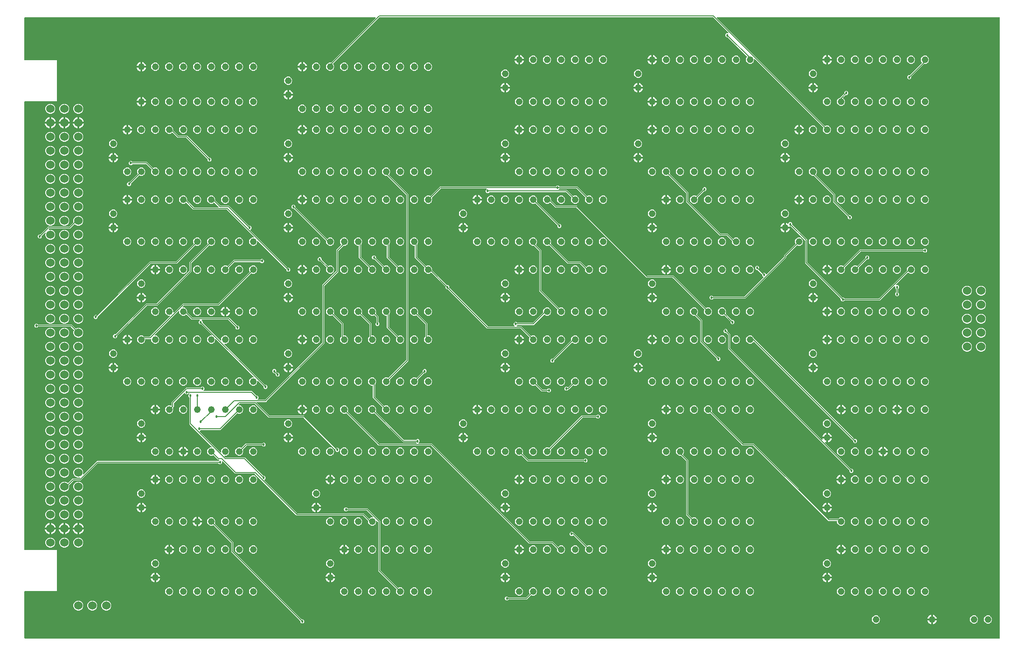
<source format=gbr>
G04 EAGLE Gerber RS-274X export*
G75*
%MOMM*%
%FSLAX34Y34*%
%LPD*%
%INCopper Layer 2*%
%IPPOS*%
%AMOC8*
5,1,8,0,0,1.08239X$1,22.5*%
G01*
%ADD10C,1.219200*%
%ADD11C,1.524000*%
%ADD12C,0.127000*%
%ADD13C,0.457200*%

G36*
X1773248Y3814D02*
X1773248Y3814D01*
X1773267Y3812D01*
X1773369Y3834D01*
X1773471Y3850D01*
X1773488Y3860D01*
X1773508Y3864D01*
X1773597Y3917D01*
X1773688Y3966D01*
X1773702Y3980D01*
X1773719Y3990D01*
X1773786Y4069D01*
X1773858Y4144D01*
X1773866Y4162D01*
X1773879Y4177D01*
X1773918Y4273D01*
X1773961Y4367D01*
X1773963Y4387D01*
X1773971Y4405D01*
X1773989Y4572D01*
X1773989Y1130300D01*
X1773986Y1130320D01*
X1773988Y1130339D01*
X1773966Y1130441D01*
X1773950Y1130543D01*
X1773940Y1130560D01*
X1773936Y1130580D01*
X1773883Y1130669D01*
X1773834Y1130760D01*
X1773820Y1130774D01*
X1773810Y1130791D01*
X1773731Y1130858D01*
X1773656Y1130930D01*
X1773638Y1130938D01*
X1773623Y1130951D01*
X1773527Y1130990D01*
X1773433Y1131033D01*
X1773413Y1131035D01*
X1773395Y1131043D01*
X1773228Y1131061D01*
X1261072Y1131061D01*
X1261001Y1131050D01*
X1260929Y1131048D01*
X1260880Y1131030D01*
X1260829Y1131022D01*
X1260766Y1130988D01*
X1260698Y1130963D01*
X1260657Y1130931D01*
X1260612Y1130906D01*
X1260562Y1130855D01*
X1260506Y1130810D01*
X1260478Y1130766D01*
X1260442Y1130728D01*
X1260412Y1130663D01*
X1260373Y1130603D01*
X1260360Y1130552D01*
X1260339Y1130505D01*
X1260331Y1130434D01*
X1260313Y1130364D01*
X1260317Y1130312D01*
X1260311Y1130261D01*
X1260327Y1130190D01*
X1260332Y1130119D01*
X1260353Y1130071D01*
X1260364Y1130020D01*
X1260401Y1129959D01*
X1260429Y1129893D01*
X1260473Y1129837D01*
X1260490Y1129809D01*
X1260508Y1129794D01*
X1260533Y1129762D01*
X1456408Y933887D01*
X1456502Y933820D01*
X1456596Y933749D01*
X1456603Y933747D01*
X1456608Y933744D01*
X1456718Y933710D01*
X1456830Y933673D01*
X1456837Y933673D01*
X1456843Y933671D01*
X1456959Y933674D01*
X1457076Y933676D01*
X1457083Y933678D01*
X1457089Y933678D01*
X1457106Y933684D01*
X1457237Y933722D01*
X1459035Y934467D01*
X1461965Y934467D01*
X1464673Y933345D01*
X1466745Y931273D01*
X1467867Y928565D01*
X1467867Y925635D01*
X1466745Y922927D01*
X1464673Y920855D01*
X1461965Y919733D01*
X1459035Y919733D01*
X1456327Y920855D01*
X1454255Y922927D01*
X1453133Y925635D01*
X1453133Y928565D01*
X1453878Y930363D01*
X1453904Y930476D01*
X1453933Y930590D01*
X1453932Y930596D01*
X1453934Y930602D01*
X1453923Y930719D01*
X1453914Y930835D01*
X1453911Y930841D01*
X1453911Y930847D01*
X1453863Y930954D01*
X1453818Y931061D01*
X1453813Y931067D01*
X1453811Y931072D01*
X1453798Y931085D01*
X1453713Y931192D01*
X1329466Y1055439D01*
X1329408Y1055480D01*
X1329356Y1055530D01*
X1329309Y1055552D01*
X1329267Y1055582D01*
X1329198Y1055603D01*
X1329133Y1055633D01*
X1329081Y1055639D01*
X1329031Y1055655D01*
X1328960Y1055653D01*
X1328889Y1055661D01*
X1328838Y1055650D01*
X1328786Y1055648D01*
X1328718Y1055624D01*
X1328648Y1055608D01*
X1328604Y1055582D01*
X1328555Y1055564D01*
X1328499Y1055519D01*
X1328437Y1055482D01*
X1328403Y1055443D01*
X1328363Y1055410D01*
X1328324Y1055350D01*
X1328277Y1055295D01*
X1328258Y1055247D01*
X1328230Y1055203D01*
X1328212Y1055134D01*
X1328185Y1055067D01*
X1328177Y1054996D01*
X1328169Y1054965D01*
X1328171Y1054941D01*
X1328167Y1054900D01*
X1328167Y1052635D01*
X1327045Y1049927D01*
X1324973Y1047855D01*
X1322265Y1046733D01*
X1319335Y1046733D01*
X1316627Y1047855D01*
X1314555Y1049927D01*
X1313433Y1052635D01*
X1313433Y1055565D01*
X1314555Y1058273D01*
X1315293Y1059011D01*
X1315304Y1059027D01*
X1315320Y1059039D01*
X1315376Y1059127D01*
X1315436Y1059210D01*
X1315442Y1059229D01*
X1315453Y1059246D01*
X1315478Y1059347D01*
X1315509Y1059446D01*
X1315508Y1059465D01*
X1315513Y1059485D01*
X1315505Y1059588D01*
X1315502Y1059691D01*
X1315495Y1059710D01*
X1315494Y1059730D01*
X1315453Y1059825D01*
X1315418Y1059922D01*
X1315405Y1059938D01*
X1315397Y1059956D01*
X1315293Y1060087D01*
X1280610Y1094770D01*
X1280536Y1094823D01*
X1280466Y1094883D01*
X1280436Y1094895D01*
X1280410Y1094914D01*
X1280323Y1094941D01*
X1280238Y1094975D01*
X1280197Y1094979D01*
X1280175Y1094986D01*
X1280143Y1094985D01*
X1280071Y1094993D01*
X1278052Y1094993D01*
X1275968Y1097077D01*
X1275968Y1100023D01*
X1278052Y1102107D01*
X1280960Y1102107D01*
X1281031Y1102118D01*
X1281103Y1102120D01*
X1281152Y1102138D01*
X1281203Y1102146D01*
X1281266Y1102180D01*
X1281334Y1102205D01*
X1281375Y1102237D01*
X1281420Y1102262D01*
X1281470Y1102313D01*
X1281526Y1102358D01*
X1281554Y1102402D01*
X1281590Y1102440D01*
X1281620Y1102505D01*
X1281659Y1102565D01*
X1281672Y1102616D01*
X1281693Y1102663D01*
X1281701Y1102734D01*
X1281719Y1102804D01*
X1281715Y1102856D01*
X1281721Y1102907D01*
X1281705Y1102978D01*
X1281700Y1103049D01*
X1281679Y1103097D01*
X1281668Y1103148D01*
X1281631Y1103209D01*
X1281603Y1103275D01*
X1281559Y1103331D01*
X1281542Y1103359D01*
X1281524Y1103374D01*
X1281499Y1103406D01*
X1254067Y1130838D01*
X1253993Y1130891D01*
X1253923Y1130951D01*
X1253893Y1130963D01*
X1253867Y1130982D01*
X1253780Y1131009D01*
X1253695Y1131043D01*
X1253654Y1131047D01*
X1253632Y1131054D01*
X1253600Y1131053D01*
X1253528Y1131061D01*
X648297Y1131061D01*
X648207Y1131047D01*
X648116Y1131039D01*
X648086Y1131027D01*
X648054Y1131022D01*
X647973Y1130979D01*
X647889Y1130943D01*
X647857Y1130917D01*
X647837Y1130906D01*
X647814Y1130883D01*
X647758Y1130838D01*
X564307Y1047387D01*
X564296Y1047371D01*
X564280Y1047359D01*
X564224Y1047271D01*
X564164Y1047188D01*
X564158Y1047169D01*
X564147Y1047152D01*
X564122Y1047051D01*
X564091Y1046952D01*
X564092Y1046933D01*
X564087Y1046913D01*
X564095Y1046810D01*
X564098Y1046707D01*
X564105Y1046688D01*
X564106Y1046668D01*
X564147Y1046573D01*
X564182Y1046476D01*
X564195Y1046460D01*
X564203Y1046442D01*
X564307Y1046311D01*
X565045Y1045573D01*
X566167Y1042865D01*
X566167Y1039935D01*
X565045Y1037227D01*
X562973Y1035155D01*
X560265Y1034033D01*
X557335Y1034033D01*
X554627Y1035155D01*
X552555Y1037227D01*
X551433Y1039935D01*
X551433Y1042865D01*
X552555Y1045573D01*
X554627Y1047645D01*
X557335Y1048767D01*
X559981Y1048767D01*
X560071Y1048781D01*
X560162Y1048789D01*
X560192Y1048801D01*
X560224Y1048806D01*
X560305Y1048849D01*
X560389Y1048885D01*
X560421Y1048911D01*
X560441Y1048922D01*
X560464Y1048945D01*
X560520Y1048990D01*
X641292Y1129762D01*
X641333Y1129820D01*
X641383Y1129872D01*
X641405Y1129919D01*
X641435Y1129961D01*
X641456Y1130030D01*
X641486Y1130095D01*
X641492Y1130147D01*
X641508Y1130197D01*
X641506Y1130268D01*
X641514Y1130339D01*
X641502Y1130390D01*
X641501Y1130442D01*
X641477Y1130510D01*
X641461Y1130580D01*
X641435Y1130624D01*
X641417Y1130673D01*
X641372Y1130729D01*
X641335Y1130791D01*
X641296Y1130825D01*
X641263Y1130865D01*
X641203Y1130904D01*
X641148Y1130951D01*
X641100Y1130970D01*
X641056Y1130998D01*
X640987Y1131016D01*
X640920Y1131043D01*
X640849Y1131051D01*
X640818Y1131059D01*
X640794Y1131057D01*
X640753Y1131061D01*
X4572Y1131061D01*
X4552Y1131058D01*
X4533Y1131060D01*
X4431Y1131038D01*
X4329Y1131022D01*
X4312Y1131012D01*
X4292Y1131008D01*
X4203Y1130955D01*
X4112Y1130906D01*
X4098Y1130892D01*
X4081Y1130882D01*
X4014Y1130803D01*
X3942Y1130728D01*
X3934Y1130710D01*
X3921Y1130695D01*
X3882Y1130599D01*
X3839Y1130505D01*
X3837Y1130485D01*
X3829Y1130467D01*
X3811Y1130300D01*
X3811Y1054100D01*
X3814Y1054080D01*
X3812Y1054061D01*
X3834Y1053959D01*
X3850Y1053857D01*
X3860Y1053840D01*
X3864Y1053820D01*
X3917Y1053731D01*
X3966Y1053640D01*
X3980Y1053626D01*
X3990Y1053609D01*
X4069Y1053542D01*
X4144Y1053471D01*
X4162Y1053462D01*
X4177Y1053449D01*
X4273Y1053410D01*
X4367Y1053367D01*
X4387Y1053365D01*
X4405Y1053357D01*
X4572Y1053339D01*
X62739Y1053339D01*
X62739Y978661D01*
X4572Y978661D01*
X4552Y978658D01*
X4533Y978660D01*
X4431Y978638D01*
X4329Y978621D01*
X4312Y978612D01*
X4292Y978608D01*
X4203Y978555D01*
X4112Y978506D01*
X4098Y978492D01*
X4081Y978482D01*
X4014Y978403D01*
X3942Y978328D01*
X3934Y978310D01*
X3921Y978295D01*
X3882Y978199D01*
X3839Y978105D01*
X3837Y978085D01*
X3829Y978067D01*
X3811Y977900D01*
X3811Y165100D01*
X3814Y165080D01*
X3812Y165061D01*
X3834Y164959D01*
X3850Y164857D01*
X3860Y164840D01*
X3864Y164820D01*
X3917Y164731D01*
X3966Y164640D01*
X3980Y164626D01*
X3990Y164609D01*
X4069Y164542D01*
X4144Y164471D01*
X4162Y164462D01*
X4177Y164449D01*
X4273Y164410D01*
X4367Y164367D01*
X4387Y164365D01*
X4405Y164357D01*
X4572Y164339D01*
X62739Y164339D01*
X62739Y89661D01*
X4572Y89661D01*
X4552Y89658D01*
X4533Y89660D01*
X4431Y89638D01*
X4329Y89622D01*
X4312Y89612D01*
X4292Y89608D01*
X4203Y89555D01*
X4112Y89506D01*
X4098Y89492D01*
X4081Y89482D01*
X4014Y89403D01*
X3942Y89328D01*
X3934Y89310D01*
X3921Y89295D01*
X3882Y89199D01*
X3839Y89105D01*
X3837Y89085D01*
X3829Y89067D01*
X3811Y88900D01*
X3811Y4572D01*
X3814Y4552D01*
X3812Y4533D01*
X3834Y4431D01*
X3850Y4329D01*
X3860Y4312D01*
X3864Y4292D01*
X3917Y4203D01*
X3966Y4112D01*
X3980Y4098D01*
X3990Y4081D01*
X4069Y4014D01*
X4144Y3942D01*
X4162Y3934D01*
X4177Y3921D01*
X4273Y3882D01*
X4367Y3839D01*
X4387Y3837D01*
X4405Y3829D01*
X4572Y3811D01*
X1773228Y3811D01*
X1773248Y3814D01*
G37*
%LPC*%
G36*
X684335Y81533D02*
X684335Y81533D01*
X681627Y82655D01*
X679555Y84727D01*
X678433Y87435D01*
X678433Y90365D01*
X679178Y92163D01*
X679204Y92276D01*
X679233Y92390D01*
X679232Y92396D01*
X679234Y92402D01*
X679223Y92519D01*
X679214Y92635D01*
X679211Y92641D01*
X679211Y92647D01*
X679163Y92754D01*
X679118Y92861D01*
X679113Y92867D01*
X679111Y92872D01*
X679098Y92885D01*
X679013Y92992D01*
X647134Y124871D01*
X645794Y126211D01*
X645794Y214795D01*
X645780Y214885D01*
X645772Y214976D01*
X645760Y215006D01*
X645755Y215038D01*
X645712Y215119D01*
X645676Y215203D01*
X645650Y215235D01*
X645639Y215255D01*
X645616Y215278D01*
X645571Y215334D01*
X643666Y217239D01*
X643608Y217280D01*
X643556Y217330D01*
X643509Y217352D01*
X643467Y217382D01*
X643398Y217403D01*
X643333Y217433D01*
X643281Y217439D01*
X643231Y217455D01*
X643160Y217453D01*
X643089Y217461D01*
X643038Y217450D01*
X642986Y217448D01*
X642918Y217424D01*
X642848Y217408D01*
X642803Y217382D01*
X642755Y217364D01*
X642699Y217319D01*
X642637Y217282D01*
X642603Y217243D01*
X642563Y217210D01*
X642524Y217150D01*
X642477Y217095D01*
X642458Y217047D01*
X642430Y217003D01*
X642412Y216934D01*
X642385Y216867D01*
X642377Y216796D01*
X642369Y216765D01*
X642371Y216741D01*
X642367Y216700D01*
X642367Y214435D01*
X641245Y211727D01*
X639173Y209655D01*
X636465Y208533D01*
X633535Y208533D01*
X630827Y209655D01*
X628755Y211727D01*
X627633Y214435D01*
X627633Y217081D01*
X627619Y217171D01*
X627611Y217262D01*
X627599Y217292D01*
X627594Y217324D01*
X627551Y217405D01*
X627515Y217489D01*
X627489Y217521D01*
X627478Y217541D01*
X627455Y217564D01*
X627410Y217620D01*
X618559Y226471D01*
X618485Y226524D01*
X618415Y226584D01*
X618385Y226596D01*
X618359Y226615D01*
X618272Y226642D01*
X618187Y226676D01*
X618146Y226680D01*
X618124Y226687D01*
X618092Y226686D01*
X618020Y226694D01*
X497686Y226694D01*
X496346Y228033D01*
X496346Y228034D01*
X421709Y302671D01*
X421635Y302724D01*
X421565Y302784D01*
X421535Y302796D01*
X421509Y302815D01*
X421422Y302842D01*
X421337Y302876D01*
X421296Y302880D01*
X421274Y302887D01*
X421242Y302886D01*
X421170Y302894D01*
X386561Y302894D01*
X385221Y304234D01*
X363631Y325824D01*
X363573Y325865D01*
X363521Y325915D01*
X363474Y325937D01*
X363432Y325967D01*
X363363Y325988D01*
X363298Y326018D01*
X363246Y326024D01*
X363196Y326040D01*
X363125Y326038D01*
X363054Y326046D01*
X363003Y326035D01*
X362951Y326033D01*
X362883Y326009D01*
X362813Y325993D01*
X362768Y325967D01*
X362720Y325949D01*
X362664Y325904D01*
X362602Y325867D01*
X362568Y325828D01*
X362528Y325795D01*
X362489Y325735D01*
X362442Y325680D01*
X362423Y325632D01*
X362395Y325588D01*
X362377Y325519D01*
X362350Y325452D01*
X362342Y325381D01*
X362334Y325350D01*
X362336Y325326D01*
X362332Y325285D01*
X362332Y322377D01*
X360248Y320293D01*
X357302Y320293D01*
X355874Y321721D01*
X355800Y321774D01*
X355730Y321834D01*
X355700Y321846D01*
X355674Y321865D01*
X355587Y321892D01*
X355502Y321926D01*
X355461Y321930D01*
X355439Y321937D01*
X355407Y321936D01*
X355335Y321944D01*
X137630Y321944D01*
X137540Y321930D01*
X137449Y321922D01*
X137419Y321910D01*
X137387Y321905D01*
X137306Y321862D01*
X137222Y321826D01*
X137190Y321800D01*
X137170Y321789D01*
X137147Y321766D01*
X137091Y321721D01*
X105564Y290194D01*
X93180Y290194D01*
X93090Y290180D01*
X92999Y290172D01*
X92969Y290160D01*
X92937Y290155D01*
X92856Y290112D01*
X92772Y290076D01*
X92740Y290050D01*
X92720Y290039D01*
X92697Y290016D01*
X92641Y289971D01*
X85084Y282414D01*
X85016Y282319D01*
X84946Y282225D01*
X84944Y282219D01*
X84940Y282214D01*
X84906Y282103D01*
X84870Y281991D01*
X84870Y281985D01*
X84868Y281979D01*
X84871Y281862D01*
X84872Y281745D01*
X84874Y281738D01*
X84874Y281733D01*
X84880Y281715D01*
X84919Y281584D01*
X85091Y281169D01*
X85091Y277632D01*
X83737Y274364D01*
X81236Y271863D01*
X77968Y270509D01*
X74432Y270509D01*
X71164Y271863D01*
X68663Y274364D01*
X67309Y277632D01*
X67309Y281168D01*
X68663Y284436D01*
X71164Y286937D01*
X74432Y288291D01*
X77968Y288291D01*
X81236Y286937D01*
X82188Y285985D01*
X82205Y285973D01*
X82217Y285958D01*
X82304Y285902D01*
X82388Y285841D01*
X82407Y285836D01*
X82424Y285825D01*
X82524Y285800D01*
X82623Y285769D01*
X82643Y285770D01*
X82662Y285765D01*
X82765Y285773D01*
X82869Y285775D01*
X82888Y285782D01*
X82908Y285784D01*
X83002Y285824D01*
X83100Y285860D01*
X83116Y285872D01*
X83134Y285880D01*
X83265Y285985D01*
X91286Y294006D01*
X103670Y294006D01*
X103760Y294020D01*
X103851Y294028D01*
X103881Y294040D01*
X103913Y294045D01*
X103993Y294088D01*
X104078Y294124D01*
X104110Y294150D01*
X104130Y294161D01*
X104153Y294184D01*
X104209Y294229D01*
X104965Y294986D01*
X105022Y295065D01*
X105084Y295140D01*
X105094Y295164D01*
X105109Y295185D01*
X105138Y295278D01*
X105173Y295369D01*
X105174Y295395D01*
X105181Y295420D01*
X105179Y295518D01*
X105183Y295615D01*
X105176Y295640D01*
X105175Y295666D01*
X105141Y295758D01*
X105114Y295851D01*
X105100Y295873D01*
X105091Y295897D01*
X105030Y295973D01*
X104974Y296053D01*
X104953Y296069D01*
X104937Y296089D01*
X104855Y296142D01*
X104777Y296200D01*
X104752Y296208D01*
X104730Y296222D01*
X104635Y296246D01*
X104543Y296276D01*
X104517Y296276D01*
X104491Y296282D01*
X104394Y296275D01*
X104297Y296274D01*
X104266Y296265D01*
X104246Y296263D01*
X104216Y296250D01*
X104136Y296227D01*
X103368Y295909D01*
X99832Y295909D01*
X96564Y297263D01*
X94063Y299764D01*
X92709Y303032D01*
X92709Y306568D01*
X94063Y309836D01*
X96564Y312337D01*
X99832Y313691D01*
X103368Y313691D01*
X106636Y312337D01*
X109137Y309836D01*
X110491Y306568D01*
X110491Y303032D01*
X110173Y302264D01*
X110151Y302169D01*
X110122Y302076D01*
X110123Y302050D01*
X110117Y302025D01*
X110126Y301928D01*
X110128Y301830D01*
X110137Y301806D01*
X110140Y301780D01*
X110179Y301691D01*
X110213Y301599D01*
X110229Y301579D01*
X110240Y301555D01*
X110306Y301483D01*
X110367Y301407D01*
X110389Y301393D01*
X110406Y301374D01*
X110492Y301327D01*
X110573Y301274D01*
X110599Y301268D01*
X110622Y301255D01*
X110718Y301238D01*
X110812Y301214D01*
X110838Y301216D01*
X110864Y301212D01*
X110960Y301226D01*
X111057Y301233D01*
X111081Y301244D01*
X111107Y301247D01*
X111194Y301292D01*
X111284Y301330D01*
X111309Y301350D01*
X111326Y301359D01*
X111350Y301383D01*
X111414Y301435D01*
X135736Y325756D01*
X355335Y325756D01*
X355425Y325770D01*
X355516Y325778D01*
X355546Y325790D01*
X355578Y325795D01*
X355659Y325838D01*
X355743Y325874D01*
X355775Y325900D01*
X355796Y325911D01*
X355818Y325934D01*
X355874Y325979D01*
X356890Y326995D01*
X356932Y327053D01*
X356981Y327105D01*
X357003Y327152D01*
X357033Y327194D01*
X357054Y327263D01*
X357085Y327328D01*
X357090Y327380D01*
X357106Y327430D01*
X357104Y327501D01*
X357112Y327572D01*
X357101Y327623D01*
X357099Y327675D01*
X357075Y327743D01*
X357059Y327813D01*
X357033Y327858D01*
X357015Y327906D01*
X356970Y327962D01*
X356933Y328024D01*
X356894Y328058D01*
X356861Y328098D01*
X356801Y328137D01*
X356746Y328184D01*
X356698Y328203D01*
X356654Y328231D01*
X356585Y328249D01*
X356518Y328276D01*
X356447Y328284D01*
X356416Y328292D01*
X356392Y328290D01*
X356351Y328294D01*
X354811Y328294D01*
X353471Y329634D01*
X346992Y336113D01*
X346898Y336181D01*
X346804Y336251D01*
X346798Y336253D01*
X346792Y336256D01*
X346681Y336290D01*
X346570Y336327D01*
X346563Y336327D01*
X346557Y336329D01*
X346441Y336326D01*
X346324Y336324D01*
X346316Y336322D01*
X346312Y336322D01*
X346294Y336316D01*
X346163Y336278D01*
X344365Y335533D01*
X341435Y335533D01*
X338727Y336655D01*
X336655Y338727D01*
X335533Y341435D01*
X335533Y344365D01*
X336655Y347073D01*
X338727Y349145D01*
X341435Y350267D01*
X343700Y350267D01*
X343771Y350278D01*
X343843Y350280D01*
X343892Y350298D01*
X343943Y350306D01*
X344006Y350340D01*
X344074Y350365D01*
X344114Y350397D01*
X344160Y350422D01*
X344210Y350474D01*
X344266Y350518D01*
X344294Y350562D01*
X344330Y350600D01*
X344360Y350665D01*
X344399Y350725D01*
X344412Y350776D01*
X344433Y350823D01*
X344441Y350894D01*
X344459Y350964D01*
X344455Y351016D01*
X344461Y351067D01*
X344445Y351138D01*
X344440Y351209D01*
X344419Y351257D01*
X344408Y351308D01*
X344371Y351369D01*
X344343Y351435D01*
X344299Y351491D01*
X344282Y351519D01*
X344264Y351534D01*
X344239Y351566D01*
X304234Y391571D01*
X302894Y392911D01*
X302894Y441060D01*
X302880Y441151D01*
X302872Y441241D01*
X302860Y441271D01*
X302855Y441303D01*
X302812Y441384D01*
X302776Y441468D01*
X302750Y441500D01*
X302739Y441521D01*
X302716Y441543D01*
X302671Y441599D01*
X301243Y443027D01*
X301243Y445973D01*
X302915Y447645D01*
X302957Y447703D01*
X303006Y447755D01*
X303028Y447802D01*
X303058Y447844D01*
X303079Y447913D01*
X303110Y447978D01*
X303115Y448030D01*
X303131Y448080D01*
X303129Y448151D01*
X303137Y448222D01*
X303126Y448273D01*
X303124Y448325D01*
X303100Y448393D01*
X303084Y448463D01*
X303058Y448508D01*
X303040Y448556D01*
X302995Y448612D01*
X302958Y448674D01*
X302919Y448708D01*
X302886Y448748D01*
X302826Y448787D01*
X302771Y448834D01*
X302723Y448853D01*
X302679Y448881D01*
X302610Y448899D01*
X302543Y448926D01*
X302472Y448934D01*
X302441Y448942D01*
X302417Y448940D01*
X302376Y448944D01*
X301890Y448944D01*
X301799Y448930D01*
X301709Y448922D01*
X301679Y448910D01*
X301647Y448905D01*
X301566Y448862D01*
X301482Y448826D01*
X301450Y448800D01*
X301429Y448789D01*
X301407Y448766D01*
X301351Y448721D01*
X299923Y447293D01*
X296977Y447293D01*
X294801Y449469D01*
X294795Y449484D01*
X294763Y449524D01*
X294738Y449570D01*
X294686Y449620D01*
X294642Y449676D01*
X294598Y449704D01*
X294560Y449740D01*
X294495Y449770D01*
X294435Y449809D01*
X294384Y449822D01*
X294337Y449843D01*
X294266Y449851D01*
X294196Y449869D01*
X294144Y449865D01*
X294093Y449871D01*
X294022Y449855D01*
X293951Y449850D01*
X293903Y449829D01*
X293852Y449818D01*
X293791Y449781D01*
X293725Y449753D01*
X293669Y449709D01*
X293641Y449692D01*
X293626Y449674D01*
X293594Y449649D01*
X275179Y431234D01*
X275126Y431160D01*
X275066Y431090D01*
X275054Y431060D01*
X275035Y431034D01*
X275008Y430947D01*
X274974Y430862D01*
X274970Y430821D01*
X274963Y430799D01*
X274964Y430767D01*
X274956Y430695D01*
X274956Y424661D01*
X273616Y423321D01*
X273487Y423192D01*
X273420Y423098D01*
X273349Y423004D01*
X273347Y422998D01*
X273344Y422993D01*
X273309Y422881D01*
X273273Y422770D01*
X273273Y422763D01*
X273271Y422757D01*
X273274Y422641D01*
X273276Y422524D01*
X273278Y422516D01*
X273278Y422512D01*
X273284Y422494D01*
X273322Y422363D01*
X274067Y420565D01*
X274067Y417635D01*
X272945Y414927D01*
X270873Y412855D01*
X268165Y411733D01*
X265235Y411733D01*
X262527Y412855D01*
X260455Y414927D01*
X259333Y417635D01*
X259333Y420565D01*
X260455Y423273D01*
X262527Y425345D01*
X265235Y426467D01*
X268165Y426467D01*
X269963Y425722D01*
X270077Y425696D01*
X270190Y425667D01*
X270196Y425668D01*
X270202Y425666D01*
X270318Y425677D01*
X270435Y425686D01*
X270441Y425689D01*
X270447Y425689D01*
X270553Y425737D01*
X270661Y425783D01*
X270667Y425787D01*
X270672Y425789D01*
X270685Y425802D01*
X270792Y425887D01*
X270921Y426016D01*
X270975Y426090D01*
X271034Y426160D01*
X271046Y426190D01*
X271065Y426216D01*
X271092Y426303D01*
X271126Y426388D01*
X271130Y426429D01*
X271137Y426451D01*
X271136Y426483D01*
X271144Y426555D01*
X271144Y432589D01*
X297661Y459106D01*
X323585Y459106D01*
X323676Y459120D01*
X323766Y459128D01*
X323796Y459140D01*
X323828Y459145D01*
X323909Y459188D01*
X323993Y459224D01*
X324025Y459250D01*
X324046Y459261D01*
X324068Y459284D01*
X324124Y459329D01*
X325552Y460757D01*
X328498Y460757D01*
X330582Y458673D01*
X330582Y455727D01*
X328910Y454055D01*
X328868Y453997D01*
X328819Y453945D01*
X328797Y453898D01*
X328767Y453856D01*
X328746Y453787D01*
X328715Y453722D01*
X328710Y453670D01*
X328694Y453620D01*
X328696Y453549D01*
X328688Y453478D01*
X328699Y453427D01*
X328701Y453375D01*
X328725Y453307D01*
X328741Y453237D01*
X328767Y453192D01*
X328785Y453144D01*
X328830Y453088D01*
X328867Y453026D01*
X328906Y452992D01*
X328939Y452952D01*
X328999Y452913D01*
X329054Y452866D01*
X329102Y452847D01*
X329146Y452819D01*
X329215Y452801D01*
X329282Y452774D01*
X329353Y452766D01*
X329384Y452758D01*
X329408Y452760D01*
X329449Y452756D01*
X416714Y452756D01*
X418054Y451416D01*
X424365Y445105D01*
X424439Y445052D01*
X424509Y444992D01*
X424539Y444980D01*
X424565Y444961D01*
X424652Y444934D01*
X424737Y444900D01*
X424778Y444896D01*
X424800Y444889D01*
X424832Y444890D01*
X424904Y444882D01*
X426923Y444882D01*
X429007Y442798D01*
X429007Y439852D01*
X427335Y438180D01*
X427293Y438122D01*
X427244Y438070D01*
X427222Y438023D01*
X427192Y437981D01*
X427171Y437912D01*
X427140Y437847D01*
X427135Y437795D01*
X427119Y437745D01*
X427121Y437674D01*
X427113Y437603D01*
X427124Y437552D01*
X427126Y437500D01*
X427150Y437432D01*
X427166Y437362D01*
X427192Y437317D01*
X427210Y437269D01*
X427255Y437213D01*
X427292Y437151D01*
X427331Y437117D01*
X427364Y437077D01*
X427424Y437038D01*
X427479Y436991D01*
X427527Y436972D01*
X427571Y436944D01*
X427640Y436926D01*
X427707Y436899D01*
X427778Y436891D01*
X427809Y436883D01*
X427833Y436885D01*
X427874Y436881D01*
X440220Y436881D01*
X440310Y436895D01*
X440401Y436903D01*
X440431Y436915D01*
X440463Y436920D01*
X440544Y436963D01*
X440628Y436999D01*
X440660Y437025D01*
X440680Y437036D01*
X440703Y437059D01*
X440759Y437104D01*
X543971Y540316D01*
X544024Y540390D01*
X544084Y540460D01*
X544096Y540490D01*
X544115Y540516D01*
X544142Y540603D01*
X544176Y540688D01*
X544180Y540729D01*
X544187Y540751D01*
X544186Y540783D01*
X544194Y540855D01*
X544194Y645314D01*
X569371Y670491D01*
X569424Y670565D01*
X569484Y670635D01*
X569496Y670665D01*
X569515Y670691D01*
X569542Y670778D01*
X569576Y670863D01*
X569580Y670904D01*
X569587Y670926D01*
X569586Y670958D01*
X569594Y671030D01*
X569594Y708814D01*
X578693Y717913D01*
X578704Y717929D01*
X578720Y717941D01*
X578776Y718028D01*
X578836Y718112D01*
X578842Y718131D01*
X578853Y718148D01*
X578878Y718249D01*
X578909Y718348D01*
X578908Y718367D01*
X578913Y718387D01*
X578905Y718490D01*
X578902Y718593D01*
X578895Y718612D01*
X578894Y718632D01*
X578853Y718727D01*
X578818Y718824D01*
X578805Y718840D01*
X578797Y718858D01*
X578693Y718989D01*
X577955Y719727D01*
X576833Y722435D01*
X576833Y725365D01*
X577955Y728073D01*
X580027Y730145D01*
X582735Y731267D01*
X585665Y731267D01*
X588373Y730145D01*
X590445Y728073D01*
X591567Y725365D01*
X591567Y722435D01*
X590445Y719727D01*
X588373Y717655D01*
X585665Y716533D01*
X583019Y716533D01*
X582929Y716519D01*
X582838Y716511D01*
X582808Y716499D01*
X582776Y716494D01*
X582695Y716451D01*
X582611Y716415D01*
X582579Y716389D01*
X582559Y716378D01*
X582536Y716355D01*
X582480Y716310D01*
X573629Y707459D01*
X573576Y707385D01*
X573516Y707315D01*
X573504Y707285D01*
X573485Y707259D01*
X573458Y707172D01*
X573424Y707087D01*
X573420Y707046D01*
X573413Y707024D01*
X573414Y706992D01*
X573406Y706920D01*
X573406Y669136D01*
X548229Y643959D01*
X548176Y643885D01*
X548116Y643815D01*
X548104Y643785D01*
X548085Y643759D01*
X548058Y643672D01*
X548024Y643587D01*
X548020Y643546D01*
X548013Y643524D01*
X548014Y643492D01*
X548006Y643420D01*
X548006Y538961D01*
X546667Y537621D01*
X546666Y537621D01*
X443454Y434409D01*
X443454Y434408D01*
X442114Y433069D01*
X425539Y433069D01*
X425468Y433058D01*
X425396Y433056D01*
X425347Y433038D01*
X425296Y433030D01*
X425233Y432996D01*
X425165Y432971D01*
X425125Y432939D01*
X425079Y432914D01*
X425029Y432862D01*
X424973Y432818D01*
X424945Y432774D01*
X424909Y432736D01*
X424879Y432671D01*
X424840Y432611D01*
X424827Y432560D01*
X424806Y432513D01*
X424798Y432442D01*
X424780Y432372D01*
X424784Y432320D01*
X424778Y432269D01*
X424794Y432198D01*
X424799Y432127D01*
X424820Y432079D01*
X424831Y432028D01*
X424868Y431967D01*
X424896Y431901D01*
X424940Y431845D01*
X424957Y431817D01*
X424975Y431802D01*
X425000Y431770D01*
X448241Y408529D01*
X448315Y408476D01*
X448385Y408416D01*
X448415Y408404D01*
X448441Y408385D01*
X448528Y408358D01*
X448613Y408324D01*
X448654Y408320D01*
X448676Y408313D01*
X448708Y408314D01*
X448780Y408306D01*
X511964Y408306D01*
X570415Y349855D01*
X570489Y349802D01*
X570559Y349742D01*
X570589Y349730D01*
X570615Y349711D01*
X570702Y349684D01*
X570787Y349650D01*
X570828Y349646D01*
X570850Y349639D01*
X570882Y349640D01*
X570954Y349632D01*
X572973Y349632D01*
X575057Y347548D01*
X575057Y344602D01*
X572973Y342518D01*
X570027Y342518D01*
X567943Y344602D01*
X567943Y346621D01*
X567929Y346711D01*
X567921Y346802D01*
X567909Y346832D01*
X567904Y346864D01*
X567861Y346945D01*
X567825Y347029D01*
X567799Y347061D01*
X567788Y347081D01*
X567765Y347104D01*
X567720Y347160D01*
X510609Y404271D01*
X510535Y404324D01*
X510465Y404384D01*
X510435Y404396D01*
X510409Y404415D01*
X510322Y404442D01*
X510237Y404476D01*
X510196Y404480D01*
X510174Y404487D01*
X510142Y404486D01*
X510070Y404494D01*
X446886Y404494D01*
X421709Y429671D01*
X421635Y429724D01*
X421565Y429784D01*
X421535Y429796D01*
X421509Y429815D01*
X421422Y429842D01*
X421337Y429876D01*
X421296Y429880D01*
X421274Y429887D01*
X421242Y429886D01*
X421170Y429894D01*
X394805Y429894D01*
X394715Y429880D01*
X394624Y429872D01*
X394594Y429860D01*
X394562Y429855D01*
X394481Y429812D01*
X394397Y429776D01*
X394365Y429750D01*
X394345Y429739D01*
X394322Y429716D01*
X394266Y429671D01*
X392361Y427766D01*
X392320Y427708D01*
X392270Y427656D01*
X392248Y427609D01*
X392218Y427567D01*
X392197Y427498D01*
X392167Y427433D01*
X392161Y427381D01*
X392145Y427331D01*
X392147Y427260D01*
X392139Y427189D01*
X392150Y427138D01*
X392152Y427086D01*
X392176Y427018D01*
X392192Y426948D01*
X392218Y426903D01*
X392236Y426855D01*
X392281Y426799D01*
X392318Y426737D01*
X392357Y426703D01*
X392390Y426663D01*
X392450Y426624D01*
X392505Y426577D01*
X392553Y426558D01*
X392597Y426530D01*
X392666Y426512D01*
X392733Y426485D01*
X392804Y426477D01*
X392835Y426469D01*
X392859Y426471D01*
X392900Y426467D01*
X395165Y426467D01*
X397873Y425345D01*
X399945Y423273D01*
X401067Y420565D01*
X401067Y417635D01*
X399945Y414927D01*
X397873Y412855D01*
X395165Y411733D01*
X392235Y411733D01*
X390437Y412478D01*
X390324Y412504D01*
X390210Y412533D01*
X390204Y412532D01*
X390198Y412534D01*
X390081Y412523D01*
X389965Y412514D01*
X389959Y412511D01*
X389953Y412511D01*
X389846Y412463D01*
X389739Y412418D01*
X389733Y412413D01*
X389728Y412411D01*
X389715Y412398D01*
X389608Y412313D01*
X360904Y383609D01*
X359564Y382269D01*
X324115Y382269D01*
X324024Y382255D01*
X323934Y382247D01*
X323904Y382235D01*
X323872Y382230D01*
X323791Y382187D01*
X323707Y382151D01*
X323675Y382125D01*
X323654Y382114D01*
X323632Y382091D01*
X323576Y382046D01*
X322056Y380526D01*
X322041Y380520D01*
X322000Y380488D01*
X321955Y380463D01*
X321905Y380412D01*
X321849Y380367D01*
X321821Y380323D01*
X321785Y380285D01*
X321755Y380220D01*
X321716Y380160D01*
X321703Y380109D01*
X321682Y380062D01*
X321674Y379991D01*
X321656Y379921D01*
X321660Y379869D01*
X321654Y379818D01*
X321670Y379747D01*
X321675Y379676D01*
X321696Y379628D01*
X321707Y379577D01*
X321744Y379516D01*
X321772Y379450D01*
X321816Y379394D01*
X321833Y379366D01*
X321851Y379351D01*
X321876Y379319D01*
X359634Y341561D01*
X359692Y341520D01*
X359744Y341470D01*
X359791Y341448D01*
X359833Y341418D01*
X359902Y341397D01*
X359967Y341367D01*
X360019Y341361D01*
X360069Y341345D01*
X360140Y341347D01*
X360211Y341339D01*
X360262Y341350D01*
X360314Y341352D01*
X360382Y341376D01*
X360452Y341392D01*
X360496Y341418D01*
X360545Y341436D01*
X360601Y341481D01*
X360663Y341518D01*
X360697Y341557D01*
X360737Y341590D01*
X360776Y341650D01*
X360823Y341705D01*
X360842Y341753D01*
X360870Y341797D01*
X360888Y341866D01*
X360915Y341933D01*
X360923Y342004D01*
X360931Y342035D01*
X360929Y342059D01*
X360933Y342100D01*
X360933Y344365D01*
X362055Y347073D01*
X364127Y349145D01*
X366835Y350267D01*
X369765Y350267D01*
X372473Y349145D01*
X374545Y347073D01*
X375667Y344365D01*
X375667Y341435D01*
X374545Y338727D01*
X372473Y336655D01*
X369765Y335533D01*
X367500Y335533D01*
X367429Y335522D01*
X367357Y335520D01*
X367308Y335502D01*
X367257Y335494D01*
X367194Y335460D01*
X367126Y335435D01*
X367086Y335403D01*
X367040Y335378D01*
X366990Y335326D01*
X366934Y335282D01*
X366906Y335238D01*
X366870Y335200D01*
X366840Y335135D01*
X366801Y335075D01*
X366788Y335024D01*
X366767Y334977D01*
X366759Y334906D01*
X366741Y334836D01*
X366745Y334784D01*
X366739Y334733D01*
X366755Y334662D01*
X366760Y334591D01*
X366781Y334543D01*
X366792Y334492D01*
X366828Y334431D01*
X366857Y334365D01*
X366901Y334309D01*
X366918Y334281D01*
X366936Y334266D01*
X366961Y334234D01*
X368866Y332329D01*
X368940Y332276D01*
X369010Y332216D01*
X369040Y332204D01*
X369066Y332185D01*
X369153Y332158D01*
X369238Y332124D01*
X369279Y332120D01*
X369301Y332113D01*
X369333Y332114D01*
X369405Y332106D01*
X404014Y332106D01*
X405354Y330766D01*
X437065Y299055D01*
X437139Y299002D01*
X437209Y298942D01*
X437239Y298930D01*
X437265Y298911D01*
X437352Y298884D01*
X437437Y298850D01*
X437478Y298846D01*
X437500Y298839D01*
X437532Y298840D01*
X437604Y298832D01*
X439623Y298832D01*
X441707Y296748D01*
X441707Y293802D01*
X439531Y291626D01*
X439516Y291620D01*
X439475Y291588D01*
X439430Y291563D01*
X439380Y291512D01*
X439324Y291467D01*
X439296Y291423D01*
X439260Y291385D01*
X439230Y291320D01*
X439191Y291260D01*
X439178Y291209D01*
X439157Y291162D01*
X439149Y291091D01*
X439131Y291021D01*
X439135Y290969D01*
X439129Y290918D01*
X439145Y290847D01*
X439150Y290776D01*
X439171Y290728D01*
X439182Y290677D01*
X439219Y290616D01*
X439247Y290550D01*
X439291Y290494D01*
X439308Y290466D01*
X439326Y290451D01*
X439351Y290419D01*
X499041Y230729D01*
X499115Y230676D01*
X499185Y230616D01*
X499215Y230604D01*
X499241Y230585D01*
X499328Y230558D01*
X499413Y230524D01*
X499454Y230520D01*
X499476Y230513D01*
X499508Y230514D01*
X499580Y230506D01*
X619914Y230506D01*
X629013Y221407D01*
X629029Y221396D01*
X629041Y221380D01*
X629128Y221324D01*
X629212Y221264D01*
X629231Y221258D01*
X629248Y221247D01*
X629349Y221222D01*
X629448Y221191D01*
X629467Y221192D01*
X629487Y221187D01*
X629590Y221195D01*
X629693Y221198D01*
X629712Y221205D01*
X629732Y221206D01*
X629827Y221247D01*
X629924Y221282D01*
X629940Y221295D01*
X629958Y221303D01*
X630089Y221407D01*
X630827Y222145D01*
X633535Y223267D01*
X635800Y223267D01*
X635871Y223278D01*
X635943Y223280D01*
X635992Y223298D01*
X636043Y223306D01*
X636106Y223340D01*
X636174Y223365D01*
X636214Y223397D01*
X636260Y223422D01*
X636310Y223474D01*
X636366Y223518D01*
X636394Y223562D01*
X636430Y223600D01*
X636460Y223665D01*
X636499Y223725D01*
X636512Y223776D01*
X636533Y223823D01*
X636541Y223894D01*
X636559Y223964D01*
X636555Y224016D01*
X636561Y224067D01*
X636545Y224138D01*
X636540Y224209D01*
X636519Y224257D01*
X636508Y224308D01*
X636471Y224369D01*
X636443Y224435D01*
X636399Y224491D01*
X636382Y224519D01*
X636364Y224534D01*
X636339Y224566D01*
X624909Y235996D01*
X624835Y236049D01*
X624765Y236109D01*
X624735Y236121D01*
X624709Y236140D01*
X624622Y236167D01*
X624537Y236201D01*
X624496Y236205D01*
X624474Y236212D01*
X624442Y236211D01*
X624370Y236219D01*
X590815Y236219D01*
X590724Y236205D01*
X590634Y236197D01*
X590604Y236185D01*
X590572Y236180D01*
X590491Y236137D01*
X590407Y236101D01*
X590375Y236075D01*
X590354Y236064D01*
X590332Y236041D01*
X590276Y235996D01*
X588848Y234568D01*
X585902Y234568D01*
X583818Y236652D01*
X583818Y239598D01*
X585902Y241682D01*
X588848Y241682D01*
X590276Y240254D01*
X590350Y240201D01*
X590420Y240141D01*
X590450Y240129D01*
X590476Y240110D01*
X590563Y240083D01*
X590648Y240049D01*
X590689Y240045D01*
X590711Y240038D01*
X590743Y240039D01*
X590815Y240031D01*
X626264Y240031D01*
X649606Y216689D01*
X649606Y128105D01*
X649620Y128015D01*
X649628Y127924D01*
X649640Y127894D01*
X649645Y127862D01*
X649688Y127781D01*
X649724Y127697D01*
X649750Y127665D01*
X649761Y127645D01*
X649784Y127622D01*
X649829Y127566D01*
X681708Y95687D01*
X681802Y95620D01*
X681896Y95549D01*
X681903Y95547D01*
X681908Y95544D01*
X682018Y95510D01*
X682130Y95473D01*
X682137Y95473D01*
X682143Y95471D01*
X682259Y95474D01*
X682376Y95476D01*
X682384Y95478D01*
X682388Y95478D01*
X682406Y95484D01*
X682537Y95522D01*
X684335Y96267D01*
X687265Y96267D01*
X689973Y95145D01*
X692045Y93073D01*
X693167Y90365D01*
X693167Y87435D01*
X692045Y84727D01*
X689973Y82655D01*
X687265Y81533D01*
X684335Y81533D01*
G37*
%LPD*%
%LPC*%
G36*
X439852Y456818D02*
X439852Y456818D01*
X437768Y458902D01*
X437768Y460921D01*
X437754Y461011D01*
X437746Y461102D01*
X437734Y461132D01*
X437729Y461164D01*
X437686Y461245D01*
X437650Y461329D01*
X437624Y461361D01*
X437613Y461381D01*
X437590Y461404D01*
X437545Y461460D01*
X427766Y471239D01*
X427708Y471280D01*
X427656Y471330D01*
X427609Y471352D01*
X427567Y471382D01*
X427498Y471403D01*
X427433Y471433D01*
X427381Y471439D01*
X427331Y471455D01*
X427260Y471453D01*
X427189Y471461D01*
X427138Y471450D01*
X427086Y471448D01*
X427018Y471424D01*
X426948Y471408D01*
X426903Y471382D01*
X426855Y471364D01*
X426799Y471319D01*
X426737Y471282D01*
X426703Y471243D01*
X426663Y471210D01*
X426624Y471150D01*
X426577Y471095D01*
X426558Y471047D01*
X426530Y471003D01*
X426512Y470934D01*
X426485Y470867D01*
X426477Y470796D01*
X426469Y470765D01*
X426471Y470741D01*
X426467Y470700D01*
X426467Y468435D01*
X425345Y465727D01*
X423273Y463655D01*
X420565Y462533D01*
X417635Y462533D01*
X414927Y463655D01*
X412855Y465727D01*
X411733Y468435D01*
X411733Y471365D01*
X412855Y474073D01*
X414927Y476145D01*
X417635Y477267D01*
X419900Y477267D01*
X419971Y477278D01*
X420043Y477280D01*
X420092Y477298D01*
X420143Y477306D01*
X420206Y477340D01*
X420274Y477365D01*
X420315Y477397D01*
X420360Y477422D01*
X420410Y477473D01*
X420466Y477518D01*
X420494Y477562D01*
X420530Y477600D01*
X420560Y477665D01*
X420599Y477725D01*
X420612Y477776D01*
X420633Y477823D01*
X420641Y477894D01*
X420659Y477964D01*
X420655Y478016D01*
X420661Y478067D01*
X420645Y478138D01*
X420640Y478209D01*
X420619Y478257D01*
X420608Y478308D01*
X420571Y478369D01*
X420543Y478435D01*
X420499Y478491D01*
X420482Y478519D01*
X420464Y478534D01*
X420439Y478566D01*
X351566Y547439D01*
X351508Y547480D01*
X351456Y547530D01*
X351409Y547552D01*
X351367Y547582D01*
X351298Y547603D01*
X351233Y547633D01*
X351181Y547639D01*
X351131Y547655D01*
X351060Y547653D01*
X350989Y547661D01*
X350938Y547650D01*
X350886Y547648D01*
X350818Y547624D01*
X350748Y547608D01*
X350704Y547582D01*
X350655Y547564D01*
X350599Y547519D01*
X350537Y547482D01*
X350503Y547443D01*
X350463Y547410D01*
X350424Y547350D01*
X350377Y547295D01*
X350358Y547247D01*
X350330Y547203D01*
X350312Y547134D01*
X350285Y547067D01*
X350277Y546996D01*
X350269Y546965D01*
X350271Y546941D01*
X350267Y546900D01*
X350267Y544635D01*
X349145Y541927D01*
X347073Y539855D01*
X344365Y538733D01*
X341435Y538733D01*
X338727Y539855D01*
X336655Y541927D01*
X335533Y544635D01*
X335533Y547565D01*
X336655Y550273D01*
X338727Y552345D01*
X341435Y553467D01*
X343700Y553467D01*
X343771Y553478D01*
X343843Y553480D01*
X343892Y553498D01*
X343943Y553506D01*
X344006Y553540D01*
X344074Y553565D01*
X344114Y553597D01*
X344160Y553622D01*
X344210Y553674D01*
X344266Y553718D01*
X344294Y553762D01*
X344330Y553800D01*
X344360Y553865D01*
X344399Y553925D01*
X344412Y553976D01*
X344433Y554023D01*
X344441Y554094D01*
X344459Y554164D01*
X344455Y554216D01*
X344461Y554267D01*
X344445Y554338D01*
X344440Y554409D01*
X344419Y554457D01*
X344408Y554508D01*
X344371Y554569D01*
X344343Y554635D01*
X344299Y554691D01*
X344282Y554719D01*
X344264Y554734D01*
X344239Y554766D01*
X324935Y574070D01*
X324861Y574123D01*
X324791Y574183D01*
X324761Y574195D01*
X324735Y574214D01*
X324648Y574241D01*
X324563Y574275D01*
X324522Y574279D01*
X324500Y574286D01*
X324468Y574285D01*
X324396Y574293D01*
X322377Y574293D01*
X320293Y576377D01*
X320293Y579323D01*
X321965Y580995D01*
X322007Y581053D01*
X322056Y581105D01*
X322078Y581152D01*
X322108Y581194D01*
X322129Y581263D01*
X322160Y581328D01*
X322165Y581380D01*
X322181Y581430D01*
X322179Y581501D01*
X322187Y581572D01*
X322176Y581623D01*
X322174Y581675D01*
X322150Y581743D01*
X322134Y581813D01*
X322108Y581858D01*
X322090Y581906D01*
X322045Y581962D01*
X322008Y582024D01*
X321969Y582058D01*
X321936Y582098D01*
X321876Y582137D01*
X321821Y582184D01*
X321773Y582203D01*
X321729Y582231D01*
X321660Y582249D01*
X321593Y582276D01*
X321522Y582284D01*
X321491Y582292D01*
X321467Y582290D01*
X321426Y582294D01*
X307186Y582294D01*
X298087Y591393D01*
X298071Y591404D01*
X298059Y591420D01*
X297972Y591476D01*
X297888Y591536D01*
X297869Y591542D01*
X297852Y591553D01*
X297751Y591578D01*
X297652Y591609D01*
X297633Y591608D01*
X297613Y591613D01*
X297510Y591605D01*
X297407Y591602D01*
X297388Y591595D01*
X297368Y591594D01*
X297273Y591553D01*
X297176Y591518D01*
X297160Y591505D01*
X297142Y591497D01*
X297011Y591393D01*
X296273Y590655D01*
X293565Y589533D01*
X290635Y589533D01*
X287927Y590655D01*
X285855Y592727D01*
X284733Y595435D01*
X284733Y597700D01*
X284722Y597771D01*
X284720Y597843D01*
X284702Y597892D01*
X284694Y597943D01*
X284660Y598006D01*
X284635Y598074D01*
X284603Y598115D01*
X284578Y598160D01*
X284527Y598210D01*
X284482Y598266D01*
X284438Y598294D01*
X284400Y598330D01*
X284335Y598360D01*
X284275Y598399D01*
X284224Y598412D01*
X284177Y598433D01*
X284106Y598441D01*
X284036Y598459D01*
X283984Y598455D01*
X283933Y598461D01*
X283862Y598445D01*
X283791Y598440D01*
X283743Y598419D01*
X283692Y598408D01*
X283631Y598371D01*
X283565Y598343D01*
X283509Y598299D01*
X283481Y598282D01*
X283466Y598264D01*
X283434Y598239D01*
X239961Y554766D01*
X239920Y554708D01*
X239870Y554656D01*
X239848Y554609D01*
X239818Y554567D01*
X239797Y554498D01*
X239767Y554433D01*
X239761Y554381D01*
X239745Y554331D01*
X239747Y554260D01*
X239739Y554189D01*
X239750Y554138D01*
X239752Y554086D01*
X239776Y554018D01*
X239792Y553948D01*
X239818Y553904D01*
X239836Y553855D01*
X239881Y553799D01*
X239918Y553737D01*
X239957Y553703D01*
X239990Y553663D01*
X240050Y553624D01*
X240105Y553577D01*
X240153Y553558D01*
X240197Y553530D01*
X240266Y553512D01*
X240333Y553485D01*
X240404Y553477D01*
X240435Y553469D01*
X240459Y553471D01*
X240500Y553467D01*
X242765Y553467D01*
X245473Y552345D01*
X247545Y550273D01*
X248667Y547565D01*
X248667Y544635D01*
X247545Y541927D01*
X245473Y539855D01*
X242765Y538733D01*
X239835Y538733D01*
X237127Y539855D01*
X235055Y541927D01*
X233933Y544635D01*
X233933Y546900D01*
X233922Y546971D01*
X233920Y547043D01*
X233902Y547092D01*
X233894Y547143D01*
X233860Y547206D01*
X233835Y547274D01*
X233803Y547315D01*
X233778Y547360D01*
X233727Y547410D01*
X233682Y547466D01*
X233638Y547494D01*
X233600Y547530D01*
X233535Y547560D01*
X233475Y547599D01*
X233424Y547612D01*
X233377Y547633D01*
X233306Y547641D01*
X233236Y547659D01*
X233184Y547655D01*
X233133Y547661D01*
X233062Y547645D01*
X232991Y547640D01*
X232943Y547619D01*
X232892Y547608D01*
X232831Y547572D01*
X232765Y547543D01*
X232709Y547499D01*
X232681Y547482D01*
X232666Y547464D01*
X232634Y547439D01*
X232564Y547369D01*
X224028Y547369D01*
X224008Y547366D01*
X223989Y547368D01*
X223887Y547346D01*
X223785Y547330D01*
X223768Y547320D01*
X223748Y547316D01*
X223659Y547263D01*
X223568Y547214D01*
X223554Y547200D01*
X223537Y547190D01*
X223470Y547111D01*
X223398Y547036D01*
X223390Y547018D01*
X223377Y547003D01*
X223338Y546907D01*
X223295Y546813D01*
X223293Y546793D01*
X223285Y546775D01*
X223267Y546608D01*
X223267Y544635D01*
X222145Y541927D01*
X220073Y539855D01*
X217365Y538733D01*
X214435Y538733D01*
X211727Y539855D01*
X209655Y541927D01*
X208533Y544635D01*
X208533Y547565D01*
X209655Y550273D01*
X211727Y552345D01*
X214435Y553467D01*
X217365Y553467D01*
X220073Y552345D01*
X221014Y551404D01*
X221088Y551351D01*
X221158Y551291D01*
X221188Y551279D01*
X221214Y551260D01*
X221301Y551233D01*
X221386Y551199D01*
X221427Y551195D01*
X221449Y551188D01*
X221481Y551189D01*
X221553Y551181D01*
X230670Y551181D01*
X230760Y551195D01*
X230851Y551203D01*
X230881Y551215D01*
X230913Y551220D01*
X230994Y551263D01*
X231078Y551299D01*
X231110Y551325D01*
X231130Y551336D01*
X231153Y551359D01*
X231209Y551404D01*
X268039Y588234D01*
X268080Y588292D01*
X268130Y588344D01*
X268152Y588391D01*
X268182Y588433D01*
X268203Y588502D01*
X268233Y588567D01*
X268239Y588619D01*
X268255Y588669D01*
X268253Y588740D01*
X268261Y588811D01*
X268250Y588862D01*
X268248Y588914D01*
X268224Y588982D01*
X268208Y589052D01*
X268182Y589097D01*
X268164Y589145D01*
X268119Y589201D01*
X268082Y589263D01*
X268043Y589297D01*
X268010Y589337D01*
X267950Y589376D01*
X267895Y589423D01*
X267847Y589442D01*
X267803Y589470D01*
X267734Y589488D01*
X267667Y589515D01*
X267596Y589523D01*
X267565Y589531D01*
X267541Y589529D01*
X267500Y589533D01*
X265235Y589533D01*
X262527Y590655D01*
X260455Y592727D01*
X259333Y595435D01*
X259333Y598365D01*
X260455Y601073D01*
X262527Y603145D01*
X265235Y604267D01*
X268165Y604267D01*
X270873Y603145D01*
X272945Y601073D01*
X274067Y598365D01*
X274067Y596100D01*
X274078Y596029D01*
X274080Y595957D01*
X274098Y595908D01*
X274106Y595857D01*
X274140Y595794D01*
X274165Y595726D01*
X274197Y595686D01*
X274222Y595640D01*
X274274Y595590D01*
X274318Y595534D01*
X274362Y595506D01*
X274400Y595470D01*
X274465Y595440D01*
X274525Y595401D01*
X274576Y595388D01*
X274623Y595367D01*
X274694Y595359D01*
X274764Y595341D01*
X274816Y595345D01*
X274867Y595339D01*
X274938Y595355D01*
X275009Y595360D01*
X275057Y595381D01*
X275108Y595392D01*
X275169Y595429D01*
X275235Y595457D01*
X275291Y595501D01*
X275319Y595518D01*
X275334Y595536D01*
X275366Y595561D01*
X291311Y611506D01*
X354495Y611506D01*
X354585Y611520D01*
X354676Y611528D01*
X354706Y611540D01*
X354738Y611545D01*
X354819Y611588D01*
X354903Y611624D01*
X354935Y611650D01*
X354955Y611661D01*
X354978Y611684D01*
X355034Y611729D01*
X412313Y669008D01*
X412380Y669102D01*
X412451Y669196D01*
X412453Y669203D01*
X412456Y669208D01*
X412490Y669318D01*
X412527Y669430D01*
X412527Y669437D01*
X412529Y669443D01*
X412526Y669559D01*
X412524Y669676D01*
X412522Y669684D01*
X412522Y669688D01*
X412516Y669706D01*
X412478Y669837D01*
X411733Y671635D01*
X411733Y674565D01*
X412855Y677273D01*
X414927Y679345D01*
X417635Y680467D01*
X420565Y680467D01*
X423273Y679345D01*
X425345Y677273D01*
X426467Y674565D01*
X426467Y671635D01*
X425345Y668927D01*
X423273Y666855D01*
X420565Y665733D01*
X417635Y665733D01*
X415837Y666478D01*
X415724Y666504D01*
X415610Y666533D01*
X415604Y666532D01*
X415598Y666534D01*
X415481Y666523D01*
X415365Y666514D01*
X415359Y666511D01*
X415353Y666511D01*
X415246Y666463D01*
X415139Y666418D01*
X415133Y666413D01*
X415128Y666411D01*
X415115Y666398D01*
X415008Y666313D01*
X357729Y609034D01*
X356389Y607694D01*
X293205Y607694D01*
X293115Y607680D01*
X293024Y607672D01*
X292994Y607660D01*
X292962Y607655D01*
X292881Y607612D01*
X292797Y607576D01*
X292765Y607550D01*
X292745Y607539D01*
X292722Y607516D01*
X292666Y607471D01*
X290761Y605566D01*
X290720Y605508D01*
X290670Y605456D01*
X290648Y605409D01*
X290618Y605367D01*
X290597Y605298D01*
X290567Y605233D01*
X290561Y605181D01*
X290545Y605131D01*
X290547Y605060D01*
X290539Y604989D01*
X290550Y604938D01*
X290552Y604886D01*
X290576Y604818D01*
X290592Y604748D01*
X290618Y604703D01*
X290636Y604655D01*
X290681Y604599D01*
X290718Y604537D01*
X290757Y604503D01*
X290790Y604463D01*
X290850Y604424D01*
X290905Y604377D01*
X290953Y604358D01*
X290997Y604330D01*
X291066Y604312D01*
X291133Y604285D01*
X291204Y604277D01*
X291235Y604269D01*
X291259Y604271D01*
X291300Y604267D01*
X293565Y604267D01*
X296273Y603145D01*
X298345Y601073D01*
X299467Y598365D01*
X299467Y595719D01*
X299481Y595629D01*
X299489Y595538D01*
X299501Y595508D01*
X299506Y595476D01*
X299549Y595395D01*
X299585Y595311D01*
X299611Y595279D01*
X299622Y595259D01*
X299645Y595236D01*
X299690Y595180D01*
X308541Y586329D01*
X308615Y586276D01*
X308685Y586216D01*
X308715Y586204D01*
X308741Y586185D01*
X308828Y586158D01*
X308913Y586124D01*
X308954Y586120D01*
X308976Y586113D01*
X309008Y586114D01*
X309080Y586106D01*
X375439Y586106D01*
X389440Y572105D01*
X389514Y572052D01*
X389584Y571992D01*
X389614Y571980D01*
X389640Y571961D01*
X389727Y571934D01*
X389812Y571900D01*
X389853Y571896D01*
X389875Y571889D01*
X389907Y571890D01*
X389979Y571882D01*
X391998Y571882D01*
X394082Y569798D01*
X394082Y566852D01*
X391998Y564768D01*
X389052Y564768D01*
X386968Y566852D01*
X386968Y568871D01*
X386954Y568961D01*
X386946Y569052D01*
X386934Y569082D01*
X386929Y569114D01*
X386886Y569195D01*
X386850Y569279D01*
X386824Y569311D01*
X386813Y569331D01*
X386790Y569354D01*
X386745Y569410D01*
X374084Y582071D01*
X374010Y582124D01*
X373940Y582184D01*
X373910Y582196D01*
X373884Y582215D01*
X373797Y582242D01*
X373712Y582276D01*
X373671Y582280D01*
X373649Y582287D01*
X373617Y582286D01*
X373545Y582294D01*
X326274Y582294D01*
X326203Y582283D01*
X326131Y582281D01*
X326082Y582263D01*
X326031Y582255D01*
X325967Y582221D01*
X325900Y582196D01*
X325859Y582164D01*
X325813Y582139D01*
X325764Y582087D01*
X325708Y582043D01*
X325680Y581999D01*
X325644Y581961D01*
X325614Y581896D01*
X325575Y581836D01*
X325562Y581785D01*
X325540Y581738D01*
X325532Y581667D01*
X325515Y581597D01*
X325519Y581545D01*
X325513Y581494D01*
X325529Y581423D01*
X325534Y581352D01*
X325554Y581304D01*
X325566Y581253D01*
X325602Y581192D01*
X325630Y581126D01*
X325675Y581070D01*
X325692Y581042D01*
X325710Y581027D01*
X325735Y580995D01*
X327407Y579323D01*
X327407Y577304D01*
X327421Y577214D01*
X327429Y577123D01*
X327441Y577093D01*
X327446Y577061D01*
X327489Y576980D01*
X327525Y576896D01*
X327551Y576864D01*
X327562Y576844D01*
X327585Y576821D01*
X327630Y576765D01*
X359634Y544761D01*
X359692Y544720D01*
X359744Y544670D01*
X359791Y544648D01*
X359833Y544618D01*
X359902Y544597D01*
X359967Y544567D01*
X360019Y544561D01*
X360069Y544545D01*
X360140Y544547D01*
X360211Y544539D01*
X360262Y544550D01*
X360314Y544552D01*
X360382Y544576D01*
X360452Y544592D01*
X360497Y544618D01*
X360545Y544636D01*
X360601Y544681D01*
X360663Y544718D01*
X360697Y544757D01*
X360737Y544790D01*
X360776Y544850D01*
X360823Y544905D01*
X360842Y544953D01*
X360870Y544997D01*
X360888Y545066D01*
X360915Y545133D01*
X360923Y545204D01*
X360931Y545235D01*
X360929Y545259D01*
X360933Y545300D01*
X360933Y547565D01*
X362055Y550273D01*
X364127Y552345D01*
X366835Y553467D01*
X369765Y553467D01*
X372473Y552345D01*
X374545Y550273D01*
X375667Y547565D01*
X375667Y544635D01*
X374545Y541927D01*
X372473Y539855D01*
X369765Y538733D01*
X367500Y538733D01*
X367429Y538722D01*
X367357Y538720D01*
X367308Y538702D01*
X367257Y538694D01*
X367194Y538660D01*
X367126Y538635D01*
X367086Y538603D01*
X367040Y538578D01*
X366990Y538526D01*
X366934Y538482D01*
X366906Y538438D01*
X366870Y538400D01*
X366840Y538335D01*
X366801Y538275D01*
X366788Y538224D01*
X366767Y538177D01*
X366759Y538106D01*
X366741Y538036D01*
X366745Y537984D01*
X366739Y537933D01*
X366755Y537862D01*
X366760Y537791D01*
X366781Y537743D01*
X366792Y537692D01*
X366829Y537631D01*
X366857Y537565D01*
X366901Y537509D01*
X366918Y537481D01*
X366936Y537466D01*
X366961Y537434D01*
X440240Y464155D01*
X440314Y464102D01*
X440384Y464042D01*
X440414Y464030D01*
X440440Y464011D01*
X440527Y463984D01*
X440612Y463950D01*
X440653Y463946D01*
X440675Y463939D01*
X440707Y463940D01*
X440779Y463932D01*
X442798Y463932D01*
X444882Y461848D01*
X444882Y458902D01*
X442798Y456818D01*
X439852Y456818D01*
G37*
%LPD*%
%LPC*%
G36*
X976435Y157733D02*
X976435Y157733D01*
X973727Y158855D01*
X971655Y160927D01*
X970533Y163635D01*
X970533Y166281D01*
X970519Y166371D01*
X970511Y166462D01*
X970499Y166492D01*
X970494Y166524D01*
X970451Y166605D01*
X970415Y166689D01*
X970389Y166721D01*
X970378Y166741D01*
X970355Y166764D01*
X970310Y166820D01*
X961459Y175671D01*
X961385Y175724D01*
X961315Y175784D01*
X961285Y175796D01*
X961259Y175815D01*
X961172Y175842D01*
X961087Y175876D01*
X961046Y175880D01*
X961024Y175887D01*
X960992Y175886D01*
X960920Y175894D01*
X919961Y175894D01*
X742384Y353471D01*
X742310Y353524D01*
X742240Y353584D01*
X742210Y353596D01*
X742184Y353615D01*
X742097Y353642D01*
X742012Y353676D01*
X741971Y353680D01*
X741949Y353687D01*
X741917Y353686D01*
X741845Y353694D01*
X646911Y353694D01*
X645571Y355034D01*
X588292Y412313D01*
X588198Y412380D01*
X588104Y412451D01*
X588097Y412453D01*
X588092Y412456D01*
X587982Y412490D01*
X587870Y412527D01*
X587863Y412527D01*
X587857Y412529D01*
X587741Y412526D01*
X587624Y412524D01*
X587616Y412522D01*
X587612Y412522D01*
X587594Y412516D01*
X587463Y412478D01*
X585665Y411733D01*
X582735Y411733D01*
X580027Y412855D01*
X577955Y414927D01*
X576833Y417635D01*
X576833Y420565D01*
X577955Y423273D01*
X580027Y425345D01*
X582735Y426467D01*
X585665Y426467D01*
X588373Y425345D01*
X590445Y423273D01*
X591567Y420565D01*
X591567Y417635D01*
X590822Y415837D01*
X590796Y415724D01*
X590767Y415610D01*
X590768Y415604D01*
X590766Y415598D01*
X590777Y415481D01*
X590786Y415365D01*
X590789Y415359D01*
X590789Y415353D01*
X590837Y415246D01*
X590882Y415139D01*
X590887Y415133D01*
X590889Y415128D01*
X590902Y415115D01*
X590987Y415008D01*
X648266Y357729D01*
X648340Y357676D01*
X648410Y357616D01*
X648440Y357604D01*
X648466Y357585D01*
X648553Y357558D01*
X648638Y357524D01*
X648679Y357520D01*
X648701Y357513D01*
X648733Y357514D01*
X648805Y357506D01*
X715126Y357506D01*
X715197Y357517D01*
X715269Y357519D01*
X715318Y357537D01*
X715369Y357545D01*
X715433Y357579D01*
X715500Y357604D01*
X715541Y357636D01*
X715587Y357661D01*
X715636Y357713D01*
X715692Y357757D01*
X715720Y357801D01*
X715756Y357839D01*
X715786Y357904D01*
X715825Y357964D01*
X715838Y358015D01*
X715860Y358062D01*
X715868Y358133D01*
X715885Y358203D01*
X715881Y358255D01*
X715887Y358306D01*
X715871Y358377D01*
X715866Y358448D01*
X715846Y358496D01*
X715834Y358547D01*
X715798Y358608D01*
X715770Y358674D01*
X715725Y358730D01*
X715708Y358758D01*
X715690Y358773D01*
X715665Y358805D01*
X714649Y359821D01*
X714575Y359874D01*
X714505Y359934D01*
X714475Y359946D01*
X714449Y359965D01*
X714362Y359992D01*
X714277Y360026D01*
X714236Y360030D01*
X714214Y360037D01*
X714182Y360036D01*
X714110Y360044D01*
X691361Y360044D01*
X690021Y361384D01*
X639092Y412313D01*
X638998Y412380D01*
X638904Y412451D01*
X638897Y412453D01*
X638892Y412456D01*
X638782Y412490D01*
X638670Y412527D01*
X638663Y412527D01*
X638657Y412529D01*
X638541Y412526D01*
X638424Y412524D01*
X638416Y412522D01*
X638412Y412522D01*
X638394Y412516D01*
X638263Y412478D01*
X636465Y411733D01*
X633535Y411733D01*
X630827Y412855D01*
X628755Y414927D01*
X627633Y417635D01*
X627633Y420565D01*
X628755Y423273D01*
X630827Y425345D01*
X633535Y426467D01*
X636465Y426467D01*
X639173Y425345D01*
X641245Y423273D01*
X642367Y420565D01*
X642367Y417635D01*
X641622Y415837D01*
X641596Y415724D01*
X641567Y415610D01*
X641568Y415604D01*
X641566Y415598D01*
X641577Y415481D01*
X641586Y415365D01*
X641589Y415359D01*
X641589Y415353D01*
X641637Y415246D01*
X641682Y415139D01*
X641687Y415133D01*
X641689Y415128D01*
X641702Y415115D01*
X641787Y415008D01*
X692716Y364079D01*
X692790Y364026D01*
X692860Y363966D01*
X692890Y363954D01*
X692916Y363935D01*
X693003Y363908D01*
X693088Y363874D01*
X693129Y363870D01*
X693151Y363863D01*
X693183Y363864D01*
X693255Y363856D01*
X714110Y363856D01*
X714201Y363870D01*
X714291Y363878D01*
X714321Y363890D01*
X714353Y363895D01*
X714434Y363938D01*
X714518Y363974D01*
X714550Y364000D01*
X714571Y364011D01*
X714593Y364034D01*
X714595Y364036D01*
X714597Y364037D01*
X714598Y364038D01*
X714649Y364079D01*
X716077Y365507D01*
X719023Y365507D01*
X721107Y363423D01*
X721107Y360477D01*
X719435Y358805D01*
X719393Y358747D01*
X719344Y358695D01*
X719322Y358648D01*
X719292Y358606D01*
X719271Y358537D01*
X719240Y358472D01*
X719235Y358420D01*
X719219Y358370D01*
X719221Y358299D01*
X719213Y358228D01*
X719224Y358177D01*
X719226Y358125D01*
X719250Y358057D01*
X719266Y357987D01*
X719292Y357942D01*
X719310Y357894D01*
X719355Y357838D01*
X719392Y357776D01*
X719431Y357742D01*
X719464Y357702D01*
X719524Y357663D01*
X719579Y357616D01*
X719627Y357597D01*
X719671Y357569D01*
X719740Y357551D01*
X719807Y357524D01*
X719878Y357516D01*
X719909Y357508D01*
X719933Y357510D01*
X719974Y357506D01*
X743739Y357506D01*
X921316Y179929D01*
X921390Y179876D01*
X921460Y179816D01*
X921490Y179804D01*
X921516Y179785D01*
X921603Y179758D01*
X921688Y179724D01*
X921729Y179720D01*
X921751Y179713D01*
X921783Y179714D01*
X921855Y179706D01*
X962814Y179706D01*
X971913Y170607D01*
X971929Y170596D01*
X971941Y170580D01*
X972028Y170524D01*
X972112Y170464D01*
X972131Y170458D01*
X972148Y170447D01*
X972249Y170422D01*
X972348Y170391D01*
X972367Y170392D01*
X972387Y170387D01*
X972490Y170395D01*
X972593Y170398D01*
X972612Y170405D01*
X972632Y170406D01*
X972727Y170447D01*
X972824Y170482D01*
X972840Y170495D01*
X972858Y170503D01*
X972989Y170607D01*
X973727Y171345D01*
X976435Y172467D01*
X979365Y172467D01*
X982073Y171345D01*
X984145Y169273D01*
X985267Y166565D01*
X985267Y163635D01*
X984145Y160927D01*
X982073Y158855D01*
X979365Y157733D01*
X976435Y157733D01*
G37*
%LPD*%
%LPC*%
G36*
X735135Y792733D02*
X735135Y792733D01*
X732427Y793855D01*
X730355Y795927D01*
X729233Y798635D01*
X729233Y801565D01*
X730355Y804273D01*
X732427Y806345D01*
X735135Y807467D01*
X738065Y807467D01*
X739863Y806722D01*
X739976Y806696D01*
X740090Y806667D01*
X740096Y806668D01*
X740102Y806666D01*
X740219Y806677D01*
X740335Y806686D01*
X740341Y806689D01*
X740347Y806689D01*
X740454Y806737D01*
X740561Y806782D01*
X740567Y806787D01*
X740572Y806789D01*
X740585Y806802D01*
X740692Y806887D01*
X756696Y822891D01*
X758036Y824231D01*
X968110Y824231D01*
X968201Y824245D01*
X968291Y824253D01*
X968321Y824265D01*
X968353Y824270D01*
X968434Y824313D01*
X968518Y824349D01*
X968550Y824375D01*
X968571Y824386D01*
X968593Y824409D01*
X968649Y824454D01*
X970077Y825882D01*
X973023Y825882D01*
X974451Y824454D01*
X974525Y824401D01*
X974595Y824341D01*
X974625Y824329D01*
X974651Y824310D01*
X974738Y824283D01*
X974823Y824249D01*
X974864Y824245D01*
X974886Y824238D01*
X974918Y824239D01*
X974990Y824231D01*
X1007264Y824231D01*
X1008604Y822891D01*
X1024608Y806887D01*
X1024702Y806820D01*
X1024796Y806749D01*
X1024803Y806747D01*
X1024808Y806744D01*
X1024918Y806710D01*
X1025030Y806673D01*
X1025037Y806673D01*
X1025043Y806671D01*
X1025159Y806674D01*
X1025276Y806676D01*
X1025284Y806678D01*
X1025288Y806678D01*
X1025306Y806684D01*
X1025437Y806722D01*
X1027235Y807467D01*
X1030165Y807467D01*
X1032873Y806345D01*
X1034945Y804273D01*
X1036067Y801565D01*
X1036067Y798635D01*
X1034945Y795927D01*
X1032873Y793855D01*
X1030165Y792733D01*
X1027235Y792733D01*
X1024527Y793855D01*
X1022455Y795927D01*
X1021333Y798635D01*
X1021333Y801565D01*
X1022078Y803363D01*
X1022104Y803476D01*
X1022133Y803590D01*
X1022132Y803596D01*
X1022134Y803602D01*
X1022123Y803719D01*
X1022114Y803835D01*
X1022111Y803841D01*
X1022111Y803847D01*
X1022063Y803954D01*
X1022018Y804061D01*
X1022013Y804067D01*
X1022011Y804072D01*
X1021998Y804085D01*
X1021913Y804192D01*
X1005909Y820196D01*
X1005835Y820249D01*
X1005765Y820309D01*
X1005735Y820321D01*
X1005709Y820340D01*
X1005622Y820367D01*
X1005537Y820401D01*
X1005496Y820405D01*
X1005474Y820412D01*
X1005442Y820411D01*
X1005370Y820419D01*
X974990Y820419D01*
X974900Y820405D01*
X974809Y820397D01*
X974779Y820385D01*
X974747Y820380D01*
X974666Y820337D01*
X974582Y820301D01*
X974550Y820275D01*
X974529Y820264D01*
X974507Y820241D01*
X974451Y820196D01*
X973435Y819180D01*
X973393Y819122D01*
X973344Y819070D01*
X973322Y819023D01*
X973292Y818981D01*
X973271Y818912D01*
X973240Y818847D01*
X973235Y818795D01*
X973219Y818745D01*
X973221Y818674D01*
X973213Y818603D01*
X973224Y818552D01*
X973226Y818500D01*
X973250Y818432D01*
X973266Y818362D01*
X973292Y818317D01*
X973310Y818269D01*
X973355Y818213D01*
X973392Y818151D01*
X973431Y818117D01*
X973464Y818077D01*
X973524Y818038D01*
X973579Y817991D01*
X973627Y817972D01*
X973671Y817944D01*
X973740Y817926D01*
X973807Y817899D01*
X973878Y817891D01*
X973909Y817883D01*
X973933Y817885D01*
X973974Y817881D01*
X988214Y817881D01*
X989554Y816541D01*
X999208Y806887D01*
X999302Y806819D01*
X999396Y806749D01*
X999402Y806747D01*
X999408Y806744D01*
X999519Y806710D01*
X999630Y806673D01*
X999637Y806673D01*
X999643Y806671D01*
X999759Y806674D01*
X999876Y806676D01*
X999884Y806678D01*
X999888Y806678D01*
X999906Y806684D01*
X1000037Y806722D01*
X1001835Y807467D01*
X1004765Y807467D01*
X1007473Y806345D01*
X1009545Y804273D01*
X1010667Y801565D01*
X1010667Y798635D01*
X1009545Y795927D01*
X1007473Y793855D01*
X1004765Y792733D01*
X1001835Y792733D01*
X999127Y793855D01*
X997055Y795927D01*
X995933Y798635D01*
X995933Y801565D01*
X996678Y803363D01*
X996704Y803476D01*
X996733Y803590D01*
X996732Y803596D01*
X996734Y803602D01*
X996723Y803719D01*
X996714Y803835D01*
X996711Y803841D01*
X996711Y803847D01*
X996663Y803954D01*
X996618Y804061D01*
X996613Y804067D01*
X996611Y804072D01*
X996598Y804085D01*
X996513Y804192D01*
X986859Y813846D01*
X986785Y813899D01*
X986715Y813959D01*
X986685Y813971D01*
X986659Y813990D01*
X986572Y814017D01*
X986487Y814051D01*
X986446Y814055D01*
X986424Y814062D01*
X986392Y814061D01*
X986320Y814069D01*
X847990Y814069D01*
X847899Y814055D01*
X847809Y814047D01*
X847779Y814035D01*
X847747Y814030D01*
X847666Y813987D01*
X847582Y813951D01*
X847550Y813925D01*
X847529Y813914D01*
X847507Y813891D01*
X847451Y813846D01*
X846023Y812418D01*
X843077Y812418D01*
X840993Y814502D01*
X840993Y817448D01*
X842665Y819120D01*
X842707Y819178D01*
X842756Y819230D01*
X842778Y819277D01*
X842808Y819319D01*
X842829Y819388D01*
X842860Y819453D01*
X842865Y819505D01*
X842881Y819555D01*
X842879Y819626D01*
X842887Y819697D01*
X842876Y819748D01*
X842874Y819800D01*
X842850Y819868D01*
X842834Y819938D01*
X842808Y819983D01*
X842790Y820031D01*
X842745Y820087D01*
X842708Y820149D01*
X842669Y820183D01*
X842636Y820223D01*
X842576Y820262D01*
X842521Y820309D01*
X842473Y820328D01*
X842429Y820356D01*
X842360Y820374D01*
X842293Y820401D01*
X842222Y820409D01*
X842191Y820417D01*
X842167Y820415D01*
X842126Y820419D01*
X759930Y820419D01*
X759840Y820405D01*
X759749Y820397D01*
X759719Y820385D01*
X759687Y820380D01*
X759606Y820337D01*
X759522Y820301D01*
X759490Y820275D01*
X759470Y820264D01*
X759447Y820241D01*
X759391Y820196D01*
X743387Y804192D01*
X743320Y804098D01*
X743249Y804004D01*
X743247Y803997D01*
X743244Y803992D01*
X743210Y803882D01*
X743173Y803770D01*
X743173Y803763D01*
X743171Y803757D01*
X743174Y803641D01*
X743176Y803524D01*
X743178Y803516D01*
X743178Y803512D01*
X743184Y803494D01*
X743222Y803363D01*
X743967Y801565D01*
X743967Y798635D01*
X742845Y795927D01*
X740773Y793855D01*
X738065Y792733D01*
X735135Y792733D01*
G37*
%LPD*%
%LPC*%
G36*
X925635Y538733D02*
X925635Y538733D01*
X922927Y539855D01*
X920855Y541927D01*
X919733Y544635D01*
X919733Y547565D01*
X920478Y549363D01*
X920487Y549401D01*
X920496Y549422D01*
X920501Y549460D01*
X920504Y549476D01*
X920533Y549590D01*
X920532Y549596D01*
X920534Y549602D01*
X920523Y549719D01*
X920514Y549835D01*
X920511Y549841D01*
X920511Y549847D01*
X920463Y549954D01*
X920418Y550061D01*
X920413Y550067D01*
X920411Y550072D01*
X920398Y550085D01*
X920313Y550192D01*
X904309Y566196D01*
X904235Y566249D01*
X904165Y566309D01*
X904135Y566321D01*
X904109Y566340D01*
X904022Y566367D01*
X903937Y566401D01*
X903896Y566405D01*
X903874Y566412D01*
X903842Y566411D01*
X903770Y566419D01*
X843761Y566419D01*
X772610Y637570D01*
X772536Y637623D01*
X772466Y637683D01*
X772436Y637695D01*
X772410Y637714D01*
X772323Y637741D01*
X772238Y637775D01*
X772197Y637779D01*
X772175Y637786D01*
X772143Y637785D01*
X772071Y637793D01*
X770052Y637793D01*
X767968Y639877D01*
X767968Y641896D01*
X767954Y641986D01*
X767946Y642077D01*
X767934Y642107D01*
X767929Y642139D01*
X767886Y642220D01*
X767850Y642304D01*
X767824Y642336D01*
X767813Y642356D01*
X767790Y642379D01*
X767745Y642435D01*
X742587Y667593D01*
X742571Y667604D01*
X742559Y667620D01*
X742471Y667676D01*
X742388Y667736D01*
X742369Y667742D01*
X742352Y667753D01*
X742251Y667778D01*
X742152Y667809D01*
X742133Y667808D01*
X742113Y667813D01*
X742010Y667805D01*
X741907Y667802D01*
X741888Y667795D01*
X741868Y667794D01*
X741773Y667753D01*
X741676Y667718D01*
X741660Y667705D01*
X741642Y667697D01*
X741511Y667593D01*
X740773Y666855D01*
X738065Y665733D01*
X735135Y665733D01*
X732427Y666855D01*
X730355Y668927D01*
X729233Y671635D01*
X729233Y674565D01*
X729978Y676363D01*
X730004Y676476D01*
X730033Y676590D01*
X730032Y676596D01*
X730034Y676602D01*
X730023Y676719D01*
X730014Y676835D01*
X730011Y676841D01*
X730011Y676847D01*
X729963Y676954D01*
X729918Y677061D01*
X729913Y677067D01*
X729911Y677072D01*
X729898Y677085D01*
X729813Y677192D01*
X713809Y693196D01*
X712469Y694536D01*
X712469Y715772D01*
X712466Y715792D01*
X712468Y715811D01*
X712446Y715913D01*
X712430Y716015D01*
X712420Y716032D01*
X712416Y716052D01*
X712363Y716141D01*
X712314Y716232D01*
X712300Y716246D01*
X712290Y716263D01*
X712211Y716330D01*
X712136Y716402D01*
X712118Y716410D01*
X712103Y716423D01*
X712007Y716462D01*
X711913Y716505D01*
X711893Y716507D01*
X711875Y716515D01*
X711708Y716533D01*
X709735Y716533D01*
X707027Y717655D01*
X704955Y719727D01*
X703833Y722435D01*
X703833Y725365D01*
X704955Y728073D01*
X707027Y730145D01*
X709735Y731267D01*
X712665Y731267D01*
X715373Y730145D01*
X717445Y728073D01*
X718567Y725365D01*
X718567Y722435D01*
X717445Y719727D01*
X716504Y718786D01*
X716451Y718712D01*
X716391Y718642D01*
X716379Y718612D01*
X716360Y718586D01*
X716333Y718499D01*
X716299Y718414D01*
X716295Y718373D01*
X716288Y718351D01*
X716289Y718319D01*
X716281Y718247D01*
X716281Y696430D01*
X716295Y696340D01*
X716303Y696249D01*
X716315Y696219D01*
X716320Y696187D01*
X716363Y696106D01*
X716399Y696022D01*
X716425Y695990D01*
X716436Y695970D01*
X716459Y695947D01*
X716504Y695891D01*
X732508Y679887D01*
X732603Y679819D01*
X732696Y679749D01*
X732703Y679747D01*
X732708Y679744D01*
X732818Y679710D01*
X732930Y679673D01*
X732937Y679673D01*
X732943Y679671D01*
X733059Y679674D01*
X733176Y679676D01*
X733184Y679678D01*
X733188Y679678D01*
X733206Y679684D01*
X733337Y679722D01*
X735135Y680467D01*
X738065Y680467D01*
X740773Y679345D01*
X742845Y677273D01*
X743967Y674565D01*
X743967Y671919D01*
X743981Y671829D01*
X743989Y671738D01*
X744001Y671708D01*
X744006Y671676D01*
X744049Y671595D01*
X744085Y671511D01*
X744111Y671479D01*
X744122Y671459D01*
X744145Y671436D01*
X744190Y671380D01*
X770440Y645130D01*
X770514Y645077D01*
X770584Y645017D01*
X770614Y645005D01*
X770640Y644986D01*
X770727Y644959D01*
X770812Y644925D01*
X770853Y644921D01*
X770875Y644914D01*
X770907Y644915D01*
X770979Y644907D01*
X772998Y644907D01*
X775082Y642823D01*
X775082Y640804D01*
X775096Y640714D01*
X775104Y640623D01*
X775116Y640593D01*
X775121Y640561D01*
X775164Y640480D01*
X775200Y640396D01*
X775226Y640364D01*
X775237Y640344D01*
X775260Y640321D01*
X775305Y640265D01*
X845116Y570454D01*
X845190Y570401D01*
X845260Y570341D01*
X845290Y570329D01*
X845316Y570310D01*
X845403Y570283D01*
X845488Y570249D01*
X845529Y570245D01*
X845551Y570238D01*
X845583Y570239D01*
X845655Y570231D01*
X892926Y570231D01*
X892997Y570242D01*
X893069Y570244D01*
X893118Y570262D01*
X893169Y570270D01*
X893233Y570304D01*
X893300Y570329D01*
X893341Y570361D01*
X893387Y570386D01*
X893436Y570438D01*
X893492Y570482D01*
X893520Y570526D01*
X893556Y570564D01*
X893586Y570629D01*
X893625Y570689D01*
X893638Y570740D01*
X893660Y570787D01*
X893668Y570858D01*
X893685Y570928D01*
X893681Y570980D01*
X893687Y571031D01*
X893671Y571102D01*
X893666Y571173D01*
X893646Y571221D01*
X893634Y571272D01*
X893598Y571333D01*
X893570Y571399D01*
X893525Y571455D01*
X893508Y571483D01*
X893490Y571498D01*
X893465Y571530D01*
X891793Y573202D01*
X891793Y576148D01*
X893877Y578232D01*
X896823Y578232D01*
X898251Y576804D01*
X898325Y576751D01*
X898395Y576691D01*
X898425Y576679D01*
X898451Y576660D01*
X898538Y576633D01*
X898623Y576599D01*
X898664Y576595D01*
X898686Y576588D01*
X898718Y576589D01*
X898790Y576581D01*
X925995Y576581D01*
X926085Y576595D01*
X926176Y576603D01*
X926206Y576615D01*
X926238Y576620D01*
X926319Y576663D01*
X926403Y576699D01*
X926435Y576725D01*
X926455Y576736D01*
X926478Y576759D01*
X926534Y576804D01*
X944910Y595180D01*
X944963Y595254D01*
X945023Y595324D01*
X945035Y595354D01*
X945054Y595380D01*
X945081Y595467D01*
X945115Y595552D01*
X945119Y595593D01*
X945126Y595615D01*
X945125Y595647D01*
X945133Y595719D01*
X945133Y598365D01*
X946255Y601073D01*
X948327Y603145D01*
X951035Y604267D01*
X953965Y604267D01*
X956673Y603145D01*
X958745Y601073D01*
X959867Y598365D01*
X959867Y595435D01*
X958745Y592727D01*
X956673Y590655D01*
X953965Y589533D01*
X951035Y589533D01*
X948327Y590655D01*
X947589Y591393D01*
X947573Y591404D01*
X947561Y591420D01*
X947473Y591476D01*
X947390Y591536D01*
X947371Y591542D01*
X947354Y591553D01*
X947253Y591578D01*
X947154Y591609D01*
X947135Y591608D01*
X947115Y591613D01*
X947012Y591605D01*
X946909Y591602D01*
X946890Y591595D01*
X946870Y591594D01*
X946775Y591553D01*
X946678Y591518D01*
X946662Y591505D01*
X946644Y591497D01*
X946513Y591393D01*
X927889Y572769D01*
X898790Y572769D01*
X898700Y572755D01*
X898609Y572747D01*
X898579Y572735D01*
X898547Y572730D01*
X898466Y572687D01*
X898382Y572651D01*
X898350Y572625D01*
X898329Y572614D01*
X898307Y572591D01*
X898251Y572546D01*
X897235Y571530D01*
X897193Y571472D01*
X897144Y571420D01*
X897122Y571373D01*
X897092Y571331D01*
X897071Y571262D01*
X897040Y571197D01*
X897035Y571145D01*
X897019Y571095D01*
X897021Y571024D01*
X897013Y570953D01*
X897024Y570902D01*
X897026Y570850D01*
X897050Y570782D01*
X897066Y570712D01*
X897092Y570667D01*
X897110Y570619D01*
X897155Y570563D01*
X897192Y570501D01*
X897231Y570467D01*
X897264Y570427D01*
X897324Y570388D01*
X897379Y570341D01*
X897427Y570322D01*
X897471Y570294D01*
X897540Y570276D01*
X897607Y570249D01*
X897678Y570241D01*
X897709Y570233D01*
X897733Y570235D01*
X897774Y570231D01*
X905664Y570231D01*
X907004Y568891D01*
X923008Y552887D01*
X923090Y552828D01*
X923144Y552782D01*
X923162Y552775D01*
X923196Y552749D01*
X923203Y552747D01*
X923208Y552744D01*
X923318Y552710D01*
X923348Y552700D01*
X923372Y552690D01*
X923380Y552690D01*
X923430Y552673D01*
X923437Y552673D01*
X923443Y552671D01*
X923525Y552674D01*
X923538Y552672D01*
X923565Y552672D01*
X923581Y552675D01*
X923676Y552676D01*
X923684Y552678D01*
X923688Y552678D01*
X923706Y552684D01*
X923793Y552709D01*
X923807Y552712D01*
X923815Y552716D01*
X923837Y552722D01*
X925635Y553467D01*
X928565Y553467D01*
X931273Y552345D01*
X933345Y550273D01*
X934467Y547565D01*
X934467Y544635D01*
X933345Y541927D01*
X931273Y539855D01*
X928565Y538733D01*
X925635Y538733D01*
G37*
%LPD*%
%LPC*%
G36*
X658935Y462533D02*
X658935Y462533D01*
X656227Y463655D01*
X654155Y465727D01*
X653033Y468435D01*
X653033Y471365D01*
X654155Y474073D01*
X656227Y476145D01*
X658935Y477267D01*
X661865Y477267D01*
X663663Y476522D01*
X663776Y476496D01*
X663890Y476467D01*
X663896Y476468D01*
X663902Y476466D01*
X664019Y476477D01*
X664135Y476486D01*
X664141Y476489D01*
X664147Y476489D01*
X664254Y476537D01*
X664361Y476582D01*
X664367Y476587D01*
X664372Y476589D01*
X664385Y476602D01*
X664492Y476687D01*
X696371Y508566D01*
X696424Y508640D01*
X696484Y508710D01*
X696496Y508740D01*
X696515Y508766D01*
X696542Y508853D01*
X696576Y508938D01*
X696580Y508979D01*
X696587Y509001D01*
X696586Y509033D01*
X696594Y509105D01*
X696594Y808520D01*
X696580Y808610D01*
X696572Y808701D01*
X696560Y808731D01*
X696555Y808763D01*
X696512Y808844D01*
X696476Y808928D01*
X696450Y808960D01*
X696439Y808980D01*
X696416Y809003D01*
X696371Y809059D01*
X662120Y843310D01*
X662046Y843363D01*
X661976Y843423D01*
X661946Y843435D01*
X661920Y843454D01*
X661833Y843481D01*
X661748Y843515D01*
X661707Y843519D01*
X661685Y843526D01*
X661653Y843525D01*
X661581Y843533D01*
X658935Y843533D01*
X656227Y844655D01*
X654155Y846727D01*
X653033Y849435D01*
X653033Y852365D01*
X654155Y855073D01*
X656227Y857145D01*
X658935Y858267D01*
X661865Y858267D01*
X664573Y857145D01*
X666645Y855073D01*
X667767Y852365D01*
X667767Y849435D01*
X666645Y846727D01*
X665907Y845989D01*
X665896Y845973D01*
X665880Y845961D01*
X665824Y845873D01*
X665764Y845790D01*
X665758Y845771D01*
X665747Y845754D01*
X665722Y845653D01*
X665691Y845554D01*
X665692Y845535D01*
X665687Y845515D01*
X665695Y845412D01*
X665698Y845309D01*
X665705Y845290D01*
X665706Y845270D01*
X665747Y845175D01*
X665782Y845078D01*
X665795Y845062D01*
X665803Y845044D01*
X665907Y844913D01*
X700406Y810414D01*
X700406Y507211D01*
X699066Y505871D01*
X667187Y473992D01*
X667120Y473898D01*
X667049Y473804D01*
X667047Y473797D01*
X667044Y473792D01*
X667010Y473682D01*
X666973Y473570D01*
X666973Y473563D01*
X666971Y473557D01*
X666974Y473441D01*
X666976Y473324D01*
X666978Y473316D01*
X666978Y473312D01*
X666984Y473294D01*
X667022Y473163D01*
X667767Y471365D01*
X667767Y468435D01*
X666645Y465727D01*
X664573Y463655D01*
X661865Y462533D01*
X658935Y462533D01*
G37*
%LPD*%
%LPC*%
G36*
X481127Y669543D02*
X481127Y669543D01*
X479043Y671627D01*
X479043Y673646D01*
X479029Y673736D01*
X479021Y673827D01*
X479009Y673857D01*
X479004Y673889D01*
X478961Y673970D01*
X478925Y674054D01*
X478899Y674086D01*
X478888Y674106D01*
X478865Y674129D01*
X478820Y674185D01*
X427766Y725239D01*
X427708Y725280D01*
X427656Y725330D01*
X427609Y725352D01*
X427567Y725382D01*
X427498Y725403D01*
X427433Y725433D01*
X427381Y725439D01*
X427331Y725455D01*
X427260Y725453D01*
X427189Y725461D01*
X427138Y725450D01*
X427086Y725448D01*
X427018Y725424D01*
X426948Y725408D01*
X426903Y725382D01*
X426855Y725364D01*
X426799Y725319D01*
X426737Y725282D01*
X426703Y725243D01*
X426663Y725210D01*
X426624Y725150D01*
X426577Y725095D01*
X426558Y725047D01*
X426530Y725003D01*
X426512Y724934D01*
X426485Y724867D01*
X426477Y724796D01*
X426469Y724765D01*
X426471Y724741D01*
X426467Y724700D01*
X426467Y722435D01*
X425345Y719727D01*
X423273Y717655D01*
X420565Y716533D01*
X417635Y716533D01*
X414927Y717655D01*
X412855Y719727D01*
X411733Y722435D01*
X411733Y725365D01*
X412855Y728073D01*
X414927Y730145D01*
X417635Y731267D01*
X419900Y731267D01*
X419971Y731278D01*
X420043Y731280D01*
X420092Y731298D01*
X420143Y731306D01*
X420206Y731340D01*
X420274Y731365D01*
X420314Y731397D01*
X420360Y731422D01*
X420410Y731474D01*
X420466Y731518D01*
X420494Y731562D01*
X420530Y731600D01*
X420560Y731665D01*
X420599Y731725D01*
X420612Y731776D01*
X420633Y731823D01*
X420641Y731894D01*
X420659Y731964D01*
X420655Y732016D01*
X420661Y732067D01*
X420645Y732138D01*
X420640Y732209D01*
X420619Y732257D01*
X420608Y732308D01*
X420571Y732369D01*
X420543Y732435D01*
X420499Y732491D01*
X420482Y732519D01*
X420464Y732534D01*
X420439Y732566D01*
X370909Y782096D01*
X370835Y782149D01*
X370765Y782209D01*
X370735Y782221D01*
X370709Y782240D01*
X370622Y782267D01*
X370537Y782301D01*
X370496Y782305D01*
X370474Y782312D01*
X370442Y782311D01*
X370370Y782319D01*
X310361Y782319D01*
X298087Y794593D01*
X298071Y794604D01*
X298059Y794620D01*
X297971Y794676D01*
X297888Y794736D01*
X297869Y794742D01*
X297852Y794753D01*
X297751Y794778D01*
X297652Y794809D01*
X297633Y794808D01*
X297613Y794813D01*
X297510Y794805D01*
X297407Y794802D01*
X297388Y794795D01*
X297368Y794794D01*
X297273Y794753D01*
X297176Y794718D01*
X297160Y794705D01*
X297142Y794697D01*
X297011Y794593D01*
X296273Y793855D01*
X293565Y792733D01*
X290635Y792733D01*
X287927Y793855D01*
X285855Y795927D01*
X284733Y798635D01*
X284733Y801565D01*
X285855Y804273D01*
X287927Y806345D01*
X290635Y807467D01*
X293565Y807467D01*
X296273Y806345D01*
X298345Y804273D01*
X299467Y801565D01*
X299467Y798919D01*
X299481Y798829D01*
X299489Y798738D01*
X299501Y798708D01*
X299506Y798676D01*
X299549Y798595D01*
X299585Y798511D01*
X299611Y798479D01*
X299622Y798459D01*
X299645Y798436D01*
X299690Y798380D01*
X311716Y786354D01*
X311790Y786301D01*
X311860Y786241D01*
X311890Y786229D01*
X311916Y786210D01*
X312003Y786183D01*
X312088Y786149D01*
X312129Y786145D01*
X312151Y786138D01*
X312183Y786139D01*
X312255Y786131D01*
X355511Y786131D01*
X355582Y786142D01*
X355654Y786144D01*
X355703Y786162D01*
X355754Y786170D01*
X355817Y786204D01*
X355885Y786229D01*
X355926Y786261D01*
X355971Y786286D01*
X356021Y786337D01*
X356077Y786382D01*
X356105Y786426D01*
X356141Y786464D01*
X356171Y786529D01*
X356210Y786589D01*
X356223Y786640D01*
X356244Y786687D01*
X356252Y786758D01*
X356270Y786828D01*
X356266Y786880D01*
X356272Y786931D01*
X356256Y787002D01*
X356251Y787073D01*
X356230Y787121D01*
X356219Y787172D01*
X356182Y787233D01*
X356154Y787299D01*
X356110Y787355D01*
X356093Y787383D01*
X356075Y787398D01*
X356050Y787430D01*
X348887Y794593D01*
X348871Y794604D01*
X348859Y794620D01*
X348771Y794676D01*
X348688Y794736D01*
X348669Y794742D01*
X348652Y794753D01*
X348551Y794778D01*
X348452Y794809D01*
X348433Y794808D01*
X348413Y794813D01*
X348310Y794805D01*
X348207Y794802D01*
X348188Y794795D01*
X348168Y794794D01*
X348073Y794753D01*
X347976Y794718D01*
X347960Y794705D01*
X347942Y794697D01*
X347811Y794593D01*
X347073Y793855D01*
X344365Y792733D01*
X341435Y792733D01*
X338727Y793855D01*
X336655Y795927D01*
X335533Y798635D01*
X335533Y801565D01*
X336655Y804273D01*
X338727Y806345D01*
X341435Y807467D01*
X344365Y807467D01*
X347073Y806345D01*
X349145Y804273D01*
X350267Y801565D01*
X350267Y798919D01*
X350281Y798829D01*
X350289Y798738D01*
X350301Y798708D01*
X350306Y798676D01*
X350349Y798595D01*
X350385Y798511D01*
X350411Y798479D01*
X350422Y798459D01*
X350445Y798436D01*
X350490Y798380D01*
X359341Y789529D01*
X359415Y789476D01*
X359485Y789416D01*
X359515Y789404D01*
X359541Y789385D01*
X359628Y789358D01*
X359713Y789324D01*
X359754Y789320D01*
X359776Y789313D01*
X359808Y789314D01*
X359880Y789306D01*
X375439Y789306D01*
X411665Y753080D01*
X411739Y753027D01*
X411809Y752967D01*
X411839Y752955D01*
X411865Y752936D01*
X411952Y752909D01*
X412037Y752875D01*
X412078Y752871D01*
X412100Y752864D01*
X412132Y752865D01*
X412204Y752857D01*
X414223Y752857D01*
X416307Y750773D01*
X416307Y747827D01*
X414131Y745651D01*
X414116Y745645D01*
X414076Y745613D01*
X414030Y745588D01*
X413980Y745536D01*
X413924Y745492D01*
X413896Y745448D01*
X413860Y745410D01*
X413830Y745345D01*
X413791Y745285D01*
X413778Y745234D01*
X413757Y745187D01*
X413749Y745116D01*
X413731Y745046D01*
X413735Y744994D01*
X413729Y744943D01*
X413745Y744872D01*
X413750Y744801D01*
X413771Y744753D01*
X413782Y744702D01*
X413819Y744641D01*
X413847Y744575D01*
X413891Y744519D01*
X413908Y744491D01*
X413926Y744476D01*
X413951Y744444D01*
X481515Y676880D01*
X481589Y676827D01*
X481659Y676767D01*
X481689Y676755D01*
X481715Y676736D01*
X481802Y676709D01*
X481887Y676675D01*
X481928Y676671D01*
X481950Y676664D01*
X481982Y676665D01*
X482054Y676657D01*
X484073Y676657D01*
X486157Y674573D01*
X486157Y671627D01*
X484073Y669543D01*
X481127Y669543D01*
G37*
%LPD*%
%LPC*%
G36*
X1243135Y589533D02*
X1243135Y589533D01*
X1240427Y590655D01*
X1238355Y592727D01*
X1237233Y595435D01*
X1237233Y598365D01*
X1237978Y600163D01*
X1238004Y600276D01*
X1238033Y600390D01*
X1238032Y600396D01*
X1238034Y600402D01*
X1238023Y600519D01*
X1238014Y600635D01*
X1238011Y600641D01*
X1238011Y600647D01*
X1237963Y600754D01*
X1237918Y600861D01*
X1237913Y600867D01*
X1237911Y600872D01*
X1237898Y600885D01*
X1237813Y600992D01*
X1180534Y658271D01*
X1180460Y658324D01*
X1180390Y658384D01*
X1180360Y658396D01*
X1180334Y658415D01*
X1180247Y658442D01*
X1180162Y658476D01*
X1180121Y658480D01*
X1180099Y658487D01*
X1180067Y658486D01*
X1179995Y658494D01*
X1132686Y658494D01*
X1005909Y785271D01*
X1005835Y785324D01*
X1005765Y785384D01*
X1005735Y785396D01*
X1005709Y785415D01*
X1005622Y785442D01*
X1005537Y785476D01*
X1005496Y785480D01*
X1005474Y785487D01*
X1005442Y785486D01*
X1005370Y785494D01*
X967586Y785494D01*
X958487Y794593D01*
X958471Y794604D01*
X958459Y794620D01*
X958372Y794676D01*
X958288Y794736D01*
X958269Y794742D01*
X958252Y794753D01*
X958151Y794778D01*
X958052Y794809D01*
X958033Y794808D01*
X958013Y794813D01*
X957910Y794805D01*
X957807Y794802D01*
X957788Y794795D01*
X957768Y794794D01*
X957673Y794753D01*
X957576Y794718D01*
X957560Y794705D01*
X957542Y794697D01*
X957411Y794593D01*
X956673Y793855D01*
X953965Y792733D01*
X951035Y792733D01*
X948327Y793855D01*
X946255Y795927D01*
X945133Y798635D01*
X945133Y801565D01*
X946255Y804273D01*
X948327Y806345D01*
X951035Y807467D01*
X953965Y807467D01*
X956673Y806345D01*
X958745Y804273D01*
X959867Y801565D01*
X959867Y798919D01*
X959881Y798829D01*
X959889Y798738D01*
X959901Y798708D01*
X959906Y798676D01*
X959949Y798595D01*
X959985Y798511D01*
X960011Y798479D01*
X960022Y798459D01*
X960045Y798436D01*
X960090Y798380D01*
X968941Y789529D01*
X969015Y789476D01*
X969085Y789416D01*
X969115Y789404D01*
X969141Y789385D01*
X969228Y789358D01*
X969313Y789324D01*
X969354Y789320D01*
X969376Y789313D01*
X969408Y789314D01*
X969480Y789306D01*
X1007264Y789306D01*
X1134041Y662529D01*
X1134115Y662476D01*
X1134185Y662416D01*
X1134215Y662404D01*
X1134241Y662385D01*
X1134328Y662358D01*
X1134413Y662324D01*
X1134454Y662320D01*
X1134476Y662313D01*
X1134508Y662314D01*
X1134580Y662306D01*
X1181889Y662306D01*
X1183229Y660966D01*
X1240508Y603687D01*
X1240602Y603620D01*
X1240696Y603549D01*
X1240703Y603547D01*
X1240708Y603544D01*
X1240818Y603510D01*
X1240930Y603473D01*
X1240937Y603473D01*
X1240943Y603471D01*
X1241059Y603474D01*
X1241176Y603476D01*
X1241184Y603478D01*
X1241188Y603478D01*
X1241206Y603484D01*
X1241337Y603522D01*
X1243135Y604267D01*
X1246065Y604267D01*
X1248773Y603145D01*
X1250845Y601073D01*
X1251967Y598365D01*
X1251967Y595435D01*
X1250845Y592727D01*
X1248773Y590655D01*
X1246065Y589533D01*
X1243135Y589533D01*
G37*
%LPD*%
%LPC*%
G36*
X1487602Y615568D02*
X1487602Y615568D01*
X1485518Y617652D01*
X1485518Y619671D01*
X1485516Y619687D01*
X1485517Y619701D01*
X1485503Y619766D01*
X1485496Y619852D01*
X1485484Y619882D01*
X1485479Y619914D01*
X1485466Y619938D01*
X1485465Y619942D01*
X1485455Y619959D01*
X1485436Y619995D01*
X1485400Y620079D01*
X1485374Y620111D01*
X1485363Y620131D01*
X1485340Y620154D01*
X1485295Y620210D01*
X1420494Y685011D01*
X1420494Y725970D01*
X1420480Y726060D01*
X1420472Y726151D01*
X1420460Y726181D01*
X1420455Y726213D01*
X1420412Y726294D01*
X1420376Y726378D01*
X1420350Y726410D01*
X1420339Y726430D01*
X1420316Y726453D01*
X1420271Y726509D01*
X1394910Y751870D01*
X1394836Y751923D01*
X1394766Y751983D01*
X1394736Y751995D01*
X1394710Y752014D01*
X1394623Y752041D01*
X1394538Y752075D01*
X1394497Y752079D01*
X1394475Y752086D01*
X1394443Y752085D01*
X1394371Y752093D01*
X1393478Y752093D01*
X1393385Y752078D01*
X1393291Y752070D01*
X1393264Y752058D01*
X1393235Y752054D01*
X1393152Y752009D01*
X1393065Y751972D01*
X1393044Y751952D01*
X1393018Y751938D01*
X1392953Y751870D01*
X1392883Y751807D01*
X1392869Y751781D01*
X1392848Y751760D01*
X1392809Y751675D01*
X1392763Y751592D01*
X1392757Y751564D01*
X1392745Y751537D01*
X1392734Y751443D01*
X1392717Y751351D01*
X1392720Y751314D01*
X1392718Y751293D01*
X1392725Y751261D01*
X1392731Y751183D01*
X1392803Y750823D01*
X1385823Y750823D01*
X1385823Y757803D01*
X1386819Y757605D01*
X1388391Y756954D01*
X1389084Y756491D01*
X1389193Y756441D01*
X1389302Y756390D01*
X1389305Y756390D01*
X1389308Y756389D01*
X1389428Y756376D01*
X1389546Y756363D01*
X1389550Y756364D01*
X1389553Y756364D01*
X1389669Y756390D01*
X1389787Y756416D01*
X1389790Y756417D01*
X1389793Y756418D01*
X1389895Y756480D01*
X1389998Y756542D01*
X1390000Y756544D01*
X1390003Y756546D01*
X1390080Y756638D01*
X1390158Y756729D01*
X1390159Y756732D01*
X1390161Y756734D01*
X1390205Y756845D01*
X1390250Y756957D01*
X1390250Y756961D01*
X1390251Y756963D01*
X1390252Y756974D01*
X1390268Y757123D01*
X1392352Y759207D01*
X1395298Y759207D01*
X1397382Y757123D01*
X1397382Y755104D01*
X1397396Y755014D01*
X1397404Y754923D01*
X1397416Y754893D01*
X1397421Y754861D01*
X1397464Y754780D01*
X1397500Y754696D01*
X1397526Y754664D01*
X1397537Y754644D01*
X1397560Y754621D01*
X1397605Y754565D01*
X1424306Y727864D01*
X1424306Y686905D01*
X1424320Y686815D01*
X1424328Y686724D01*
X1424340Y686694D01*
X1424345Y686662D01*
X1424388Y686581D01*
X1424424Y686497D01*
X1424450Y686465D01*
X1424461Y686445D01*
X1424484Y686422D01*
X1424529Y686366D01*
X1487990Y622905D01*
X1488064Y622852D01*
X1488134Y622792D01*
X1488164Y622780D01*
X1488190Y622761D01*
X1488277Y622734D01*
X1488362Y622700D01*
X1488403Y622696D01*
X1488425Y622689D01*
X1488457Y622690D01*
X1488529Y622682D01*
X1490548Y622682D01*
X1491976Y621254D01*
X1492050Y621201D01*
X1492120Y621141D01*
X1492150Y621129D01*
X1492176Y621110D01*
X1492263Y621083D01*
X1492348Y621049D01*
X1492389Y621045D01*
X1492411Y621038D01*
X1492443Y621039D01*
X1492515Y621031D01*
X1554645Y621031D01*
X1554735Y621045D01*
X1554826Y621053D01*
X1554856Y621065D01*
X1554888Y621070D01*
X1554969Y621113D01*
X1555053Y621149D01*
X1555085Y621175D01*
X1555105Y621186D01*
X1555128Y621209D01*
X1555184Y621254D01*
X1605310Y671380D01*
X1605363Y671454D01*
X1605423Y671524D01*
X1605435Y671554D01*
X1605454Y671580D01*
X1605481Y671667D01*
X1605515Y671752D01*
X1605519Y671793D01*
X1605526Y671815D01*
X1605525Y671847D01*
X1605533Y671919D01*
X1605533Y674565D01*
X1606655Y677273D01*
X1608727Y679345D01*
X1611435Y680467D01*
X1614365Y680467D01*
X1617073Y679345D01*
X1619145Y677273D01*
X1620267Y674565D01*
X1620267Y671635D01*
X1619145Y668927D01*
X1617073Y666855D01*
X1614365Y665733D01*
X1611435Y665733D01*
X1608727Y666855D01*
X1607989Y667593D01*
X1607973Y667604D01*
X1607961Y667620D01*
X1607873Y667676D01*
X1607790Y667736D01*
X1607771Y667742D01*
X1607754Y667753D01*
X1607653Y667778D01*
X1607554Y667809D01*
X1607535Y667808D01*
X1607515Y667813D01*
X1607412Y667805D01*
X1607309Y667802D01*
X1607290Y667795D01*
X1607270Y667794D01*
X1607175Y667753D01*
X1607078Y667718D01*
X1607062Y667705D01*
X1607044Y667697D01*
X1606913Y667593D01*
X1585526Y646206D01*
X1585485Y646148D01*
X1585435Y646096D01*
X1585413Y646049D01*
X1585383Y646007D01*
X1585362Y645938D01*
X1585332Y645873D01*
X1585326Y645821D01*
X1585310Y645771D01*
X1585312Y645700D01*
X1585304Y645629D01*
X1585315Y645578D01*
X1585317Y645526D01*
X1585341Y645458D01*
X1585357Y645388D01*
X1585383Y645344D01*
X1585401Y645295D01*
X1585446Y645239D01*
X1585483Y645177D01*
X1585522Y645143D01*
X1585555Y645103D01*
X1585615Y645064D01*
X1585670Y645017D01*
X1585718Y644998D01*
X1585762Y644970D01*
X1585831Y644952D01*
X1585898Y644925D01*
X1585969Y644917D01*
X1586000Y644909D01*
X1586024Y644911D01*
X1586065Y644907D01*
X1588973Y644907D01*
X1591057Y642823D01*
X1591057Y639877D01*
X1589629Y638449D01*
X1589584Y638386D01*
X1589559Y638360D01*
X1589554Y638350D01*
X1589516Y638305D01*
X1589504Y638275D01*
X1589485Y638249D01*
X1589458Y638162D01*
X1589424Y638077D01*
X1589420Y638036D01*
X1589413Y638014D01*
X1589414Y637982D01*
X1589406Y637910D01*
X1589406Y632090D01*
X1589420Y631999D01*
X1589428Y631909D01*
X1589440Y631879D01*
X1589445Y631847D01*
X1589488Y631766D01*
X1589524Y631682D01*
X1589550Y631650D01*
X1589561Y631629D01*
X1589584Y631607D01*
X1589629Y631551D01*
X1591057Y630123D01*
X1591057Y627177D01*
X1588973Y625093D01*
X1586027Y625093D01*
X1583943Y627177D01*
X1583943Y630123D01*
X1585371Y631551D01*
X1585424Y631625D01*
X1585484Y631695D01*
X1585496Y631725D01*
X1585515Y631751D01*
X1585542Y631838D01*
X1585576Y631923D01*
X1585580Y631964D01*
X1585587Y631986D01*
X1585586Y632018D01*
X1585594Y632090D01*
X1585594Y637910D01*
X1585580Y638001D01*
X1585572Y638091D01*
X1585560Y638121D01*
X1585555Y638153D01*
X1585512Y638234D01*
X1585476Y638318D01*
X1585450Y638350D01*
X1585439Y638371D01*
X1585416Y638393D01*
X1585397Y638416D01*
X1585393Y638423D01*
X1585389Y638426D01*
X1585371Y638449D01*
X1583943Y639877D01*
X1583943Y642785D01*
X1583932Y642856D01*
X1583930Y642928D01*
X1583912Y642977D01*
X1583904Y643028D01*
X1583870Y643091D01*
X1583845Y643159D01*
X1583813Y643199D01*
X1583788Y643245D01*
X1583736Y643295D01*
X1583692Y643351D01*
X1583648Y643379D01*
X1583610Y643415D01*
X1583545Y643445D01*
X1583485Y643484D01*
X1583434Y643497D01*
X1583387Y643518D01*
X1583316Y643526D01*
X1583246Y643544D01*
X1583194Y643540D01*
X1583143Y643546D01*
X1583072Y643530D01*
X1583001Y643525D01*
X1582953Y643504D01*
X1582902Y643493D01*
X1582841Y643456D01*
X1582775Y643428D01*
X1582719Y643384D01*
X1582691Y643367D01*
X1582676Y643349D01*
X1582644Y643324D01*
X1556539Y617219D01*
X1492515Y617219D01*
X1492424Y617205D01*
X1492334Y617197D01*
X1492304Y617185D01*
X1492272Y617180D01*
X1492191Y617137D01*
X1492107Y617101D01*
X1492075Y617075D01*
X1492054Y617064D01*
X1492032Y617041D01*
X1491976Y616996D01*
X1490548Y615568D01*
X1487602Y615568D01*
G37*
%LPD*%
%LPC*%
G36*
X1484435Y208533D02*
X1484435Y208533D01*
X1481727Y209655D01*
X1479655Y211727D01*
X1478533Y214435D01*
X1478533Y216408D01*
X1478530Y216428D01*
X1478532Y216447D01*
X1478510Y216549D01*
X1478494Y216651D01*
X1478484Y216668D01*
X1478480Y216688D01*
X1478427Y216777D01*
X1478378Y216868D01*
X1478364Y216882D01*
X1478354Y216899D01*
X1478275Y216966D01*
X1478200Y217038D01*
X1478182Y217046D01*
X1478167Y217059D01*
X1478071Y217098D01*
X1477977Y217141D01*
X1477957Y217143D01*
X1477939Y217151D01*
X1477772Y217169D01*
X1462886Y217169D01*
X1326584Y353471D01*
X1326510Y353524D01*
X1326440Y353584D01*
X1326410Y353596D01*
X1326384Y353615D01*
X1326297Y353642D01*
X1326212Y353676D01*
X1326171Y353680D01*
X1326149Y353687D01*
X1326117Y353686D01*
X1326045Y353694D01*
X1307311Y353694D01*
X1305971Y355034D01*
X1248692Y412313D01*
X1248598Y412380D01*
X1248504Y412451D01*
X1248497Y412453D01*
X1248492Y412456D01*
X1248382Y412490D01*
X1248270Y412527D01*
X1248263Y412527D01*
X1248257Y412529D01*
X1248141Y412526D01*
X1248024Y412524D01*
X1248016Y412522D01*
X1248012Y412522D01*
X1247994Y412516D01*
X1247863Y412478D01*
X1246065Y411733D01*
X1243135Y411733D01*
X1240427Y412855D01*
X1238355Y414927D01*
X1237233Y417635D01*
X1237233Y420565D01*
X1238355Y423273D01*
X1240427Y425345D01*
X1243135Y426467D01*
X1246065Y426467D01*
X1248773Y425345D01*
X1250845Y423273D01*
X1251967Y420565D01*
X1251967Y417635D01*
X1251222Y415837D01*
X1251196Y415724D01*
X1251167Y415610D01*
X1251168Y415604D01*
X1251166Y415598D01*
X1251177Y415481D01*
X1251186Y415365D01*
X1251189Y415359D01*
X1251189Y415353D01*
X1251237Y415246D01*
X1251282Y415139D01*
X1251287Y415133D01*
X1251289Y415128D01*
X1251302Y415115D01*
X1251387Y415008D01*
X1308666Y357729D01*
X1308740Y357676D01*
X1308810Y357616D01*
X1308840Y357604D01*
X1308866Y357585D01*
X1308953Y357558D01*
X1309038Y357524D01*
X1309079Y357520D01*
X1309101Y357513D01*
X1309133Y357514D01*
X1309205Y357506D01*
X1327939Y357506D01*
X1464241Y221204D01*
X1464315Y221151D01*
X1464385Y221091D01*
X1464415Y221079D01*
X1464441Y221060D01*
X1464528Y221033D01*
X1464613Y220999D01*
X1464654Y220995D01*
X1464676Y220988D01*
X1464708Y220989D01*
X1464780Y220981D01*
X1480247Y220981D01*
X1480337Y220995D01*
X1480428Y221003D01*
X1480458Y221015D01*
X1480490Y221020D01*
X1480571Y221063D01*
X1480655Y221099D01*
X1480687Y221125D01*
X1480707Y221136D01*
X1480730Y221159D01*
X1480786Y221204D01*
X1481727Y222145D01*
X1484435Y223267D01*
X1487365Y223267D01*
X1490073Y222145D01*
X1492145Y220073D01*
X1493267Y217365D01*
X1493267Y214435D01*
X1492145Y211727D01*
X1490073Y209655D01*
X1487365Y208533D01*
X1484435Y208533D01*
G37*
%LPD*%
%LPC*%
G36*
X1503477Y304418D02*
X1503477Y304418D01*
X1501393Y306502D01*
X1501393Y308521D01*
X1501379Y308611D01*
X1501371Y308702D01*
X1501359Y308732D01*
X1501354Y308764D01*
X1501311Y308845D01*
X1501275Y308929D01*
X1501249Y308961D01*
X1501238Y308981D01*
X1501215Y309004D01*
X1501170Y309060D01*
X1282134Y528096D01*
X1282133Y528096D01*
X1280794Y529436D01*
X1280794Y554520D01*
X1280780Y554610D01*
X1280772Y554701D01*
X1280760Y554731D01*
X1280755Y554763D01*
X1280712Y554844D01*
X1280676Y554928D01*
X1280650Y554960D01*
X1280639Y554980D01*
X1280616Y555003D01*
X1280571Y555059D01*
X1277435Y558195D01*
X1277361Y558248D01*
X1277291Y558308D01*
X1277261Y558320D01*
X1277235Y558339D01*
X1277148Y558366D01*
X1277063Y558400D01*
X1277022Y558404D01*
X1277000Y558411D01*
X1276968Y558410D01*
X1276896Y558418D01*
X1274877Y558418D01*
X1272793Y560502D01*
X1272793Y563448D01*
X1274877Y565532D01*
X1277823Y565532D01*
X1279907Y563448D01*
X1279907Y561429D01*
X1279921Y561339D01*
X1279929Y561248D01*
X1279941Y561218D01*
X1279946Y561186D01*
X1279989Y561105D01*
X1280025Y561021D01*
X1280051Y560989D01*
X1280062Y560969D01*
X1280085Y560946D01*
X1280130Y560890D01*
X1284606Y556414D01*
X1284606Y531330D01*
X1284607Y531321D01*
X1284607Y531318D01*
X1284611Y531300D01*
X1284620Y531240D01*
X1284628Y531149D01*
X1284640Y531119D01*
X1284645Y531087D01*
X1284688Y531006D01*
X1284724Y530922D01*
X1284750Y530890D01*
X1284761Y530870D01*
X1284784Y530847D01*
X1284829Y530791D01*
X1451155Y364465D01*
X1451234Y364408D01*
X1451309Y364346D01*
X1451333Y364337D01*
X1451355Y364322D01*
X1451448Y364293D01*
X1451539Y364258D01*
X1451565Y364257D01*
X1451590Y364249D01*
X1451687Y364252D01*
X1451784Y364248D01*
X1451809Y364255D01*
X1451836Y364256D01*
X1451927Y364289D01*
X1452021Y364316D01*
X1452042Y364331D01*
X1452067Y364340D01*
X1452143Y364401D01*
X1452223Y364457D01*
X1452238Y364478D01*
X1452259Y364494D01*
X1452311Y364576D01*
X1452369Y364654D01*
X1452377Y364679D01*
X1452392Y364701D01*
X1452415Y364795D01*
X1452446Y364888D01*
X1452445Y364914D01*
X1452452Y364939D01*
X1452444Y365036D01*
X1452443Y365134D01*
X1452434Y365165D01*
X1452433Y365185D01*
X1452420Y365215D01*
X1452396Y365295D01*
X1452195Y365781D01*
X1451997Y366777D01*
X1458977Y366777D01*
X1458977Y359797D01*
X1457981Y359995D01*
X1457495Y360196D01*
X1457400Y360219D01*
X1457307Y360247D01*
X1457281Y360247D01*
X1457255Y360253D01*
X1457159Y360243D01*
X1457061Y360241D01*
X1457037Y360232D01*
X1457010Y360230D01*
X1456922Y360190D01*
X1456830Y360157D01*
X1456810Y360140D01*
X1456786Y360130D01*
X1456714Y360064D01*
X1456638Y360003D01*
X1456624Y359981D01*
X1456605Y359963D01*
X1456558Y359878D01*
X1456505Y359796D01*
X1456499Y359771D01*
X1456486Y359748D01*
X1456469Y359652D01*
X1456445Y359557D01*
X1456447Y359531D01*
X1456442Y359506D01*
X1456457Y359409D01*
X1456464Y359312D01*
X1456474Y359288D01*
X1456478Y359262D01*
X1456522Y359175D01*
X1456560Y359086D01*
X1456581Y359060D01*
X1456590Y359043D01*
X1456613Y359020D01*
X1456665Y358955D01*
X1503865Y311755D01*
X1503939Y311702D01*
X1504009Y311642D01*
X1504039Y311630D01*
X1504065Y311611D01*
X1504152Y311584D01*
X1504237Y311550D01*
X1504278Y311546D01*
X1504300Y311539D01*
X1504332Y311540D01*
X1504404Y311532D01*
X1506423Y311532D01*
X1508507Y309448D01*
X1508507Y306502D01*
X1506423Y304418D01*
X1503477Y304418D01*
G37*
%LPD*%
%LPC*%
G36*
X1509827Y358393D02*
X1509827Y358393D01*
X1507743Y360477D01*
X1507743Y362496D01*
X1507729Y362586D01*
X1507721Y362677D01*
X1507709Y362707D01*
X1507704Y362739D01*
X1507661Y362820D01*
X1507625Y362904D01*
X1507599Y362936D01*
X1507588Y362956D01*
X1507565Y362979D01*
X1507520Y363035D01*
X1328314Y542241D01*
X1328277Y542267D01*
X1328246Y542301D01*
X1328178Y542339D01*
X1328115Y542384D01*
X1328071Y542398D01*
X1328030Y542420D01*
X1327954Y542434D01*
X1327880Y542456D01*
X1327834Y542455D01*
X1327788Y542463D01*
X1327711Y542452D01*
X1327634Y542450D01*
X1327590Y542434D01*
X1327545Y542428D01*
X1327476Y542392D01*
X1327403Y542366D01*
X1327367Y542337D01*
X1327326Y542316D01*
X1327271Y542261D01*
X1327211Y542212D01*
X1327186Y542173D01*
X1327154Y542140D01*
X1327088Y542021D01*
X1327078Y542005D01*
X1327076Y542000D01*
X1327073Y541994D01*
X1327045Y541927D01*
X1324973Y539855D01*
X1322265Y538733D01*
X1319335Y538733D01*
X1316627Y539855D01*
X1314555Y541927D01*
X1313433Y544635D01*
X1313433Y547565D01*
X1314555Y550273D01*
X1316627Y552345D01*
X1319335Y553467D01*
X1322265Y553467D01*
X1324973Y552345D01*
X1327045Y550273D01*
X1327958Y548069D01*
X1327993Y548013D01*
X1328018Y547953D01*
X1328070Y547888D01*
X1328088Y547860D01*
X1328103Y547847D01*
X1328123Y547822D01*
X1329279Y546666D01*
X1510215Y365730D01*
X1510289Y365677D01*
X1510359Y365617D01*
X1510389Y365605D01*
X1510415Y365586D01*
X1510502Y365559D01*
X1510587Y365525D01*
X1510628Y365521D01*
X1510650Y365514D01*
X1510682Y365515D01*
X1510754Y365507D01*
X1512773Y365507D01*
X1514857Y363423D01*
X1514857Y360477D01*
X1512773Y358393D01*
X1509827Y358393D01*
G37*
%LPD*%
%LPC*%
G36*
X166802Y548893D02*
X166802Y548893D01*
X164718Y550977D01*
X164718Y553923D01*
X166802Y556007D01*
X168821Y556007D01*
X168911Y556021D01*
X169002Y556029D01*
X169032Y556041D01*
X169064Y556046D01*
X169145Y556089D01*
X169229Y556125D01*
X169261Y556151D01*
X169281Y556162D01*
X169304Y556185D01*
X169360Y556230D01*
X224636Y611506D01*
X243370Y611506D01*
X243460Y611520D01*
X243551Y611528D01*
X243581Y611540D01*
X243613Y611545D01*
X243694Y611588D01*
X243778Y611624D01*
X243810Y611650D01*
X243830Y611661D01*
X243853Y611684D01*
X243909Y611729D01*
X302671Y670491D01*
X302724Y670565D01*
X302784Y670635D01*
X302796Y670665D01*
X302815Y670691D01*
X302842Y670778D01*
X302876Y670863D01*
X302880Y670904D01*
X302887Y670926D01*
X302886Y670958D01*
X302894Y671030D01*
X302894Y686589D01*
X304234Y687929D01*
X336113Y719808D01*
X336180Y719902D01*
X336251Y719996D01*
X336253Y720003D01*
X336256Y720008D01*
X336290Y720118D01*
X336327Y720230D01*
X336327Y720237D01*
X336329Y720243D01*
X336326Y720359D01*
X336324Y720476D01*
X336322Y720484D01*
X336322Y720488D01*
X336316Y720506D01*
X336278Y720637D01*
X335533Y722435D01*
X335533Y725365D01*
X336655Y728073D01*
X338727Y730145D01*
X341435Y731267D01*
X344365Y731267D01*
X347073Y730145D01*
X349145Y728073D01*
X350267Y725365D01*
X350267Y722435D01*
X349145Y719727D01*
X347073Y717655D01*
X344365Y716533D01*
X341435Y716533D01*
X339637Y717278D01*
X339524Y717304D01*
X339410Y717333D01*
X339404Y717332D01*
X339398Y717334D01*
X339281Y717323D01*
X339165Y717314D01*
X339159Y717311D01*
X339153Y717311D01*
X339046Y717263D01*
X338939Y717218D01*
X338933Y717213D01*
X338928Y717211D01*
X338915Y717198D01*
X338808Y717113D01*
X306929Y685234D01*
X306876Y685160D01*
X306816Y685090D01*
X306804Y685060D01*
X306785Y685034D01*
X306758Y684947D01*
X306724Y684862D01*
X306720Y684821D01*
X306713Y684799D01*
X306714Y684767D01*
X306706Y684695D01*
X306706Y669136D01*
X245264Y607694D01*
X226530Y607694D01*
X226440Y607680D01*
X226349Y607672D01*
X226319Y607660D01*
X226287Y607655D01*
X226206Y607612D01*
X226122Y607576D01*
X226090Y607550D01*
X226070Y607539D01*
X226047Y607516D01*
X225991Y607471D01*
X172055Y553535D01*
X172002Y553461D01*
X171942Y553391D01*
X171930Y553361D01*
X171911Y553335D01*
X171884Y553248D01*
X171850Y553163D01*
X171846Y553122D01*
X171839Y553100D01*
X171840Y553068D01*
X171832Y552996D01*
X171832Y550977D01*
X169748Y548893D01*
X166802Y548893D01*
G37*
%LPD*%
%LPC*%
G36*
X506527Y31368D02*
X506527Y31368D01*
X504443Y33452D01*
X504443Y35471D01*
X504429Y35561D01*
X504421Y35652D01*
X504409Y35682D01*
X504404Y35714D01*
X504361Y35795D01*
X504325Y35879D01*
X504299Y35911D01*
X504288Y35931D01*
X504265Y35954D01*
X504220Y36010D01*
X379094Y161136D01*
X379094Y176695D01*
X379080Y176785D01*
X379072Y176876D01*
X379060Y176906D01*
X379055Y176938D01*
X379012Y177019D01*
X378976Y177103D01*
X378950Y177135D01*
X378939Y177155D01*
X378916Y177178D01*
X378871Y177234D01*
X346992Y209113D01*
X346898Y209180D01*
X346804Y209251D01*
X346797Y209253D01*
X346792Y209256D01*
X346682Y209290D01*
X346570Y209327D01*
X346563Y209327D01*
X346557Y209329D01*
X346441Y209326D01*
X346324Y209324D01*
X346316Y209322D01*
X346312Y209322D01*
X346294Y209316D01*
X346163Y209278D01*
X344365Y208533D01*
X341435Y208533D01*
X338727Y209655D01*
X336655Y211727D01*
X335533Y214435D01*
X335533Y217365D01*
X336655Y220073D01*
X338727Y222145D01*
X341435Y223267D01*
X344365Y223267D01*
X347073Y222145D01*
X349145Y220073D01*
X350267Y217365D01*
X350267Y214435D01*
X349522Y212637D01*
X349514Y212603D01*
X349512Y212598D01*
X349511Y212589D01*
X349496Y212524D01*
X349467Y212410D01*
X349468Y212404D01*
X349466Y212398D01*
X349477Y212281D01*
X349486Y212165D01*
X349489Y212159D01*
X349489Y212153D01*
X349537Y212046D01*
X349582Y211939D01*
X349587Y211933D01*
X349589Y211928D01*
X349602Y211915D01*
X349687Y211808D01*
X381566Y179929D01*
X382906Y178589D01*
X382906Y163030D01*
X382920Y162940D01*
X382928Y162849D01*
X382940Y162819D01*
X382945Y162787D01*
X382988Y162706D01*
X383024Y162622D01*
X383050Y162590D01*
X383061Y162570D01*
X383084Y162547D01*
X383129Y162491D01*
X506915Y38705D01*
X506989Y38652D01*
X507059Y38592D01*
X507089Y38580D01*
X507115Y38561D01*
X507202Y38534D01*
X507287Y38500D01*
X507328Y38496D01*
X507350Y38489D01*
X507382Y38490D01*
X507454Y38482D01*
X509473Y38482D01*
X511557Y36398D01*
X511557Y33452D01*
X509473Y31368D01*
X506527Y31368D01*
G37*
%LPD*%
%LPC*%
G36*
X131877Y583818D02*
X131877Y583818D01*
X129793Y585902D01*
X129793Y588848D01*
X131877Y590932D01*
X133896Y590932D01*
X133986Y590946D01*
X134077Y590954D01*
X134107Y590966D01*
X134139Y590971D01*
X134220Y591014D01*
X134304Y591050D01*
X134336Y591076D01*
X134356Y591087D01*
X134379Y591110D01*
X134435Y591155D01*
X230986Y687706D01*
X278295Y687706D01*
X278385Y687720D01*
X278476Y687728D01*
X278506Y687740D01*
X278538Y687745D01*
X278619Y687788D01*
X278703Y687824D01*
X278735Y687850D01*
X278755Y687861D01*
X278778Y687884D01*
X278834Y687929D01*
X310713Y719808D01*
X310780Y719902D01*
X310851Y719996D01*
X310853Y720003D01*
X310856Y720008D01*
X310890Y720118D01*
X310927Y720230D01*
X310927Y720237D01*
X310929Y720243D01*
X310926Y720359D01*
X310924Y720476D01*
X310922Y720484D01*
X310922Y720488D01*
X310916Y720506D01*
X310878Y720637D01*
X310133Y722435D01*
X310133Y725365D01*
X311255Y728073D01*
X313327Y730145D01*
X316035Y731267D01*
X318965Y731267D01*
X321673Y730145D01*
X323745Y728073D01*
X324867Y725365D01*
X324867Y722435D01*
X323745Y719727D01*
X321673Y717655D01*
X318965Y716533D01*
X316035Y716533D01*
X314237Y717278D01*
X314124Y717304D01*
X314010Y717333D01*
X314004Y717332D01*
X313998Y717334D01*
X313881Y717323D01*
X313765Y717314D01*
X313759Y717311D01*
X313753Y717311D01*
X313646Y717263D01*
X313539Y717218D01*
X313533Y717213D01*
X313528Y717211D01*
X313515Y717198D01*
X313408Y717113D01*
X281529Y685234D01*
X280189Y683894D01*
X232880Y683894D01*
X232790Y683880D01*
X232699Y683872D01*
X232669Y683860D01*
X232637Y683855D01*
X232556Y683812D01*
X232472Y683776D01*
X232440Y683750D01*
X232420Y683739D01*
X232397Y683716D01*
X232341Y683671D01*
X137130Y588460D01*
X137077Y588386D01*
X137017Y588316D01*
X137005Y588286D01*
X136986Y588260D01*
X136959Y588173D01*
X136925Y588088D01*
X136921Y588047D01*
X136914Y588025D01*
X136915Y587993D01*
X136907Y587921D01*
X136907Y585902D01*
X134823Y583818D01*
X131877Y583818D01*
G37*
%LPD*%
%LPC*%
G36*
X1249477Y618743D02*
X1249477Y618743D01*
X1247393Y620827D01*
X1247393Y623773D01*
X1249477Y625857D01*
X1252423Y625857D01*
X1253851Y624429D01*
X1253925Y624376D01*
X1253995Y624316D01*
X1254025Y624304D01*
X1254051Y624285D01*
X1254138Y624258D01*
X1254223Y624224D01*
X1254264Y624220D01*
X1254286Y624213D01*
X1254318Y624214D01*
X1254390Y624206D01*
X1310170Y624206D01*
X1310260Y624220D01*
X1310351Y624228D01*
X1310381Y624240D01*
X1310413Y624245D01*
X1310494Y624288D01*
X1310578Y624324D01*
X1310610Y624350D01*
X1310630Y624361D01*
X1310652Y624383D01*
X1310654Y624384D01*
X1310658Y624388D01*
X1310709Y624429D01*
X1344999Y658719D01*
X1345040Y658777D01*
X1345090Y658829D01*
X1345112Y658876D01*
X1345142Y658918D01*
X1345163Y658987D01*
X1345193Y659052D01*
X1345199Y659104D01*
X1345215Y659154D01*
X1345213Y659225D01*
X1345221Y659296D01*
X1345210Y659347D01*
X1345208Y659399D01*
X1345184Y659467D01*
X1345168Y659537D01*
X1345142Y659581D01*
X1345124Y659630D01*
X1345079Y659686D01*
X1345042Y659748D01*
X1345003Y659782D01*
X1344970Y659822D01*
X1344910Y659861D01*
X1344855Y659908D01*
X1344825Y659920D01*
X1342643Y662102D01*
X1342643Y664121D01*
X1342629Y664211D01*
X1342621Y664302D01*
X1342609Y664332D01*
X1342604Y664364D01*
X1342561Y664445D01*
X1342525Y664529D01*
X1342499Y664561D01*
X1342488Y664581D01*
X1342465Y664604D01*
X1342420Y664660D01*
X1334585Y672495D01*
X1334511Y672548D01*
X1334441Y672608D01*
X1334411Y672620D01*
X1334385Y672639D01*
X1334298Y672666D01*
X1334213Y672700D01*
X1334172Y672704D01*
X1334150Y672711D01*
X1334118Y672710D01*
X1334046Y672718D01*
X1332027Y672718D01*
X1329943Y674802D01*
X1329943Y677748D01*
X1332027Y679832D01*
X1334973Y679832D01*
X1337057Y677748D01*
X1337057Y675729D01*
X1337071Y675639D01*
X1337079Y675548D01*
X1337091Y675518D01*
X1337096Y675486D01*
X1337139Y675405D01*
X1337175Y675321D01*
X1337201Y675289D01*
X1337212Y675269D01*
X1337235Y675246D01*
X1337280Y675190D01*
X1345115Y667355D01*
X1345189Y667302D01*
X1345259Y667242D01*
X1345289Y667230D01*
X1345315Y667211D01*
X1345402Y667184D01*
X1345487Y667150D01*
X1345528Y667146D01*
X1345550Y667139D01*
X1345582Y667140D01*
X1345654Y667132D01*
X1347673Y667132D01*
X1349849Y664956D01*
X1349855Y664941D01*
X1349887Y664900D01*
X1349912Y664855D01*
X1349963Y664805D01*
X1350008Y664749D01*
X1350052Y664721D01*
X1350090Y664685D01*
X1350155Y664655D01*
X1350215Y664616D01*
X1350266Y664603D01*
X1350313Y664582D01*
X1350384Y664574D01*
X1350454Y664556D01*
X1350506Y664560D01*
X1350557Y664554D01*
X1350628Y664570D01*
X1350699Y664575D01*
X1350747Y664596D01*
X1350798Y664607D01*
X1350859Y664644D01*
X1350925Y664672D01*
X1350981Y664716D01*
X1351009Y664733D01*
X1351024Y664751D01*
X1351056Y664776D01*
X1382171Y695891D01*
X1382224Y695965D01*
X1382284Y696035D01*
X1382296Y696065D01*
X1382315Y696091D01*
X1382342Y696178D01*
X1382376Y696263D01*
X1382380Y696304D01*
X1382387Y696326D01*
X1382386Y696358D01*
X1382394Y696430D01*
X1382394Y699289D01*
X1402913Y719808D01*
X1402981Y719903D01*
X1403051Y719997D01*
X1403053Y720003D01*
X1403056Y720008D01*
X1403090Y720119D01*
X1403127Y720230D01*
X1403127Y720237D01*
X1403129Y720243D01*
X1403126Y720359D01*
X1403124Y720476D01*
X1403122Y720484D01*
X1403122Y720489D01*
X1403116Y720506D01*
X1403078Y720637D01*
X1402333Y722435D01*
X1402333Y725365D01*
X1403455Y728073D01*
X1405527Y730145D01*
X1408235Y731267D01*
X1411165Y731267D01*
X1413873Y730145D01*
X1415945Y728073D01*
X1417067Y725365D01*
X1417067Y722435D01*
X1415945Y719727D01*
X1413873Y717655D01*
X1411165Y716533D01*
X1408235Y716533D01*
X1406437Y717278D01*
X1406324Y717304D01*
X1406210Y717333D01*
X1406204Y717332D01*
X1406198Y717334D01*
X1406081Y717323D01*
X1405965Y717314D01*
X1405959Y717311D01*
X1405953Y717311D01*
X1405846Y717263D01*
X1405739Y717218D01*
X1405733Y717213D01*
X1405728Y717211D01*
X1405715Y717198D01*
X1405608Y717113D01*
X1386429Y697934D01*
X1386376Y697860D01*
X1386316Y697790D01*
X1386304Y697760D01*
X1386285Y697734D01*
X1386258Y697647D01*
X1386224Y697562D01*
X1386220Y697521D01*
X1386213Y697499D01*
X1386214Y697467D01*
X1386206Y697395D01*
X1386206Y694536D01*
X1384867Y693196D01*
X1384866Y693196D01*
X1313404Y621734D01*
X1313404Y621733D01*
X1312064Y620394D01*
X1254390Y620394D01*
X1254299Y620380D01*
X1254209Y620372D01*
X1254179Y620360D01*
X1254147Y620355D01*
X1254066Y620312D01*
X1253982Y620276D01*
X1253950Y620250D01*
X1253929Y620239D01*
X1253907Y620216D01*
X1253851Y620171D01*
X1252423Y618743D01*
X1249477Y618743D01*
G37*
%LPD*%
%LPC*%
G36*
X1293935Y716533D02*
X1293935Y716533D01*
X1291227Y717655D01*
X1289155Y719727D01*
X1288033Y722435D01*
X1288033Y725081D01*
X1288019Y725171D01*
X1288011Y725262D01*
X1287999Y725292D01*
X1287994Y725324D01*
X1287951Y725405D01*
X1287915Y725489D01*
X1287889Y725521D01*
X1287878Y725541D01*
X1287855Y725564D01*
X1287810Y725620D01*
X1278959Y734471D01*
X1278885Y734524D01*
X1278815Y734584D01*
X1278785Y734596D01*
X1278759Y734615D01*
X1278672Y734642D01*
X1278587Y734676D01*
X1278546Y734680D01*
X1278524Y734687D01*
X1278492Y734686D01*
X1278420Y734694D01*
X1266036Y734694D01*
X1204594Y796136D01*
X1204594Y811695D01*
X1204580Y811785D01*
X1204572Y811876D01*
X1204560Y811906D01*
X1204555Y811938D01*
X1204512Y812019D01*
X1204476Y812103D01*
X1204450Y812135D01*
X1204439Y812155D01*
X1204416Y812178D01*
X1204371Y812234D01*
X1172492Y844113D01*
X1172398Y844180D01*
X1172304Y844251D01*
X1172297Y844253D01*
X1172292Y844256D01*
X1172182Y844290D01*
X1172070Y844327D01*
X1172063Y844327D01*
X1172057Y844329D01*
X1171941Y844326D01*
X1171824Y844324D01*
X1171816Y844322D01*
X1171812Y844322D01*
X1171794Y844316D01*
X1171663Y844278D01*
X1169865Y843533D01*
X1166935Y843533D01*
X1164227Y844655D01*
X1162155Y846727D01*
X1161033Y849435D01*
X1161033Y852365D01*
X1162155Y855073D01*
X1164227Y857145D01*
X1166935Y858267D01*
X1169865Y858267D01*
X1172573Y857145D01*
X1174645Y855073D01*
X1175767Y852365D01*
X1175767Y849435D01*
X1175022Y847637D01*
X1174996Y847524D01*
X1174967Y847410D01*
X1174968Y847404D01*
X1174966Y847398D01*
X1174977Y847281D01*
X1174986Y847165D01*
X1174989Y847159D01*
X1174989Y847153D01*
X1175037Y847046D01*
X1175082Y846939D01*
X1175087Y846933D01*
X1175089Y846928D01*
X1175102Y846915D01*
X1175187Y846808D01*
X1207066Y814929D01*
X1208406Y813589D01*
X1208406Y798030D01*
X1208420Y797940D01*
X1208428Y797849D01*
X1208440Y797819D01*
X1208445Y797787D01*
X1208488Y797706D01*
X1208524Y797622D01*
X1208550Y797590D01*
X1208561Y797570D01*
X1208584Y797547D01*
X1208629Y797491D01*
X1267391Y738729D01*
X1267465Y738676D01*
X1267535Y738616D01*
X1267565Y738604D01*
X1267591Y738585D01*
X1267678Y738558D01*
X1267763Y738524D01*
X1267804Y738520D01*
X1267826Y738513D01*
X1267858Y738514D01*
X1267930Y738506D01*
X1280314Y738506D01*
X1289413Y729407D01*
X1289429Y729396D01*
X1289441Y729380D01*
X1289528Y729324D01*
X1289612Y729264D01*
X1289631Y729258D01*
X1289648Y729247D01*
X1289749Y729222D01*
X1289848Y729191D01*
X1289867Y729192D01*
X1289887Y729187D01*
X1289990Y729195D01*
X1290093Y729198D01*
X1290112Y729205D01*
X1290132Y729206D01*
X1290227Y729247D01*
X1290324Y729282D01*
X1290340Y729295D01*
X1290358Y729303D01*
X1290489Y729407D01*
X1291227Y730145D01*
X1293935Y731267D01*
X1296865Y731267D01*
X1299573Y730145D01*
X1301645Y728073D01*
X1302767Y725365D01*
X1302767Y722435D01*
X1301645Y719727D01*
X1299573Y717655D01*
X1296865Y716533D01*
X1293935Y716533D01*
G37*
%LPD*%
%LPC*%
G36*
X976435Y589533D02*
X976435Y589533D01*
X973727Y590655D01*
X971655Y592727D01*
X970533Y595435D01*
X970533Y598365D01*
X971278Y600163D01*
X971304Y600276D01*
X971333Y600390D01*
X971332Y600396D01*
X971334Y600402D01*
X971323Y600519D01*
X971314Y600635D01*
X971311Y600641D01*
X971311Y600647D01*
X971263Y600754D01*
X971218Y600861D01*
X971213Y600867D01*
X971211Y600872D01*
X971198Y600885D01*
X971113Y600992D01*
X939234Y632871D01*
X937894Y634211D01*
X937894Y706920D01*
X937880Y707010D01*
X937872Y707101D01*
X937860Y707131D01*
X937855Y707163D01*
X937812Y707244D01*
X937776Y707328D01*
X937750Y707360D01*
X937739Y707380D01*
X937716Y707403D01*
X937671Y707459D01*
X928820Y716310D01*
X928746Y716363D01*
X928676Y716423D01*
X928646Y716435D01*
X928620Y716454D01*
X928533Y716481D01*
X928448Y716515D01*
X928407Y716519D01*
X928385Y716526D01*
X928353Y716525D01*
X928281Y716533D01*
X925635Y716533D01*
X922927Y717655D01*
X920855Y719727D01*
X919733Y722435D01*
X919733Y725365D01*
X920855Y728073D01*
X922927Y730145D01*
X925635Y731267D01*
X928565Y731267D01*
X931273Y730145D01*
X933345Y728073D01*
X934467Y725365D01*
X934467Y722435D01*
X933345Y719727D01*
X932607Y718989D01*
X932596Y718973D01*
X932580Y718961D01*
X932524Y718873D01*
X932464Y718790D01*
X932458Y718771D01*
X932447Y718754D01*
X932422Y718653D01*
X932391Y718554D01*
X932392Y718535D01*
X932387Y718515D01*
X932395Y718412D01*
X932398Y718309D01*
X932405Y718290D01*
X932406Y718270D01*
X932447Y718175D01*
X932482Y718078D01*
X932495Y718062D01*
X932503Y718044D01*
X932607Y717913D01*
X941706Y708814D01*
X941706Y636105D01*
X941720Y636015D01*
X941728Y635924D01*
X941740Y635894D01*
X941745Y635862D01*
X941788Y635781D01*
X941824Y635697D01*
X941850Y635665D01*
X941861Y635645D01*
X941884Y635622D01*
X941929Y635566D01*
X973808Y603687D01*
X973902Y603620D01*
X973996Y603549D01*
X974003Y603547D01*
X974008Y603544D01*
X974118Y603510D01*
X974230Y603473D01*
X974237Y603473D01*
X974243Y603471D01*
X974359Y603474D01*
X974476Y603476D01*
X974484Y603478D01*
X974488Y603478D01*
X974506Y603484D01*
X974637Y603522D01*
X976435Y604267D01*
X979365Y604267D01*
X982073Y603145D01*
X984145Y601073D01*
X985267Y598365D01*
X985267Y595435D01*
X984145Y592727D01*
X982073Y590655D01*
X979365Y589533D01*
X976435Y589533D01*
G37*
%LPD*%
%LPC*%
G36*
X49032Y727709D02*
X49032Y727709D01*
X45764Y729063D01*
X43263Y731564D01*
X41909Y734832D01*
X41909Y738369D01*
X42227Y739136D01*
X42249Y739231D01*
X42278Y739324D01*
X42277Y739350D01*
X42283Y739375D01*
X42274Y739472D01*
X42272Y739570D01*
X42263Y739594D01*
X42260Y739620D01*
X42221Y739709D01*
X42187Y739801D01*
X42171Y739821D01*
X42160Y739845D01*
X42094Y739917D01*
X42033Y739993D01*
X42011Y740007D01*
X41994Y740026D01*
X41909Y740073D01*
X41827Y740126D01*
X41801Y740132D01*
X41778Y740145D01*
X41683Y740162D01*
X41588Y740186D01*
X41562Y740184D01*
X41536Y740188D01*
X41440Y740174D01*
X41343Y740167D01*
X41319Y740156D01*
X41293Y740153D01*
X41206Y740108D01*
X41117Y740070D01*
X41091Y740050D01*
X41074Y740041D01*
X41051Y740017D01*
X40986Y739965D01*
X35530Y734510D01*
X35477Y734436D01*
X35417Y734366D01*
X35405Y734336D01*
X35386Y734310D01*
X35359Y734223D01*
X35325Y734138D01*
X35321Y734097D01*
X35314Y734075D01*
X35315Y734043D01*
X35307Y733971D01*
X35307Y731952D01*
X33223Y729868D01*
X30277Y729868D01*
X28193Y731952D01*
X28193Y734898D01*
X30277Y736982D01*
X32296Y736982D01*
X32386Y736996D01*
X32477Y737004D01*
X32507Y737016D01*
X32539Y737021D01*
X32620Y737064D01*
X32704Y737100D01*
X32736Y737126D01*
X32756Y737137D01*
X32779Y737160D01*
X32835Y737205D01*
X46836Y751206D01*
X84620Y751206D01*
X84710Y751220D01*
X84801Y751228D01*
X84831Y751240D01*
X84863Y751245D01*
X84944Y751288D01*
X85028Y751324D01*
X85060Y751350D01*
X85080Y751361D01*
X85103Y751384D01*
X85159Y751429D01*
X92716Y758986D01*
X92784Y759081D01*
X92854Y759175D01*
X92856Y759181D01*
X92860Y759186D01*
X92894Y759297D01*
X92930Y759409D01*
X92930Y759415D01*
X92932Y759421D01*
X92929Y759538D01*
X92928Y759655D01*
X92926Y759662D01*
X92926Y759667D01*
X92920Y759685D01*
X92881Y759816D01*
X92709Y760231D01*
X92709Y763768D01*
X94063Y767036D01*
X96564Y769537D01*
X99832Y770891D01*
X103368Y770891D01*
X106636Y769537D01*
X109137Y767036D01*
X110491Y763768D01*
X110491Y760232D01*
X109137Y756964D01*
X106636Y754463D01*
X103368Y753109D01*
X99832Y753109D01*
X96564Y754463D01*
X95612Y755415D01*
X95595Y755427D01*
X95583Y755442D01*
X95496Y755498D01*
X95412Y755559D01*
X95393Y755564D01*
X95376Y755575D01*
X95276Y755600D01*
X95177Y755631D01*
X95157Y755630D01*
X95138Y755635D01*
X95035Y755627D01*
X94931Y755625D01*
X94912Y755618D01*
X94892Y755616D01*
X94798Y755576D01*
X94700Y755540D01*
X94684Y755528D01*
X94666Y755520D01*
X94535Y755415D01*
X86514Y747394D01*
X48730Y747394D01*
X48640Y747380D01*
X48549Y747372D01*
X48519Y747360D01*
X48487Y747355D01*
X48406Y747312D01*
X48322Y747276D01*
X48290Y747250D01*
X48270Y747239D01*
X48247Y747216D01*
X48191Y747171D01*
X47435Y746414D01*
X47378Y746335D01*
X47316Y746260D01*
X47306Y746236D01*
X47291Y746215D01*
X47262Y746122D01*
X47227Y746031D01*
X47226Y746005D01*
X47219Y745980D01*
X47221Y745882D01*
X47217Y745785D01*
X47224Y745760D01*
X47225Y745734D01*
X47258Y745642D01*
X47286Y745549D01*
X47300Y745527D01*
X47309Y745503D01*
X47370Y745427D01*
X47426Y745347D01*
X47447Y745331D01*
X47463Y745311D01*
X47545Y745258D01*
X47623Y745200D01*
X47648Y745192D01*
X47670Y745178D01*
X47765Y745154D01*
X47857Y745124D01*
X47883Y745124D01*
X47909Y745118D01*
X48006Y745125D01*
X48103Y745126D01*
X48135Y745135D01*
X48154Y745137D01*
X48184Y745150D01*
X48264Y745173D01*
X49031Y745491D01*
X52568Y745491D01*
X55836Y744137D01*
X58337Y741636D01*
X59691Y738368D01*
X59691Y734832D01*
X58337Y731564D01*
X55836Y729063D01*
X52568Y727709D01*
X49032Y727709D01*
G37*
%LPD*%
%LPC*%
G36*
X1217735Y208533D02*
X1217735Y208533D01*
X1215027Y209655D01*
X1212955Y211727D01*
X1211833Y214435D01*
X1211833Y217365D01*
X1212578Y219163D01*
X1212604Y219276D01*
X1212633Y219390D01*
X1212632Y219396D01*
X1212634Y219402D01*
X1212623Y219519D01*
X1212614Y219635D01*
X1212611Y219641D01*
X1212611Y219647D01*
X1212563Y219754D01*
X1212518Y219861D01*
X1212513Y219867D01*
X1212511Y219872D01*
X1212498Y219885D01*
X1212413Y219992D01*
X1205934Y226471D01*
X1204594Y227811D01*
X1204594Y325920D01*
X1204580Y326010D01*
X1204572Y326101D01*
X1204560Y326131D01*
X1204555Y326163D01*
X1204512Y326244D01*
X1204476Y326328D01*
X1204450Y326360D01*
X1204439Y326380D01*
X1204416Y326403D01*
X1204371Y326459D01*
X1195520Y335310D01*
X1195446Y335363D01*
X1195376Y335423D01*
X1195346Y335435D01*
X1195320Y335454D01*
X1195233Y335481D01*
X1195148Y335515D01*
X1195107Y335519D01*
X1195085Y335526D01*
X1195053Y335525D01*
X1194981Y335533D01*
X1192335Y335533D01*
X1189627Y336655D01*
X1187555Y338727D01*
X1186433Y341435D01*
X1186433Y344365D01*
X1187555Y347073D01*
X1189627Y349145D01*
X1192335Y350267D01*
X1195265Y350267D01*
X1197973Y349145D01*
X1200045Y347073D01*
X1201167Y344365D01*
X1201167Y341435D01*
X1200045Y338727D01*
X1199307Y337989D01*
X1199296Y337973D01*
X1199280Y337961D01*
X1199224Y337873D01*
X1199164Y337790D01*
X1199158Y337771D01*
X1199147Y337754D01*
X1199122Y337653D01*
X1199091Y337554D01*
X1199092Y337535D01*
X1199087Y337515D01*
X1199095Y337412D01*
X1199098Y337309D01*
X1199105Y337290D01*
X1199106Y337270D01*
X1199147Y337175D01*
X1199182Y337078D01*
X1199195Y337062D01*
X1199203Y337044D01*
X1199307Y336913D01*
X1208406Y327814D01*
X1208406Y229705D01*
X1208420Y229615D01*
X1208428Y229524D01*
X1208440Y229494D01*
X1208445Y229462D01*
X1208488Y229381D01*
X1208524Y229297D01*
X1208550Y229265D01*
X1208561Y229245D01*
X1208584Y229222D01*
X1208629Y229166D01*
X1215108Y222687D01*
X1215202Y222619D01*
X1215296Y222549D01*
X1215302Y222547D01*
X1215308Y222544D01*
X1215419Y222510D01*
X1215530Y222473D01*
X1215537Y222473D01*
X1215543Y222471D01*
X1215659Y222474D01*
X1215776Y222476D01*
X1215784Y222478D01*
X1215788Y222478D01*
X1215806Y222484D01*
X1215937Y222522D01*
X1217735Y223267D01*
X1220665Y223267D01*
X1223373Y222145D01*
X1225445Y220073D01*
X1226567Y217365D01*
X1226567Y214435D01*
X1225445Y211727D01*
X1223373Y209655D01*
X1220665Y208533D01*
X1217735Y208533D01*
G37*
%LPD*%
%LPC*%
G36*
X1484435Y665733D02*
X1484435Y665733D01*
X1481727Y666855D01*
X1479655Y668927D01*
X1478533Y671635D01*
X1478533Y674565D01*
X1479655Y677273D01*
X1481727Y679345D01*
X1484435Y680467D01*
X1487365Y680467D01*
X1489163Y679722D01*
X1489276Y679696D01*
X1489390Y679667D01*
X1489396Y679668D01*
X1489402Y679666D01*
X1489519Y679677D01*
X1489635Y679686D01*
X1489641Y679689D01*
X1489647Y679689D01*
X1489754Y679737D01*
X1489861Y679782D01*
X1489867Y679787D01*
X1489872Y679789D01*
X1489885Y679802D01*
X1489992Y679887D01*
X1518696Y708591D01*
X1520036Y709931D01*
X1634860Y709931D01*
X1634951Y709945D01*
X1635041Y709953D01*
X1635071Y709965D01*
X1635103Y709970D01*
X1635184Y710013D01*
X1635268Y710049D01*
X1635300Y710075D01*
X1635321Y710086D01*
X1635343Y710109D01*
X1635399Y710154D01*
X1636827Y711582D01*
X1639773Y711582D01*
X1641857Y709498D01*
X1641857Y706552D01*
X1639773Y704468D01*
X1636827Y704468D01*
X1635399Y705896D01*
X1635325Y705949D01*
X1635255Y706009D01*
X1635225Y706021D01*
X1635199Y706040D01*
X1635112Y706067D01*
X1635027Y706101D01*
X1634986Y706105D01*
X1634964Y706112D01*
X1634932Y706111D01*
X1634860Y706119D01*
X1521930Y706119D01*
X1521840Y706105D01*
X1521749Y706097D01*
X1521719Y706085D01*
X1521687Y706080D01*
X1521606Y706037D01*
X1521522Y706001D01*
X1521490Y705975D01*
X1521470Y705964D01*
X1521447Y705941D01*
X1521391Y705896D01*
X1492687Y677192D01*
X1492620Y677098D01*
X1492549Y677004D01*
X1492547Y676997D01*
X1492544Y676992D01*
X1492510Y676882D01*
X1492473Y676770D01*
X1492473Y676763D01*
X1492471Y676757D01*
X1492474Y676641D01*
X1492476Y676524D01*
X1492478Y676516D01*
X1492478Y676512D01*
X1492484Y676494D01*
X1492522Y676363D01*
X1493267Y674565D01*
X1493267Y671635D01*
X1492145Y668927D01*
X1490073Y666855D01*
X1487365Y665733D01*
X1484435Y665733D01*
G37*
%LPD*%
%LPC*%
G36*
X1020877Y323468D02*
X1020877Y323468D01*
X1019449Y324896D01*
X1019375Y324949D01*
X1019305Y325009D01*
X1019275Y325021D01*
X1019249Y325040D01*
X1019162Y325067D01*
X1019077Y325101D01*
X1019036Y325105D01*
X1019014Y325112D01*
X1018982Y325111D01*
X1018910Y325119D01*
X916786Y325119D01*
X915446Y326459D01*
X905792Y336113D01*
X905698Y336181D01*
X905604Y336251D01*
X905598Y336253D01*
X905592Y336256D01*
X905481Y336290D01*
X905370Y336327D01*
X905363Y336327D01*
X905357Y336329D01*
X905241Y336326D01*
X905124Y336324D01*
X905116Y336322D01*
X905112Y336322D01*
X905094Y336316D01*
X904963Y336278D01*
X903165Y335533D01*
X900235Y335533D01*
X897527Y336655D01*
X895455Y338727D01*
X894333Y341435D01*
X894333Y344365D01*
X895455Y347073D01*
X897527Y349145D01*
X900235Y350267D01*
X903165Y350267D01*
X905873Y349145D01*
X907945Y347073D01*
X909067Y344365D01*
X909067Y341435D01*
X908322Y339637D01*
X908296Y339524D01*
X908267Y339410D01*
X908268Y339404D01*
X908266Y339398D01*
X908277Y339281D01*
X908286Y339165D01*
X908289Y339159D01*
X908289Y339153D01*
X908337Y339046D01*
X908382Y338939D01*
X908387Y338933D01*
X908389Y338928D01*
X908402Y338915D01*
X908487Y338808D01*
X918141Y329154D01*
X918215Y329101D01*
X918285Y329041D01*
X918315Y329029D01*
X918341Y329010D01*
X918428Y328983D01*
X918513Y328949D01*
X918554Y328945D01*
X918576Y328938D01*
X918608Y328939D01*
X918680Y328931D01*
X1018910Y328931D01*
X1019001Y328945D01*
X1019091Y328953D01*
X1019121Y328965D01*
X1019153Y328970D01*
X1019234Y329013D01*
X1019318Y329049D01*
X1019350Y329075D01*
X1019371Y329086D01*
X1019393Y329109D01*
X1019449Y329154D01*
X1020877Y330582D01*
X1023823Y330582D01*
X1025907Y328498D01*
X1025907Y325552D01*
X1023823Y323468D01*
X1020877Y323468D01*
G37*
%LPD*%
%LPC*%
G36*
X1027235Y665733D02*
X1027235Y665733D01*
X1024527Y666855D01*
X1022455Y668927D01*
X1021333Y671635D01*
X1021333Y674281D01*
X1021319Y674371D01*
X1021311Y674462D01*
X1021299Y674492D01*
X1021294Y674524D01*
X1021251Y674605D01*
X1021215Y674689D01*
X1021189Y674721D01*
X1021178Y674741D01*
X1021155Y674764D01*
X1021110Y674820D01*
X1012259Y683671D01*
X1012185Y683724D01*
X1012115Y683784D01*
X1012085Y683796D01*
X1012059Y683815D01*
X1011972Y683842D01*
X1011887Y683876D01*
X1011846Y683880D01*
X1011824Y683887D01*
X1011792Y683886D01*
X1011720Y683894D01*
X989811Y683894D01*
X988471Y685234D01*
X956592Y717113D01*
X956498Y717180D01*
X956404Y717251D01*
X956397Y717253D01*
X956392Y717256D01*
X956282Y717290D01*
X956170Y717327D01*
X956163Y717327D01*
X956157Y717329D01*
X956041Y717326D01*
X955924Y717324D01*
X955916Y717322D01*
X955912Y717322D01*
X955894Y717316D01*
X955763Y717278D01*
X953965Y716533D01*
X951035Y716533D01*
X948327Y717655D01*
X946255Y719727D01*
X945133Y722435D01*
X945133Y725365D01*
X946255Y728073D01*
X948327Y730145D01*
X951035Y731267D01*
X953965Y731267D01*
X956673Y730145D01*
X958745Y728073D01*
X959867Y725365D01*
X959867Y722435D01*
X959122Y720637D01*
X959096Y720524D01*
X959067Y720410D01*
X959068Y720404D01*
X959066Y720398D01*
X959077Y720281D01*
X959086Y720165D01*
X959089Y720159D01*
X959089Y720153D01*
X959137Y720046D01*
X959182Y719939D01*
X959187Y719933D01*
X959189Y719928D01*
X959202Y719915D01*
X959287Y719808D01*
X991166Y687929D01*
X991240Y687876D01*
X991310Y687816D01*
X991340Y687804D01*
X991366Y687785D01*
X991453Y687758D01*
X991538Y687724D01*
X991579Y687720D01*
X991601Y687713D01*
X991633Y687714D01*
X991705Y687706D01*
X1013614Y687706D01*
X1022713Y678607D01*
X1022729Y678596D01*
X1022741Y678580D01*
X1022828Y678524D01*
X1022912Y678464D01*
X1022931Y678458D01*
X1022948Y678447D01*
X1023049Y678422D01*
X1023148Y678391D01*
X1023167Y678392D01*
X1023187Y678387D01*
X1023290Y678395D01*
X1023393Y678398D01*
X1023412Y678405D01*
X1023432Y678406D01*
X1023527Y678447D01*
X1023624Y678482D01*
X1023640Y678495D01*
X1023658Y678503D01*
X1023789Y678607D01*
X1024527Y679345D01*
X1027235Y680467D01*
X1030165Y680467D01*
X1032873Y679345D01*
X1034945Y677273D01*
X1036067Y674565D01*
X1036067Y671635D01*
X1034945Y668927D01*
X1032873Y666855D01*
X1030165Y665733D01*
X1027235Y665733D01*
G37*
%LPD*%
%LPC*%
G36*
X951035Y335533D02*
X951035Y335533D01*
X948327Y336655D01*
X946255Y338727D01*
X945133Y341435D01*
X945133Y344365D01*
X946255Y347073D01*
X948327Y349145D01*
X951035Y350267D01*
X953965Y350267D01*
X955763Y349522D01*
X955876Y349496D01*
X955990Y349467D01*
X955996Y349468D01*
X956002Y349466D01*
X956119Y349477D01*
X956235Y349486D01*
X956241Y349489D01*
X956247Y349489D01*
X956354Y349537D01*
X956461Y349582D01*
X956467Y349587D01*
X956472Y349589D01*
X956485Y349602D01*
X956592Y349687D01*
X1013871Y406966D01*
X1015211Y408306D01*
X1041135Y408306D01*
X1041226Y408320D01*
X1041316Y408328D01*
X1041346Y408340D01*
X1041378Y408345D01*
X1041459Y408388D01*
X1041543Y408424D01*
X1041575Y408450D01*
X1041596Y408461D01*
X1041618Y408484D01*
X1041674Y408529D01*
X1043102Y409957D01*
X1046048Y409957D01*
X1048132Y407873D01*
X1048132Y404927D01*
X1046048Y402843D01*
X1043102Y402843D01*
X1041674Y404271D01*
X1041600Y404324D01*
X1041530Y404384D01*
X1041500Y404396D01*
X1041474Y404415D01*
X1041387Y404442D01*
X1041302Y404476D01*
X1041261Y404480D01*
X1041239Y404487D01*
X1041207Y404486D01*
X1041135Y404494D01*
X1017105Y404494D01*
X1017015Y404480D01*
X1016924Y404472D01*
X1016894Y404460D01*
X1016862Y404455D01*
X1016781Y404412D01*
X1016697Y404376D01*
X1016665Y404350D01*
X1016645Y404339D01*
X1016622Y404316D01*
X1016566Y404271D01*
X959287Y346992D01*
X959220Y346898D01*
X959149Y346804D01*
X959147Y346797D01*
X959144Y346792D01*
X959110Y346682D01*
X959073Y346570D01*
X959073Y346563D01*
X959071Y346557D01*
X959074Y346441D01*
X959076Y346324D01*
X959078Y346316D01*
X959078Y346312D01*
X959084Y346294D01*
X959122Y346163D01*
X959867Y344365D01*
X959867Y341435D01*
X958745Y338727D01*
X956673Y336655D01*
X953965Y335533D01*
X951035Y335533D01*
G37*
%LPD*%
%LPC*%
G36*
X1500302Y764793D02*
X1500302Y764793D01*
X1498218Y766877D01*
X1498218Y768896D01*
X1498217Y768904D01*
X1498217Y768906D01*
X1498215Y768918D01*
X1498204Y768986D01*
X1498196Y769077D01*
X1498184Y769107D01*
X1498179Y769139D01*
X1498136Y769220D01*
X1498100Y769304D01*
X1498074Y769336D01*
X1498063Y769356D01*
X1498040Y769379D01*
X1497995Y769435D01*
X1472634Y794796D01*
X1471294Y796136D01*
X1471294Y808520D01*
X1471280Y808610D01*
X1471272Y808701D01*
X1471260Y808731D01*
X1471255Y808763D01*
X1471212Y808844D01*
X1471176Y808928D01*
X1471150Y808960D01*
X1471139Y808980D01*
X1471116Y809003D01*
X1471071Y809059D01*
X1436820Y843310D01*
X1436746Y843363D01*
X1436676Y843423D01*
X1436646Y843435D01*
X1436620Y843454D01*
X1436533Y843481D01*
X1436448Y843515D01*
X1436407Y843519D01*
X1436385Y843526D01*
X1436353Y843525D01*
X1436281Y843533D01*
X1433635Y843533D01*
X1430927Y844655D01*
X1428855Y846727D01*
X1427733Y849435D01*
X1427733Y852365D01*
X1428855Y855073D01*
X1430927Y857145D01*
X1433635Y858267D01*
X1436565Y858267D01*
X1439273Y857145D01*
X1441345Y855073D01*
X1442467Y852365D01*
X1442467Y849435D01*
X1441345Y846727D01*
X1440607Y845989D01*
X1440596Y845973D01*
X1440580Y845961D01*
X1440524Y845873D01*
X1440464Y845790D01*
X1440458Y845771D01*
X1440447Y845754D01*
X1440422Y845653D01*
X1440391Y845554D01*
X1440392Y845535D01*
X1440387Y845515D01*
X1440395Y845412D01*
X1440398Y845309D01*
X1440405Y845290D01*
X1440406Y845270D01*
X1440447Y845175D01*
X1440482Y845078D01*
X1440495Y845062D01*
X1440503Y845044D01*
X1440607Y844913D01*
X1475106Y810414D01*
X1475106Y798030D01*
X1475120Y797940D01*
X1475128Y797849D01*
X1475140Y797819D01*
X1475145Y797787D01*
X1475188Y797706D01*
X1475224Y797622D01*
X1475250Y797590D01*
X1475261Y797570D01*
X1475284Y797547D01*
X1475329Y797491D01*
X1500690Y772130D01*
X1500764Y772077D01*
X1500834Y772017D01*
X1500864Y772005D01*
X1500890Y771986D01*
X1500977Y771959D01*
X1501062Y771925D01*
X1501103Y771921D01*
X1501125Y771914D01*
X1501157Y771915D01*
X1501229Y771907D01*
X1503248Y771907D01*
X1505332Y769823D01*
X1505332Y766877D01*
X1503248Y764793D01*
X1500302Y764793D01*
G37*
%LPD*%
%LPC*%
G36*
X1262177Y507618D02*
X1262177Y507618D01*
X1260093Y509702D01*
X1260093Y511721D01*
X1260079Y511811D01*
X1260071Y511902D01*
X1260059Y511932D01*
X1260054Y511964D01*
X1260011Y512045D01*
X1259975Y512129D01*
X1259949Y512161D01*
X1259938Y512181D01*
X1259915Y512204D01*
X1259870Y512260D01*
X1231334Y540796D01*
X1229994Y542136D01*
X1229994Y579920D01*
X1229980Y580010D01*
X1229972Y580101D01*
X1229960Y580131D01*
X1229955Y580163D01*
X1229912Y580244D01*
X1229876Y580328D01*
X1229850Y580360D01*
X1229839Y580380D01*
X1229816Y580403D01*
X1229771Y580459D01*
X1220920Y589310D01*
X1220846Y589363D01*
X1220776Y589423D01*
X1220746Y589435D01*
X1220720Y589454D01*
X1220633Y589481D01*
X1220548Y589515D01*
X1220507Y589519D01*
X1220485Y589526D01*
X1220453Y589525D01*
X1220381Y589533D01*
X1217735Y589533D01*
X1215027Y590655D01*
X1212955Y592727D01*
X1211833Y595435D01*
X1211833Y598365D01*
X1212955Y601073D01*
X1215027Y603145D01*
X1217735Y604267D01*
X1220665Y604267D01*
X1223373Y603145D01*
X1225445Y601073D01*
X1226567Y598365D01*
X1226567Y595435D01*
X1225445Y592727D01*
X1224707Y591989D01*
X1224696Y591973D01*
X1224680Y591961D01*
X1224624Y591873D01*
X1224564Y591790D01*
X1224558Y591771D01*
X1224547Y591754D01*
X1224522Y591653D01*
X1224491Y591554D01*
X1224492Y591535D01*
X1224487Y591515D01*
X1224495Y591412D01*
X1224498Y591309D01*
X1224505Y591290D01*
X1224506Y591270D01*
X1224547Y591175D01*
X1224582Y591078D01*
X1224595Y591062D01*
X1224603Y591044D01*
X1224707Y590913D01*
X1233806Y581814D01*
X1233806Y544030D01*
X1233820Y543940D01*
X1233828Y543849D01*
X1233840Y543819D01*
X1233845Y543787D01*
X1233888Y543706D01*
X1233924Y543622D01*
X1233950Y543590D01*
X1233961Y543570D01*
X1233984Y543547D01*
X1234029Y543491D01*
X1262565Y514955D01*
X1262639Y514902D01*
X1262709Y514842D01*
X1262739Y514830D01*
X1262765Y514811D01*
X1262852Y514784D01*
X1262937Y514750D01*
X1262978Y514746D01*
X1263000Y514739D01*
X1263032Y514740D01*
X1263104Y514732D01*
X1265123Y514732D01*
X1267207Y512648D01*
X1267207Y509702D01*
X1265123Y507618D01*
X1262177Y507618D01*
G37*
%LPD*%
%LPC*%
G36*
X99832Y549909D02*
X99832Y549909D01*
X96564Y551263D01*
X94063Y553764D01*
X92709Y557032D01*
X92709Y560568D01*
X93811Y563229D01*
X93838Y563343D01*
X93867Y563456D01*
X93866Y563462D01*
X93867Y563468D01*
X93856Y563585D01*
X93847Y563701D01*
X93845Y563707D01*
X93844Y563713D01*
X93797Y563820D01*
X93751Y563928D01*
X93746Y563933D01*
X93744Y563938D01*
X93732Y563952D01*
X93646Y564059D01*
X88334Y569371D01*
X88260Y569424D01*
X88190Y569484D01*
X88160Y569496D01*
X88134Y569515D01*
X88047Y569542D01*
X87962Y569576D01*
X87921Y569580D01*
X87899Y569587D01*
X87867Y569586D01*
X87795Y569594D01*
X28840Y569594D01*
X28749Y569580D01*
X28659Y569572D01*
X28629Y569560D01*
X28597Y569555D01*
X28516Y569512D01*
X28432Y569476D01*
X28400Y569450D01*
X28379Y569439D01*
X28357Y569416D01*
X28301Y569371D01*
X26873Y567943D01*
X23927Y567943D01*
X21843Y570027D01*
X21843Y572973D01*
X23927Y575057D01*
X26873Y575057D01*
X28301Y573629D01*
X28375Y573576D01*
X28445Y573516D01*
X28475Y573504D01*
X28501Y573485D01*
X28588Y573458D01*
X28673Y573424D01*
X28714Y573420D01*
X28736Y573413D01*
X28768Y573414D01*
X28840Y573406D01*
X89689Y573406D01*
X91029Y572066D01*
X96341Y566754D01*
X96437Y566685D01*
X96530Y566616D01*
X96536Y566614D01*
X96541Y566610D01*
X96653Y566576D01*
X96764Y566540D01*
X96770Y566540D01*
X96776Y566538D01*
X96893Y566541D01*
X97010Y566542D01*
X97017Y566544D01*
X97022Y566544D01*
X97040Y566551D01*
X97171Y566589D01*
X99832Y567691D01*
X103368Y567691D01*
X106636Y566337D01*
X109137Y563836D01*
X110491Y560568D01*
X110491Y557032D01*
X109137Y553764D01*
X106636Y551263D01*
X103368Y549909D01*
X99832Y549909D01*
G37*
%LPD*%
%LPC*%
G36*
X338252Y869568D02*
X338252Y869568D01*
X336168Y871652D01*
X336168Y873671D01*
X336154Y873761D01*
X336146Y873852D01*
X336134Y873882D01*
X336129Y873914D01*
X336086Y873995D01*
X336050Y874079D01*
X336024Y874111D01*
X336013Y874131D01*
X335990Y874154D01*
X335945Y874210D01*
X297884Y912271D01*
X297810Y912324D01*
X297740Y912384D01*
X297710Y912396D01*
X297684Y912415D01*
X297597Y912442D01*
X297512Y912476D01*
X297471Y912480D01*
X297449Y912487D01*
X297417Y912486D01*
X297345Y912494D01*
X281786Y912494D01*
X272687Y921593D01*
X272671Y921604D01*
X272659Y921620D01*
X272572Y921676D01*
X272488Y921736D01*
X272469Y921742D01*
X272452Y921753D01*
X272351Y921778D01*
X272252Y921809D01*
X272233Y921808D01*
X272213Y921813D01*
X272110Y921805D01*
X272007Y921802D01*
X271988Y921795D01*
X271968Y921794D01*
X271873Y921753D01*
X271776Y921718D01*
X271760Y921705D01*
X271742Y921697D01*
X271611Y921593D01*
X270873Y920855D01*
X268165Y919733D01*
X265235Y919733D01*
X262527Y920855D01*
X260455Y922927D01*
X259333Y925635D01*
X259333Y928565D01*
X260455Y931273D01*
X262527Y933345D01*
X265235Y934467D01*
X268165Y934467D01*
X270873Y933345D01*
X272945Y931273D01*
X274067Y928565D01*
X274067Y925919D01*
X274081Y925829D01*
X274089Y925738D01*
X274101Y925708D01*
X274106Y925676D01*
X274149Y925595D01*
X274185Y925511D01*
X274211Y925479D01*
X274222Y925459D01*
X274245Y925436D01*
X274290Y925380D01*
X283141Y916529D01*
X283215Y916476D01*
X283285Y916416D01*
X283315Y916404D01*
X283341Y916385D01*
X283428Y916358D01*
X283513Y916324D01*
X283554Y916320D01*
X283576Y916313D01*
X283608Y916314D01*
X283680Y916306D01*
X299239Y916306D01*
X338640Y876905D01*
X338714Y876852D01*
X338784Y876792D01*
X338814Y876780D01*
X338840Y876761D01*
X338927Y876734D01*
X339012Y876700D01*
X339053Y876696D01*
X339075Y876689D01*
X339107Y876690D01*
X339179Y876682D01*
X341198Y876682D01*
X343282Y874598D01*
X343282Y871652D01*
X341198Y869568D01*
X338252Y869568D01*
G37*
%LPD*%
%LPC*%
G36*
X557335Y716533D02*
X557335Y716533D01*
X554627Y717655D01*
X552555Y719727D01*
X551433Y722435D01*
X551433Y725081D01*
X551419Y725171D01*
X551411Y725262D01*
X551399Y725292D01*
X551394Y725324D01*
X551351Y725405D01*
X551315Y725489D01*
X551289Y725521D01*
X551278Y725541D01*
X551255Y725564D01*
X551210Y725620D01*
X493210Y783620D01*
X493136Y783673D01*
X493066Y783733D01*
X493036Y783745D01*
X493010Y783764D01*
X492923Y783791D01*
X492838Y783825D01*
X492797Y783829D01*
X492775Y783836D01*
X492743Y783835D01*
X492671Y783843D01*
X490652Y783843D01*
X488568Y785927D01*
X488568Y788873D01*
X490652Y790957D01*
X493598Y790957D01*
X495682Y788873D01*
X495682Y786854D01*
X495696Y786764D01*
X495704Y786673D01*
X495716Y786643D01*
X495721Y786611D01*
X495764Y786530D01*
X495800Y786446D01*
X495826Y786414D01*
X495837Y786394D01*
X495860Y786371D01*
X495905Y786315D01*
X552813Y729407D01*
X552829Y729396D01*
X552841Y729380D01*
X552929Y729324D01*
X553012Y729264D01*
X553031Y729258D01*
X553048Y729247D01*
X553149Y729222D01*
X553248Y729191D01*
X553267Y729192D01*
X553287Y729187D01*
X553390Y729195D01*
X553493Y729198D01*
X553512Y729205D01*
X553532Y729206D01*
X553627Y729247D01*
X553724Y729282D01*
X553740Y729295D01*
X553758Y729303D01*
X553889Y729407D01*
X554627Y730145D01*
X557335Y731267D01*
X560265Y731267D01*
X562973Y730145D01*
X565045Y728073D01*
X566167Y725365D01*
X566167Y722435D01*
X565045Y719727D01*
X562973Y717655D01*
X560265Y716533D01*
X557335Y716533D01*
G37*
%LPD*%
%LPC*%
G36*
X658935Y411733D02*
X658935Y411733D01*
X656227Y412855D01*
X654155Y414927D01*
X653033Y417635D01*
X653033Y420565D01*
X653778Y422363D01*
X653804Y422476D01*
X653833Y422590D01*
X653832Y422596D01*
X653834Y422602D01*
X653823Y422719D01*
X653814Y422835D01*
X653811Y422841D01*
X653811Y422847D01*
X653763Y422954D01*
X653718Y423061D01*
X653713Y423067D01*
X653711Y423072D01*
X653698Y423085D01*
X653613Y423192D01*
X637609Y439196D01*
X636269Y440536D01*
X636269Y461772D01*
X636266Y461792D01*
X636268Y461811D01*
X636246Y461913D01*
X636230Y462015D01*
X636220Y462032D01*
X636216Y462052D01*
X636163Y462141D01*
X636114Y462232D01*
X636100Y462246D01*
X636090Y462263D01*
X636011Y462330D01*
X635936Y462402D01*
X635918Y462410D01*
X635903Y462423D01*
X635807Y462462D01*
X635713Y462505D01*
X635693Y462507D01*
X635675Y462515D01*
X635508Y462533D01*
X633535Y462533D01*
X630827Y463655D01*
X628755Y465727D01*
X627633Y468435D01*
X627633Y471365D01*
X628755Y474073D01*
X630827Y476145D01*
X633535Y477267D01*
X636465Y477267D01*
X639173Y476145D01*
X641245Y474073D01*
X642367Y471365D01*
X642367Y468435D01*
X641245Y465727D01*
X640304Y464786D01*
X640251Y464712D01*
X640191Y464642D01*
X640179Y464612D01*
X640160Y464586D01*
X640133Y464499D01*
X640099Y464414D01*
X640095Y464373D01*
X640088Y464351D01*
X640089Y464319D01*
X640081Y464247D01*
X640081Y442430D01*
X640095Y442340D01*
X640103Y442249D01*
X640115Y442219D01*
X640120Y442187D01*
X640163Y442106D01*
X640199Y442022D01*
X640225Y441990D01*
X640236Y441970D01*
X640259Y441947D01*
X640304Y441891D01*
X656308Y425887D01*
X656402Y425820D01*
X656496Y425749D01*
X656503Y425747D01*
X656508Y425744D01*
X656618Y425710D01*
X656730Y425673D01*
X656737Y425673D01*
X656743Y425671D01*
X656859Y425674D01*
X656976Y425676D01*
X656984Y425678D01*
X656988Y425678D01*
X657006Y425684D01*
X657137Y425722D01*
X658935Y426467D01*
X661865Y426467D01*
X664573Y425345D01*
X666645Y423273D01*
X667767Y420565D01*
X667767Y417635D01*
X666645Y414927D01*
X664573Y412855D01*
X661865Y411733D01*
X658935Y411733D01*
G37*
%LPD*%
%LPC*%
G36*
X633535Y538733D02*
X633535Y538733D01*
X630827Y539855D01*
X628755Y541927D01*
X627633Y544635D01*
X627633Y547565D01*
X628755Y550273D01*
X629696Y551214D01*
X629749Y551288D01*
X629809Y551358D01*
X629821Y551388D01*
X629840Y551414D01*
X629867Y551501D01*
X629901Y551586D01*
X629905Y551627D01*
X629912Y551649D01*
X629911Y551681D01*
X629919Y551753D01*
X629919Y573570D01*
X629905Y573660D01*
X629897Y573751D01*
X629885Y573781D01*
X629880Y573813D01*
X629837Y573894D01*
X629801Y573978D01*
X629775Y574010D01*
X629764Y574030D01*
X629741Y574053D01*
X629696Y574109D01*
X613692Y590113D01*
X613598Y590180D01*
X613504Y590251D01*
X613497Y590253D01*
X613492Y590256D01*
X613382Y590290D01*
X613270Y590327D01*
X613263Y590327D01*
X613257Y590329D01*
X613141Y590326D01*
X613024Y590324D01*
X613016Y590322D01*
X613012Y590322D01*
X612994Y590316D01*
X612863Y590278D01*
X611065Y589533D01*
X608135Y589533D01*
X605427Y590655D01*
X603355Y592727D01*
X602233Y595435D01*
X602233Y598365D01*
X603355Y601073D01*
X605427Y603145D01*
X608135Y604267D01*
X611065Y604267D01*
X613773Y603145D01*
X615845Y601073D01*
X616967Y598365D01*
X616967Y595435D01*
X616222Y593637D01*
X616196Y593524D01*
X616167Y593410D01*
X616168Y593404D01*
X616166Y593398D01*
X616177Y593281D01*
X616186Y593165D01*
X616189Y593159D01*
X616189Y593153D01*
X616237Y593046D01*
X616282Y592939D01*
X616287Y592933D01*
X616289Y592928D01*
X616302Y592915D01*
X616387Y592808D01*
X632391Y576804D01*
X633731Y575464D01*
X633731Y554228D01*
X633734Y554208D01*
X633732Y554189D01*
X633754Y554087D01*
X633770Y553985D01*
X633780Y553968D01*
X633784Y553948D01*
X633837Y553859D01*
X633886Y553768D01*
X633900Y553754D01*
X633910Y553737D01*
X633989Y553670D01*
X634064Y553598D01*
X634082Y553590D01*
X634097Y553577D01*
X634193Y553538D01*
X634287Y553495D01*
X634307Y553493D01*
X634325Y553485D01*
X634492Y553467D01*
X636465Y553467D01*
X639173Y552345D01*
X641245Y550273D01*
X642367Y547565D01*
X642367Y544635D01*
X641245Y541927D01*
X639173Y539855D01*
X636465Y538733D01*
X633535Y538733D01*
G37*
%LPD*%
%LPC*%
G36*
X735135Y538733D02*
X735135Y538733D01*
X732427Y539855D01*
X730355Y541927D01*
X729233Y544635D01*
X729233Y547565D01*
X730355Y550273D01*
X731296Y551214D01*
X731349Y551288D01*
X731409Y551358D01*
X731421Y551388D01*
X731440Y551414D01*
X731467Y551501D01*
X731501Y551586D01*
X731505Y551627D01*
X731512Y551649D01*
X731511Y551681D01*
X731519Y551753D01*
X731519Y573570D01*
X731505Y573660D01*
X731497Y573751D01*
X731485Y573781D01*
X731480Y573813D01*
X731437Y573894D01*
X731401Y573978D01*
X731375Y574010D01*
X731364Y574030D01*
X731341Y574053D01*
X731296Y574109D01*
X715292Y590113D01*
X715198Y590180D01*
X715104Y590251D01*
X715097Y590253D01*
X715092Y590256D01*
X714982Y590290D01*
X714870Y590327D01*
X714863Y590327D01*
X714857Y590329D01*
X714741Y590326D01*
X714624Y590324D01*
X714616Y590322D01*
X714612Y590322D01*
X714594Y590316D01*
X714463Y590278D01*
X712665Y589533D01*
X709735Y589533D01*
X707027Y590655D01*
X704955Y592727D01*
X703833Y595435D01*
X703833Y598365D01*
X704955Y601073D01*
X707027Y603145D01*
X709735Y604267D01*
X712665Y604267D01*
X715373Y603145D01*
X717445Y601073D01*
X718567Y598365D01*
X718567Y595435D01*
X717822Y593637D01*
X717796Y593524D01*
X717767Y593410D01*
X717768Y593404D01*
X717766Y593398D01*
X717777Y593281D01*
X717786Y593165D01*
X717789Y593159D01*
X717789Y593153D01*
X717837Y593046D01*
X717882Y592939D01*
X717887Y592933D01*
X717889Y592928D01*
X717902Y592915D01*
X717987Y592808D01*
X733991Y576804D01*
X735331Y575464D01*
X735331Y554228D01*
X735334Y554208D01*
X735332Y554189D01*
X735354Y554087D01*
X735370Y553985D01*
X735380Y553968D01*
X735384Y553948D01*
X735437Y553859D01*
X735486Y553768D01*
X735500Y553754D01*
X735510Y553737D01*
X735589Y553670D01*
X735664Y553598D01*
X735682Y553590D01*
X735697Y553577D01*
X735793Y553538D01*
X735887Y553495D01*
X735907Y553493D01*
X735925Y553485D01*
X736092Y553467D01*
X738065Y553467D01*
X740773Y552345D01*
X742845Y550273D01*
X743967Y547565D01*
X743967Y544635D01*
X742845Y541927D01*
X740773Y539855D01*
X738065Y538733D01*
X735135Y538733D01*
G37*
%LPD*%
%LPC*%
G36*
X684335Y665733D02*
X684335Y665733D01*
X681627Y666855D01*
X679555Y668927D01*
X678433Y671635D01*
X678433Y674565D01*
X679178Y676363D01*
X679204Y676476D01*
X679233Y676590D01*
X679232Y676596D01*
X679234Y676602D01*
X679223Y676719D01*
X679214Y676835D01*
X679211Y676841D01*
X679211Y676847D01*
X679163Y676954D01*
X679118Y677061D01*
X679113Y677067D01*
X679111Y677072D01*
X679098Y677085D01*
X679013Y677192D01*
X663009Y693196D01*
X661669Y694536D01*
X661669Y715772D01*
X661666Y715792D01*
X661668Y715811D01*
X661646Y715913D01*
X661630Y716015D01*
X661620Y716032D01*
X661616Y716052D01*
X661563Y716141D01*
X661514Y716232D01*
X661500Y716246D01*
X661490Y716263D01*
X661411Y716330D01*
X661336Y716402D01*
X661318Y716410D01*
X661303Y716423D01*
X661207Y716462D01*
X661113Y716505D01*
X661093Y716507D01*
X661075Y716515D01*
X660908Y716533D01*
X658935Y716533D01*
X656227Y717655D01*
X654155Y719727D01*
X653033Y722435D01*
X653033Y725365D01*
X654155Y728073D01*
X656227Y730145D01*
X658935Y731267D01*
X661865Y731267D01*
X664573Y730145D01*
X666645Y728073D01*
X667767Y725365D01*
X667767Y722435D01*
X666645Y719727D01*
X665704Y718786D01*
X665651Y718712D01*
X665591Y718642D01*
X665579Y718612D01*
X665560Y718586D01*
X665533Y718499D01*
X665499Y718414D01*
X665495Y718373D01*
X665488Y718351D01*
X665489Y718319D01*
X665481Y718247D01*
X665481Y696430D01*
X665495Y696340D01*
X665503Y696249D01*
X665515Y696219D01*
X665520Y696187D01*
X665563Y696106D01*
X665599Y696022D01*
X665625Y695990D01*
X665636Y695970D01*
X665659Y695947D01*
X665704Y695891D01*
X681708Y679887D01*
X681803Y679819D01*
X681896Y679749D01*
X681903Y679747D01*
X681908Y679744D01*
X682018Y679710D01*
X682130Y679673D01*
X682137Y679673D01*
X682143Y679671D01*
X682259Y679674D01*
X682376Y679676D01*
X682384Y679678D01*
X682388Y679678D01*
X682406Y679684D01*
X682537Y679722D01*
X684335Y680467D01*
X687265Y680467D01*
X689973Y679345D01*
X692045Y677273D01*
X693167Y674565D01*
X693167Y671635D01*
X692045Y668927D01*
X689973Y666855D01*
X687265Y665733D01*
X684335Y665733D01*
G37*
%LPD*%
%LPC*%
G36*
X633535Y665733D02*
X633535Y665733D01*
X630827Y666855D01*
X628755Y668927D01*
X627633Y671635D01*
X627633Y674565D01*
X628378Y676363D01*
X628404Y676476D01*
X628433Y676590D01*
X628432Y676596D01*
X628434Y676602D01*
X628423Y676719D01*
X628414Y676835D01*
X628411Y676841D01*
X628411Y676847D01*
X628363Y676954D01*
X628318Y677061D01*
X628313Y677067D01*
X628311Y677072D01*
X628298Y677085D01*
X628213Y677192D01*
X612209Y693196D01*
X610869Y694536D01*
X610869Y715772D01*
X610866Y715792D01*
X610868Y715811D01*
X610846Y715913D01*
X610830Y716015D01*
X610820Y716032D01*
X610816Y716052D01*
X610763Y716141D01*
X610714Y716232D01*
X610700Y716246D01*
X610690Y716263D01*
X610611Y716330D01*
X610536Y716402D01*
X610518Y716410D01*
X610503Y716423D01*
X610407Y716462D01*
X610313Y716505D01*
X610293Y716507D01*
X610275Y716515D01*
X610108Y716533D01*
X608135Y716533D01*
X605427Y717655D01*
X603355Y719727D01*
X602233Y722435D01*
X602233Y725365D01*
X603355Y728073D01*
X605427Y730145D01*
X608135Y731267D01*
X611065Y731267D01*
X613773Y730145D01*
X615845Y728073D01*
X616967Y725365D01*
X616967Y722435D01*
X615845Y719727D01*
X614904Y718786D01*
X614851Y718712D01*
X614791Y718642D01*
X614779Y718612D01*
X614760Y718586D01*
X614733Y718499D01*
X614699Y718414D01*
X614695Y718373D01*
X614688Y718351D01*
X614689Y718319D01*
X614681Y718247D01*
X614681Y696430D01*
X614695Y696340D01*
X614703Y696249D01*
X614715Y696219D01*
X614720Y696187D01*
X614763Y696106D01*
X614799Y696022D01*
X614825Y695990D01*
X614836Y695970D01*
X614859Y695947D01*
X614904Y695891D01*
X630908Y679887D01*
X631003Y679819D01*
X631096Y679749D01*
X631103Y679747D01*
X631108Y679744D01*
X631218Y679710D01*
X631330Y679673D01*
X631337Y679673D01*
X631343Y679671D01*
X631459Y679674D01*
X631576Y679676D01*
X631584Y679678D01*
X631588Y679678D01*
X631606Y679684D01*
X631737Y679722D01*
X633535Y680467D01*
X636465Y680467D01*
X639173Y679345D01*
X641245Y677273D01*
X642367Y674565D01*
X642367Y671635D01*
X641245Y668927D01*
X639173Y666855D01*
X636465Y665733D01*
X633535Y665733D01*
G37*
%LPD*%
%LPC*%
G36*
X582735Y538733D02*
X582735Y538733D01*
X580027Y539855D01*
X577955Y541927D01*
X576833Y544635D01*
X576833Y547565D01*
X577955Y550273D01*
X578896Y551214D01*
X578949Y551288D01*
X579009Y551358D01*
X579021Y551388D01*
X579040Y551414D01*
X579067Y551501D01*
X579101Y551586D01*
X579105Y551627D01*
X579112Y551649D01*
X579111Y551681D01*
X579119Y551753D01*
X579119Y573570D01*
X579105Y573660D01*
X579097Y573751D01*
X579085Y573781D01*
X579080Y573813D01*
X579037Y573894D01*
X579001Y573978D01*
X578975Y574010D01*
X578964Y574030D01*
X578941Y574053D01*
X578896Y574109D01*
X562892Y590113D01*
X562798Y590180D01*
X562704Y590251D01*
X562697Y590253D01*
X562692Y590256D01*
X562582Y590290D01*
X562470Y590327D01*
X562463Y590327D01*
X562457Y590329D01*
X562341Y590326D01*
X562224Y590324D01*
X562216Y590322D01*
X562212Y590322D01*
X562194Y590316D01*
X562063Y590278D01*
X560265Y589533D01*
X557335Y589533D01*
X554627Y590655D01*
X552555Y592727D01*
X551433Y595435D01*
X551433Y598365D01*
X552555Y601073D01*
X554627Y603145D01*
X557335Y604267D01*
X560265Y604267D01*
X562973Y603145D01*
X565045Y601073D01*
X566167Y598365D01*
X566167Y595435D01*
X565422Y593637D01*
X565396Y593524D01*
X565367Y593410D01*
X565368Y593404D01*
X565366Y593398D01*
X565377Y593281D01*
X565386Y593165D01*
X565389Y593159D01*
X565389Y593153D01*
X565437Y593046D01*
X565482Y592939D01*
X565487Y592933D01*
X565489Y592928D01*
X565502Y592915D01*
X565587Y592808D01*
X581591Y576804D01*
X582931Y575464D01*
X582931Y554228D01*
X582934Y554208D01*
X582932Y554189D01*
X582954Y554087D01*
X582970Y553985D01*
X582980Y553968D01*
X582984Y553948D01*
X583037Y553859D01*
X583086Y553768D01*
X583100Y553754D01*
X583110Y553737D01*
X583189Y553670D01*
X583264Y553598D01*
X583282Y553590D01*
X583297Y553577D01*
X583393Y553538D01*
X583487Y553495D01*
X583507Y553493D01*
X583525Y553485D01*
X583692Y553467D01*
X585665Y553467D01*
X588373Y552345D01*
X590445Y550273D01*
X591567Y547565D01*
X591567Y544635D01*
X590445Y541927D01*
X588373Y539855D01*
X585665Y538733D01*
X582735Y538733D01*
G37*
%LPD*%
%LPC*%
G36*
X684335Y538733D02*
X684335Y538733D01*
X681627Y539855D01*
X679555Y541927D01*
X678433Y544635D01*
X678433Y547565D01*
X679178Y549363D01*
X679187Y549401D01*
X679196Y549422D01*
X679201Y549460D01*
X679204Y549476D01*
X679233Y549590D01*
X679232Y549596D01*
X679234Y549602D01*
X679223Y549719D01*
X679214Y549835D01*
X679211Y549841D01*
X679211Y549847D01*
X679163Y549954D01*
X679118Y550061D01*
X679113Y550067D01*
X679111Y550072D01*
X679098Y550085D01*
X679013Y550192D01*
X663009Y566196D01*
X661669Y567536D01*
X661669Y588772D01*
X661666Y588792D01*
X661668Y588811D01*
X661646Y588913D01*
X661630Y589015D01*
X661620Y589032D01*
X661616Y589052D01*
X661563Y589141D01*
X661514Y589232D01*
X661500Y589246D01*
X661490Y589263D01*
X661411Y589330D01*
X661336Y589402D01*
X661318Y589410D01*
X661303Y589423D01*
X661207Y589462D01*
X661113Y589505D01*
X661093Y589507D01*
X661075Y589515D01*
X660908Y589533D01*
X658935Y589533D01*
X656227Y590655D01*
X654155Y592727D01*
X653033Y595435D01*
X653033Y598365D01*
X654155Y601073D01*
X656227Y603145D01*
X658935Y604267D01*
X661865Y604267D01*
X664573Y603145D01*
X666645Y601073D01*
X667767Y598365D01*
X667767Y595435D01*
X666645Y592727D01*
X665704Y591786D01*
X665651Y591712D01*
X665591Y591642D01*
X665579Y591612D01*
X665560Y591586D01*
X665533Y591499D01*
X665499Y591414D01*
X665495Y591373D01*
X665488Y591351D01*
X665489Y591319D01*
X665481Y591247D01*
X665481Y569430D01*
X665495Y569340D01*
X665503Y569249D01*
X665515Y569219D01*
X665520Y569187D01*
X665543Y569144D01*
X665544Y569140D01*
X665555Y569121D01*
X665563Y569106D01*
X665599Y569022D01*
X665625Y568990D01*
X665636Y568970D01*
X665659Y568947D01*
X665660Y568946D01*
X665670Y568929D01*
X665682Y568919D01*
X665704Y568891D01*
X681708Y552887D01*
X681790Y552828D01*
X681844Y552782D01*
X681862Y552775D01*
X681896Y552749D01*
X681903Y552747D01*
X681908Y552744D01*
X682018Y552710D01*
X682048Y552700D01*
X682072Y552690D01*
X682080Y552690D01*
X682130Y552673D01*
X682137Y552673D01*
X682143Y552671D01*
X682225Y552674D01*
X682238Y552672D01*
X682265Y552672D01*
X682281Y552675D01*
X682376Y552676D01*
X682384Y552678D01*
X682388Y552678D01*
X682406Y552684D01*
X682493Y552709D01*
X682507Y552712D01*
X682515Y552716D01*
X682537Y552722D01*
X684335Y553467D01*
X687265Y553467D01*
X689973Y552345D01*
X692045Y550273D01*
X693167Y547565D01*
X693167Y544635D01*
X692045Y541927D01*
X689973Y539855D01*
X687265Y538733D01*
X684335Y538733D01*
G37*
%LPD*%
%LPC*%
G36*
X366835Y665733D02*
X366835Y665733D01*
X364127Y666855D01*
X362055Y668927D01*
X360933Y671635D01*
X360933Y674565D01*
X362055Y677273D01*
X364127Y679345D01*
X366835Y680467D01*
X369765Y680467D01*
X371563Y679722D01*
X371676Y679696D01*
X371790Y679667D01*
X371796Y679668D01*
X371802Y679666D01*
X371919Y679677D01*
X372035Y679686D01*
X372041Y679689D01*
X372047Y679689D01*
X372154Y679737D01*
X372261Y679782D01*
X372267Y679787D01*
X372272Y679789D01*
X372285Y679802D01*
X372392Y679887D01*
X382046Y689541D01*
X383386Y690881D01*
X431535Y690881D01*
X431626Y690895D01*
X431716Y690903D01*
X431746Y690915D01*
X431778Y690920D01*
X431859Y690963D01*
X431943Y690999D01*
X431975Y691025D01*
X431996Y691036D01*
X432018Y691059D01*
X432074Y691104D01*
X433502Y692532D01*
X436448Y692532D01*
X438532Y690448D01*
X438532Y687502D01*
X436448Y685418D01*
X433502Y685418D01*
X432074Y686846D01*
X432000Y686899D01*
X431930Y686959D01*
X431900Y686971D01*
X431874Y686990D01*
X431787Y687017D01*
X431702Y687051D01*
X431661Y687055D01*
X431639Y687062D01*
X431607Y687061D01*
X431535Y687069D01*
X385280Y687069D01*
X385190Y687055D01*
X385099Y687047D01*
X385069Y687035D01*
X385037Y687030D01*
X384956Y686987D01*
X384872Y686951D01*
X384840Y686925D01*
X384820Y686914D01*
X384797Y686891D01*
X384741Y686846D01*
X375087Y677192D01*
X375019Y677098D01*
X374949Y677004D01*
X374947Y676998D01*
X374944Y676992D01*
X374910Y676881D01*
X374873Y676770D01*
X374873Y676763D01*
X374871Y676757D01*
X374874Y676641D01*
X374876Y676524D01*
X374878Y676516D01*
X374878Y676512D01*
X374884Y676494D01*
X374922Y676363D01*
X375667Y674565D01*
X375667Y671635D01*
X374545Y668927D01*
X372473Y666855D01*
X369765Y665733D01*
X366835Y665733D01*
G37*
%LPD*%
%LPC*%
G36*
X973252Y748918D02*
X973252Y748918D01*
X971168Y751002D01*
X971168Y753021D01*
X971154Y753111D01*
X971146Y753202D01*
X971134Y753232D01*
X971129Y753264D01*
X971086Y753345D01*
X971050Y753429D01*
X971024Y753461D01*
X971013Y753481D01*
X970990Y753504D01*
X970945Y753560D01*
X931192Y793313D01*
X931098Y793380D01*
X931004Y793451D01*
X930997Y793453D01*
X930992Y793456D01*
X930882Y793490D01*
X930770Y793527D01*
X930763Y793527D01*
X930757Y793529D01*
X930641Y793526D01*
X930524Y793524D01*
X930516Y793522D01*
X930512Y793522D01*
X930494Y793516D01*
X930363Y793478D01*
X928565Y792733D01*
X925635Y792733D01*
X922927Y793855D01*
X920855Y795927D01*
X919733Y798635D01*
X919733Y801565D01*
X920855Y804273D01*
X922927Y806345D01*
X925635Y807467D01*
X928565Y807467D01*
X931273Y806345D01*
X933345Y804273D01*
X934467Y801565D01*
X934467Y798635D01*
X933722Y796837D01*
X933696Y796724D01*
X933667Y796610D01*
X933668Y796604D01*
X933666Y796598D01*
X933677Y796481D01*
X933686Y796365D01*
X933689Y796359D01*
X933689Y796353D01*
X933737Y796246D01*
X933782Y796139D01*
X933787Y796133D01*
X933789Y796128D01*
X933802Y796115D01*
X933887Y796008D01*
X973640Y756255D01*
X973714Y756202D01*
X973784Y756142D01*
X973814Y756130D01*
X973840Y756111D01*
X973927Y756084D01*
X974012Y756050D01*
X974053Y756046D01*
X974075Y756039D01*
X974107Y756040D01*
X974179Y756032D01*
X976198Y756032D01*
X978282Y753948D01*
X978282Y751002D01*
X976198Y748918D01*
X973252Y748918D01*
G37*
%LPD*%
%LPC*%
G36*
X960552Y504443D02*
X960552Y504443D01*
X958468Y506527D01*
X958468Y509473D01*
X960552Y511557D01*
X962571Y511557D01*
X962661Y511571D01*
X962752Y511579D01*
X962782Y511591D01*
X962814Y511596D01*
X962895Y511639D01*
X962979Y511675D01*
X963011Y511701D01*
X963031Y511712D01*
X963038Y511719D01*
X963039Y511719D01*
X963055Y511736D01*
X963110Y511780D01*
X995710Y544380D01*
X995763Y544454D01*
X995823Y544524D01*
X995835Y544554D01*
X995854Y544580D01*
X995881Y544667D01*
X995915Y544752D01*
X995919Y544793D01*
X995926Y544815D01*
X995925Y544847D01*
X995933Y544919D01*
X995933Y547565D01*
X997055Y550273D01*
X999127Y552345D01*
X1001835Y553467D01*
X1004765Y553467D01*
X1007473Y552345D01*
X1009545Y550273D01*
X1010667Y547565D01*
X1010667Y544635D01*
X1009545Y541927D01*
X1007473Y539855D01*
X1004765Y538733D01*
X1001835Y538733D01*
X999127Y539855D01*
X998389Y540593D01*
X998373Y540604D01*
X998361Y540620D01*
X998273Y540676D01*
X998190Y540736D01*
X998171Y540742D01*
X998154Y540753D01*
X998053Y540778D01*
X997954Y540809D01*
X997935Y540808D01*
X997915Y540813D01*
X997812Y540805D01*
X997709Y540802D01*
X997690Y540795D01*
X997670Y540794D01*
X997575Y540753D01*
X997478Y540718D01*
X997462Y540705D01*
X997444Y540697D01*
X997313Y540593D01*
X965805Y509085D01*
X965752Y509011D01*
X965692Y508941D01*
X965680Y508911D01*
X965661Y508885D01*
X965634Y508798D01*
X965600Y508713D01*
X965596Y508672D01*
X965589Y508650D01*
X965590Y508618D01*
X965582Y508546D01*
X965582Y506527D01*
X963498Y504443D01*
X960552Y504443D01*
G37*
%LPD*%
%LPC*%
G36*
X878002Y72643D02*
X878002Y72643D01*
X875918Y74727D01*
X875918Y77673D01*
X878002Y79757D01*
X880948Y79757D01*
X882376Y78329D01*
X882450Y78276D01*
X882520Y78216D01*
X882550Y78204D01*
X882576Y78185D01*
X882663Y78158D01*
X882748Y78124D01*
X882789Y78120D01*
X882811Y78113D01*
X882843Y78114D01*
X882915Y78106D01*
X913295Y78106D01*
X913385Y78120D01*
X913476Y78128D01*
X913506Y78140D01*
X913538Y78145D01*
X913619Y78188D01*
X913703Y78224D01*
X913735Y78250D01*
X913755Y78261D01*
X913778Y78284D01*
X913834Y78329D01*
X920313Y84808D01*
X920381Y84902D01*
X920451Y84996D01*
X920453Y85002D01*
X920456Y85008D01*
X920490Y85119D01*
X920527Y85230D01*
X920527Y85237D01*
X920529Y85243D01*
X920526Y85359D01*
X920524Y85476D01*
X920522Y85484D01*
X920522Y85488D01*
X920516Y85506D01*
X920478Y85637D01*
X919733Y87435D01*
X919733Y90365D01*
X920855Y93073D01*
X922927Y95145D01*
X925635Y96267D01*
X928565Y96267D01*
X931273Y95145D01*
X933345Y93073D01*
X934467Y90365D01*
X934467Y87435D01*
X933345Y84727D01*
X931273Y82655D01*
X928565Y81533D01*
X925635Y81533D01*
X923837Y82278D01*
X923724Y82304D01*
X923610Y82333D01*
X923604Y82332D01*
X923598Y82334D01*
X923481Y82323D01*
X923365Y82314D01*
X923359Y82311D01*
X923353Y82311D01*
X923246Y82263D01*
X923139Y82218D01*
X923133Y82213D01*
X923128Y82211D01*
X923115Y82198D01*
X923008Y82113D01*
X916529Y75634D01*
X915189Y74294D01*
X882915Y74294D01*
X882824Y74280D01*
X882734Y74272D01*
X882704Y74260D01*
X882672Y74255D01*
X882591Y74212D01*
X882507Y74176D01*
X882475Y74150D01*
X882454Y74139D01*
X882432Y74116D01*
X882376Y74071D01*
X880948Y72643D01*
X878002Y72643D01*
G37*
%LPD*%
%LPC*%
G36*
X239835Y843533D02*
X239835Y843533D01*
X237127Y844655D01*
X235055Y846727D01*
X233933Y849435D01*
X233933Y852365D01*
X234678Y854163D01*
X234704Y854276D01*
X234733Y854390D01*
X234732Y854396D01*
X234734Y854402D01*
X234723Y854519D01*
X234714Y854635D01*
X234711Y854641D01*
X234711Y854647D01*
X234663Y854754D01*
X234618Y854861D01*
X234613Y854867D01*
X234611Y854872D01*
X234598Y854885D01*
X234513Y854992D01*
X224859Y864646D01*
X224785Y864699D01*
X224715Y864759D01*
X224685Y864771D01*
X224659Y864790D01*
X224572Y864817D01*
X224487Y864851D01*
X224446Y864855D01*
X224424Y864862D01*
X224392Y864861D01*
X224320Y864869D01*
X200290Y864869D01*
X200199Y864855D01*
X200109Y864847D01*
X200079Y864835D01*
X200047Y864830D01*
X199966Y864787D01*
X199882Y864751D01*
X199850Y864725D01*
X199829Y864714D01*
X199807Y864691D01*
X199751Y864646D01*
X198323Y863218D01*
X195377Y863218D01*
X193293Y865302D01*
X193293Y868248D01*
X195377Y870332D01*
X198323Y870332D01*
X199751Y868904D01*
X199825Y868851D01*
X199895Y868791D01*
X199925Y868779D01*
X199951Y868760D01*
X200038Y868733D01*
X200123Y868699D01*
X200164Y868695D01*
X200186Y868688D01*
X200218Y868689D01*
X200290Y868681D01*
X226214Y868681D01*
X227554Y867341D01*
X237208Y857687D01*
X237302Y857619D01*
X237396Y857549D01*
X237402Y857547D01*
X237408Y857544D01*
X237519Y857510D01*
X237630Y857473D01*
X237637Y857473D01*
X237643Y857471D01*
X237759Y857474D01*
X237876Y857476D01*
X237884Y857478D01*
X237888Y857478D01*
X237906Y857484D01*
X238037Y857522D01*
X239835Y858267D01*
X242765Y858267D01*
X245473Y857145D01*
X247545Y855073D01*
X248667Y852365D01*
X248667Y849435D01*
X247545Y846727D01*
X245473Y844655D01*
X242765Y843533D01*
X239835Y843533D01*
G37*
%LPD*%
%LPC*%
G36*
X392235Y335533D02*
X392235Y335533D01*
X389527Y336655D01*
X387455Y338727D01*
X386333Y341435D01*
X386333Y344365D01*
X387455Y347073D01*
X389527Y349145D01*
X392235Y350267D01*
X395165Y350267D01*
X396963Y349522D01*
X397076Y349496D01*
X397190Y349467D01*
X397196Y349468D01*
X397202Y349466D01*
X397319Y349477D01*
X397435Y349486D01*
X397441Y349489D01*
X397447Y349489D01*
X397554Y349537D01*
X397661Y349582D01*
X397667Y349587D01*
X397672Y349589D01*
X397685Y349602D01*
X397792Y349687D01*
X404271Y356166D01*
X405611Y357506D01*
X434710Y357506D01*
X434801Y357520D01*
X434891Y357528D01*
X434921Y357540D01*
X434953Y357545D01*
X435034Y357588D01*
X435118Y357624D01*
X435150Y357650D01*
X435171Y357661D01*
X435193Y357684D01*
X435249Y357729D01*
X436677Y359157D01*
X439623Y359157D01*
X441707Y357073D01*
X441707Y354127D01*
X439623Y352043D01*
X436677Y352043D01*
X435249Y353471D01*
X435175Y353524D01*
X435105Y353584D01*
X435075Y353596D01*
X435049Y353615D01*
X434962Y353642D01*
X434877Y353676D01*
X434836Y353680D01*
X434814Y353687D01*
X434782Y353686D01*
X434710Y353694D01*
X407505Y353694D01*
X407415Y353680D01*
X407324Y353672D01*
X407294Y353660D01*
X407262Y353655D01*
X407181Y353612D01*
X407097Y353576D01*
X407065Y353550D01*
X407045Y353539D01*
X407022Y353516D01*
X406966Y353471D01*
X400487Y346992D01*
X400419Y346898D01*
X400349Y346804D01*
X400347Y346798D01*
X400344Y346792D01*
X400310Y346681D01*
X400273Y346570D01*
X400273Y346563D01*
X400271Y346557D01*
X400274Y346441D01*
X400276Y346324D01*
X400278Y346316D01*
X400278Y346312D01*
X400284Y346294D01*
X400322Y346163D01*
X401067Y344365D01*
X401067Y341435D01*
X399945Y338727D01*
X397873Y336655D01*
X395165Y335533D01*
X392235Y335533D01*
G37*
%LPD*%
%LPC*%
G36*
X1027235Y157733D02*
X1027235Y157733D01*
X1024527Y158855D01*
X1022455Y160927D01*
X1021333Y163635D01*
X1021333Y166565D01*
X1022078Y168363D01*
X1022104Y168476D01*
X1022133Y168590D01*
X1022132Y168596D01*
X1022134Y168602D01*
X1022123Y168719D01*
X1022114Y168835D01*
X1022111Y168841D01*
X1022111Y168847D01*
X1022063Y168954D01*
X1022018Y169061D01*
X1022013Y169067D01*
X1022011Y169072D01*
X1021998Y169085D01*
X1021913Y169192D01*
X1000243Y190862D01*
X1000227Y190873D01*
X1000215Y190889D01*
X1000150Y190930D01*
X1000106Y190968D01*
X1000082Y190978D01*
X1000043Y191005D01*
X1000025Y191011D01*
X1000008Y191022D01*
X999913Y191046D01*
X999878Y191060D01*
X999860Y191062D01*
X999808Y191078D01*
X999788Y191077D01*
X999769Y191082D01*
X999716Y191078D01*
X999711Y191078D01*
X999699Y191078D01*
X999677Y191075D01*
X999666Y191074D01*
X999563Y191071D01*
X999544Y191064D01*
X999524Y191063D01*
X999474Y191041D01*
X999456Y191038D01*
X999417Y191018D01*
X999332Y190987D01*
X999316Y190974D01*
X999298Y190966D01*
X999254Y190932D01*
X999238Y190923D01*
X999221Y190905D01*
X999167Y190862D01*
X998423Y190118D01*
X995477Y190118D01*
X993393Y192202D01*
X993393Y195148D01*
X995477Y197232D01*
X998423Y197232D01*
X999851Y195804D01*
X999925Y195751D01*
X999995Y195691D01*
X1000025Y195679D01*
X1000051Y195660D01*
X1000138Y195633D01*
X1000223Y195599D01*
X1000264Y195595D01*
X1000286Y195588D01*
X1000318Y195589D01*
X1000390Y195581D01*
X1000914Y195581D01*
X1002254Y194241D01*
X1024608Y171887D01*
X1024702Y171820D01*
X1024796Y171749D01*
X1024803Y171747D01*
X1024808Y171744D01*
X1024918Y171710D01*
X1025030Y171673D01*
X1025037Y171673D01*
X1025043Y171671D01*
X1025159Y171674D01*
X1025276Y171676D01*
X1025284Y171678D01*
X1025288Y171678D01*
X1025306Y171684D01*
X1025437Y171722D01*
X1027235Y172467D01*
X1030165Y172467D01*
X1032873Y171345D01*
X1034945Y169273D01*
X1036067Y166565D01*
X1036067Y163635D01*
X1034945Y160927D01*
X1032873Y158855D01*
X1030165Y157733D01*
X1027235Y157733D01*
G37*
%LPD*%
%LPC*%
G36*
X1608252Y1018793D02*
X1608252Y1018793D01*
X1606168Y1020877D01*
X1606168Y1023823D01*
X1608252Y1025907D01*
X1610271Y1025907D01*
X1610361Y1025921D01*
X1610452Y1025929D01*
X1610482Y1025941D01*
X1610514Y1025946D01*
X1610595Y1025989D01*
X1610679Y1026025D01*
X1610711Y1026051D01*
X1610731Y1026062D01*
X1610754Y1026085D01*
X1610810Y1026130D01*
X1632793Y1048113D01*
X1632804Y1048129D01*
X1632820Y1048141D01*
X1632876Y1048229D01*
X1632936Y1048312D01*
X1632942Y1048331D01*
X1632953Y1048348D01*
X1632978Y1048449D01*
X1633009Y1048548D01*
X1633008Y1048567D01*
X1633013Y1048587D01*
X1633005Y1048690D01*
X1633002Y1048793D01*
X1632995Y1048812D01*
X1632994Y1048832D01*
X1632953Y1048927D01*
X1632918Y1049024D01*
X1632905Y1049040D01*
X1632897Y1049058D01*
X1632793Y1049189D01*
X1632055Y1049927D01*
X1630933Y1052635D01*
X1630933Y1055565D01*
X1632055Y1058273D01*
X1634127Y1060345D01*
X1636835Y1061467D01*
X1639765Y1061467D01*
X1642473Y1060345D01*
X1644545Y1058273D01*
X1645667Y1055565D01*
X1645667Y1052635D01*
X1644545Y1049927D01*
X1642473Y1047855D01*
X1639765Y1046733D01*
X1637119Y1046733D01*
X1637029Y1046719D01*
X1636938Y1046711D01*
X1636908Y1046699D01*
X1636876Y1046694D01*
X1636795Y1046651D01*
X1636711Y1046615D01*
X1636679Y1046589D01*
X1636659Y1046578D01*
X1636650Y1046569D01*
X1636649Y1046568D01*
X1636634Y1046553D01*
X1636580Y1046510D01*
X1613505Y1023435D01*
X1613452Y1023361D01*
X1613392Y1023291D01*
X1613380Y1023261D01*
X1613361Y1023235D01*
X1613334Y1023148D01*
X1613300Y1023063D01*
X1613296Y1023022D01*
X1613289Y1023000D01*
X1613290Y1022968D01*
X1613282Y1022896D01*
X1613282Y1020877D01*
X1611198Y1018793D01*
X1608252Y1018793D01*
G37*
%LPD*%
%LPC*%
G36*
X954202Y450468D02*
X954202Y450468D01*
X952774Y451896D01*
X952700Y451949D01*
X952630Y452009D01*
X952600Y452021D01*
X952574Y452040D01*
X952487Y452067D01*
X952402Y452101D01*
X952361Y452105D01*
X952339Y452112D01*
X952307Y452111D01*
X952235Y452119D01*
X942186Y452119D01*
X940846Y453459D01*
X931192Y463113D01*
X931098Y463181D01*
X931004Y463251D01*
X930998Y463253D01*
X930992Y463256D01*
X930881Y463290D01*
X930770Y463327D01*
X930763Y463327D01*
X930757Y463329D01*
X930641Y463326D01*
X930524Y463324D01*
X930516Y463322D01*
X930512Y463322D01*
X930494Y463316D01*
X930363Y463278D01*
X928565Y462533D01*
X925635Y462533D01*
X922927Y463655D01*
X920855Y465727D01*
X919733Y468435D01*
X919733Y471365D01*
X920855Y474073D01*
X922927Y476145D01*
X925635Y477267D01*
X928565Y477267D01*
X931273Y476145D01*
X933345Y474073D01*
X934467Y471365D01*
X934467Y468435D01*
X933722Y466637D01*
X933696Y466524D01*
X933667Y466410D01*
X933668Y466404D01*
X933666Y466398D01*
X933677Y466281D01*
X933686Y466165D01*
X933689Y466159D01*
X933689Y466153D01*
X933737Y466046D01*
X933782Y465939D01*
X933787Y465933D01*
X933789Y465928D01*
X933802Y465915D01*
X933887Y465808D01*
X943541Y456154D01*
X943615Y456101D01*
X943685Y456041D01*
X943715Y456029D01*
X943741Y456010D01*
X943828Y455983D01*
X943913Y455949D01*
X943954Y455945D01*
X943976Y455938D01*
X944008Y455939D01*
X944080Y455931D01*
X952235Y455931D01*
X952326Y455945D01*
X952416Y455953D01*
X952446Y455965D01*
X952478Y455970D01*
X952559Y456013D01*
X952643Y456049D01*
X952675Y456075D01*
X952696Y456086D01*
X952718Y456109D01*
X952774Y456154D01*
X954202Y457582D01*
X957148Y457582D01*
X959232Y455498D01*
X959232Y452552D01*
X957148Y450468D01*
X954202Y450468D01*
G37*
%LPD*%
%LPC*%
G36*
X658935Y665733D02*
X658935Y665733D01*
X656227Y666855D01*
X654155Y668927D01*
X653033Y671635D01*
X653033Y674565D01*
X653778Y676363D01*
X653804Y676476D01*
X653833Y676590D01*
X653832Y676596D01*
X653834Y676602D01*
X653823Y676719D01*
X653814Y676835D01*
X653811Y676841D01*
X653811Y676847D01*
X653763Y676954D01*
X653718Y677061D01*
X653713Y677067D01*
X653711Y677072D01*
X653698Y677085D01*
X653613Y677192D01*
X639260Y691545D01*
X639186Y691598D01*
X639116Y691658D01*
X639086Y691670D01*
X639060Y691689D01*
X638973Y691716D01*
X638888Y691750D01*
X638847Y691754D01*
X638825Y691761D01*
X638793Y691760D01*
X638721Y691768D01*
X636702Y691768D01*
X634618Y693852D01*
X634618Y696798D01*
X636702Y698882D01*
X639648Y698882D01*
X641732Y696798D01*
X641732Y694779D01*
X641746Y694689D01*
X641754Y694598D01*
X641766Y694568D01*
X641771Y694536D01*
X641814Y694455D01*
X641850Y694371D01*
X641876Y694339D01*
X641887Y694319D01*
X641910Y694296D01*
X641955Y694240D01*
X656308Y679887D01*
X656403Y679819D01*
X656496Y679749D01*
X656503Y679747D01*
X656508Y679744D01*
X656618Y679710D01*
X656730Y679673D01*
X656737Y679673D01*
X656743Y679671D01*
X656859Y679674D01*
X656976Y679676D01*
X656984Y679678D01*
X656988Y679678D01*
X657006Y679684D01*
X657137Y679722D01*
X658935Y680467D01*
X661865Y680467D01*
X664573Y679345D01*
X666645Y677273D01*
X667767Y674565D01*
X667767Y671635D01*
X666645Y668927D01*
X664573Y666855D01*
X661865Y665733D01*
X658935Y665733D01*
G37*
%LPD*%
%LPC*%
G36*
X1509835Y665733D02*
X1509835Y665733D01*
X1507127Y666855D01*
X1505055Y668927D01*
X1503933Y671635D01*
X1503933Y674565D01*
X1505055Y677273D01*
X1507127Y679345D01*
X1509835Y680467D01*
X1512765Y680467D01*
X1514563Y679722D01*
X1514676Y679696D01*
X1514790Y679667D01*
X1514796Y679668D01*
X1514802Y679666D01*
X1514919Y679677D01*
X1515035Y679686D01*
X1515041Y679689D01*
X1515047Y679689D01*
X1515154Y679737D01*
X1515261Y679782D01*
X1515267Y679787D01*
X1515272Y679789D01*
X1515285Y679802D01*
X1515392Y679887D01*
X1529745Y694240D01*
X1529798Y694314D01*
X1529858Y694384D01*
X1529870Y694414D01*
X1529889Y694440D01*
X1529916Y694527D01*
X1529950Y694612D01*
X1529954Y694653D01*
X1529961Y694675D01*
X1529960Y694707D01*
X1529968Y694779D01*
X1529968Y696798D01*
X1532052Y698882D01*
X1534998Y698882D01*
X1537082Y696798D01*
X1537082Y693852D01*
X1534998Y691768D01*
X1532979Y691768D01*
X1532889Y691754D01*
X1532798Y691746D01*
X1532768Y691734D01*
X1532736Y691729D01*
X1532655Y691686D01*
X1532571Y691650D01*
X1532539Y691624D01*
X1532519Y691613D01*
X1532496Y691590D01*
X1532440Y691545D01*
X1518087Y677192D01*
X1518020Y677098D01*
X1517949Y677004D01*
X1517947Y676997D01*
X1517944Y676992D01*
X1517910Y676882D01*
X1517873Y676770D01*
X1517873Y676763D01*
X1517871Y676757D01*
X1517874Y676641D01*
X1517876Y676524D01*
X1517878Y676516D01*
X1517878Y676512D01*
X1517884Y676494D01*
X1517922Y676363D01*
X1518667Y674565D01*
X1518667Y671635D01*
X1517545Y668927D01*
X1515473Y666855D01*
X1512765Y665733D01*
X1509835Y665733D01*
G37*
%LPD*%
%LPC*%
G36*
X192202Y825118D02*
X192202Y825118D01*
X190118Y827202D01*
X190118Y830148D01*
X192202Y832232D01*
X194221Y832232D01*
X194311Y832246D01*
X194402Y832254D01*
X194432Y832266D01*
X194464Y832271D01*
X194545Y832314D01*
X194629Y832350D01*
X194661Y832376D01*
X194681Y832387D01*
X194704Y832410D01*
X194760Y832455D01*
X209113Y846808D01*
X209180Y846902D01*
X209251Y846996D01*
X209253Y847003D01*
X209256Y847008D01*
X209290Y847118D01*
X209327Y847230D01*
X209327Y847237D01*
X209329Y847243D01*
X209326Y847359D01*
X209324Y847476D01*
X209322Y847484D01*
X209322Y847488D01*
X209316Y847506D01*
X209278Y847637D01*
X208533Y849435D01*
X208533Y852365D01*
X209655Y855073D01*
X211727Y857145D01*
X214435Y858267D01*
X217365Y858267D01*
X220073Y857145D01*
X222145Y855073D01*
X223267Y852365D01*
X223267Y849435D01*
X222145Y846727D01*
X220073Y844655D01*
X217365Y843533D01*
X214435Y843533D01*
X212637Y844278D01*
X212524Y844304D01*
X212410Y844333D01*
X212404Y844332D01*
X212398Y844334D01*
X212281Y844323D01*
X212165Y844314D01*
X212159Y844311D01*
X212153Y844311D01*
X212046Y844263D01*
X211939Y844218D01*
X211933Y844213D01*
X211928Y844211D01*
X211915Y844198D01*
X211808Y844113D01*
X197455Y829760D01*
X197402Y829686D01*
X197342Y829616D01*
X197330Y829586D01*
X197311Y829560D01*
X197284Y829473D01*
X197250Y829388D01*
X197246Y829347D01*
X197239Y829325D01*
X197240Y829293D01*
X197232Y829221D01*
X197232Y827202D01*
X195148Y825118D01*
X192202Y825118D01*
G37*
%LPD*%
%LPC*%
G36*
X709735Y462533D02*
X709735Y462533D01*
X707027Y463655D01*
X704955Y465727D01*
X703833Y468435D01*
X703833Y471365D01*
X704955Y474073D01*
X707027Y476145D01*
X709735Y477267D01*
X712665Y477267D01*
X714463Y476522D01*
X714576Y476496D01*
X714690Y476467D01*
X714696Y476468D01*
X714702Y476466D01*
X714819Y476477D01*
X714935Y476486D01*
X714941Y476489D01*
X714947Y476489D01*
X715054Y476537D01*
X715161Y476582D01*
X715167Y476587D01*
X715172Y476589D01*
X715185Y476602D01*
X715292Y476687D01*
X726470Y487865D01*
X726523Y487939D01*
X726583Y488009D01*
X726595Y488039D01*
X726614Y488065D01*
X726641Y488152D01*
X726675Y488237D01*
X726679Y488278D01*
X726686Y488300D01*
X726685Y488332D01*
X726693Y488404D01*
X726693Y490423D01*
X728777Y492507D01*
X731723Y492507D01*
X733807Y490423D01*
X733807Y487477D01*
X731723Y485393D01*
X729704Y485393D01*
X729614Y485379D01*
X729523Y485371D01*
X729493Y485359D01*
X729461Y485354D01*
X729380Y485311D01*
X729296Y485275D01*
X729264Y485249D01*
X729244Y485238D01*
X729221Y485215D01*
X729165Y485170D01*
X717987Y473992D01*
X717919Y473898D01*
X717849Y473804D01*
X717847Y473798D01*
X717844Y473792D01*
X717810Y473681D01*
X717773Y473570D01*
X717773Y473563D01*
X717771Y473557D01*
X717774Y473441D01*
X717776Y473324D01*
X717778Y473316D01*
X717778Y473312D01*
X717784Y473294D01*
X717822Y473163D01*
X718567Y471365D01*
X718567Y468435D01*
X717445Y465727D01*
X715373Y463655D01*
X712665Y462533D01*
X709735Y462533D01*
G37*
%LPD*%
%LPC*%
G36*
X1287577Y574293D02*
X1287577Y574293D01*
X1285493Y576377D01*
X1285493Y578396D01*
X1285479Y578486D01*
X1285471Y578577D01*
X1285459Y578607D01*
X1285454Y578639D01*
X1285411Y578720D01*
X1285375Y578804D01*
X1285349Y578836D01*
X1285338Y578856D01*
X1285315Y578879D01*
X1285270Y578935D01*
X1274092Y590113D01*
X1273998Y590181D01*
X1273904Y590251D01*
X1273898Y590253D01*
X1273892Y590256D01*
X1273781Y590290D01*
X1273670Y590327D01*
X1273663Y590327D01*
X1273657Y590329D01*
X1273541Y590326D01*
X1273424Y590324D01*
X1273416Y590322D01*
X1273412Y590322D01*
X1273394Y590316D01*
X1273263Y590278D01*
X1271465Y589533D01*
X1268535Y589533D01*
X1265827Y590655D01*
X1263755Y592727D01*
X1262633Y595435D01*
X1262633Y598365D01*
X1263755Y601073D01*
X1265827Y603145D01*
X1268535Y604267D01*
X1271465Y604267D01*
X1274173Y603145D01*
X1276245Y601073D01*
X1277367Y598365D01*
X1277367Y595435D01*
X1276622Y593637D01*
X1276596Y593524D01*
X1276567Y593410D01*
X1276568Y593404D01*
X1276566Y593398D01*
X1276577Y593281D01*
X1276586Y593165D01*
X1276589Y593159D01*
X1276589Y593153D01*
X1276637Y593046D01*
X1276682Y592939D01*
X1276687Y592933D01*
X1276689Y592928D01*
X1276702Y592915D01*
X1276787Y592808D01*
X1287965Y581630D01*
X1288039Y581577D01*
X1288109Y581517D01*
X1288139Y581505D01*
X1288165Y581486D01*
X1288252Y581459D01*
X1288337Y581425D01*
X1288378Y581421D01*
X1288400Y581414D01*
X1288432Y581415D01*
X1288504Y581407D01*
X1290523Y581407D01*
X1292607Y579323D01*
X1292607Y576377D01*
X1290523Y574293D01*
X1287577Y574293D01*
G37*
%LPD*%
%LPC*%
G36*
X1217735Y792733D02*
X1217735Y792733D01*
X1215027Y793855D01*
X1212955Y795927D01*
X1211833Y798635D01*
X1211833Y801565D01*
X1212955Y804273D01*
X1215027Y806345D01*
X1217735Y807467D01*
X1220665Y807467D01*
X1222463Y806722D01*
X1222576Y806696D01*
X1222690Y806667D01*
X1222696Y806668D01*
X1222702Y806666D01*
X1222819Y806677D01*
X1222935Y806686D01*
X1222941Y806689D01*
X1222947Y806689D01*
X1223054Y806737D01*
X1223161Y806782D01*
X1223167Y806787D01*
X1223172Y806789D01*
X1223185Y806802D01*
X1223292Y806887D01*
X1234470Y818065D01*
X1234523Y818139D01*
X1234583Y818209D01*
X1234595Y818239D01*
X1234614Y818265D01*
X1234641Y818352D01*
X1234675Y818437D01*
X1234679Y818478D01*
X1234686Y818500D01*
X1234685Y818532D01*
X1234693Y818604D01*
X1234693Y820623D01*
X1236777Y822707D01*
X1239723Y822707D01*
X1241807Y820623D01*
X1241807Y817677D01*
X1239723Y815593D01*
X1237704Y815593D01*
X1237614Y815579D01*
X1237523Y815571D01*
X1237493Y815559D01*
X1237461Y815554D01*
X1237380Y815511D01*
X1237296Y815475D01*
X1237264Y815449D01*
X1237244Y815438D01*
X1237221Y815415D01*
X1237165Y815370D01*
X1225987Y804192D01*
X1225919Y804098D01*
X1225849Y804004D01*
X1225847Y803998D01*
X1225844Y803992D01*
X1225810Y803881D01*
X1225773Y803770D01*
X1225773Y803763D01*
X1225771Y803757D01*
X1225774Y803641D01*
X1225776Y803524D01*
X1225778Y803516D01*
X1225778Y803512D01*
X1225784Y803494D01*
X1225822Y803363D01*
X1226567Y801565D01*
X1226567Y798635D01*
X1225445Y795927D01*
X1223373Y793855D01*
X1220665Y792733D01*
X1217735Y792733D01*
G37*
%LPD*%
%LPC*%
G36*
X557335Y665733D02*
X557335Y665733D01*
X554627Y666855D01*
X552555Y668927D01*
X551433Y671635D01*
X551433Y674565D01*
X552178Y676363D01*
X552204Y676476D01*
X552233Y676590D01*
X552232Y676596D01*
X552234Y676602D01*
X552223Y676719D01*
X552214Y676835D01*
X552211Y676841D01*
X552211Y676847D01*
X552163Y676954D01*
X552118Y677061D01*
X552113Y677067D01*
X552111Y677072D01*
X552098Y677085D01*
X552013Y677192D01*
X540835Y688370D01*
X540761Y688423D01*
X540691Y688483D01*
X540661Y688495D01*
X540635Y688514D01*
X540548Y688541D01*
X540463Y688575D01*
X540422Y688579D01*
X540400Y688586D01*
X540368Y688585D01*
X540296Y688593D01*
X538277Y688593D01*
X536193Y690677D01*
X536193Y693623D01*
X538277Y695707D01*
X541223Y695707D01*
X543307Y693623D01*
X543307Y691604D01*
X543321Y691514D01*
X543329Y691423D01*
X543341Y691393D01*
X543346Y691361D01*
X543389Y691280D01*
X543425Y691196D01*
X543451Y691164D01*
X543462Y691144D01*
X543485Y691121D01*
X543530Y691065D01*
X554708Y679887D01*
X554803Y679819D01*
X554896Y679749D01*
X554903Y679747D01*
X554908Y679744D01*
X555018Y679710D01*
X555130Y679673D01*
X555137Y679673D01*
X555143Y679671D01*
X555259Y679674D01*
X555376Y679676D01*
X555383Y679678D01*
X555389Y679678D01*
X555406Y679684D01*
X555537Y679722D01*
X557335Y680467D01*
X560265Y680467D01*
X562973Y679345D01*
X565045Y677273D01*
X566167Y674565D01*
X566167Y671635D01*
X565045Y668927D01*
X562973Y666855D01*
X560265Y665733D01*
X557335Y665733D01*
G37*
%LPD*%
%LPC*%
G36*
X643052Y571118D02*
X643052Y571118D01*
X640968Y573202D01*
X640968Y576148D01*
X642396Y577576D01*
X642449Y577650D01*
X642509Y577720D01*
X642521Y577750D01*
X642540Y577776D01*
X642567Y577863D01*
X642601Y577948D01*
X642605Y577989D01*
X642612Y578011D01*
X642611Y578043D01*
X642619Y578115D01*
X642619Y586270D01*
X642605Y586360D01*
X642597Y586451D01*
X642585Y586481D01*
X642580Y586513D01*
X642537Y586594D01*
X642501Y586678D01*
X642475Y586710D01*
X642464Y586730D01*
X642441Y586753D01*
X642396Y586809D01*
X639092Y590113D01*
X638998Y590181D01*
X638904Y590251D01*
X638898Y590253D01*
X638892Y590256D01*
X638781Y590290D01*
X638670Y590327D01*
X638663Y590327D01*
X638657Y590329D01*
X638541Y590326D01*
X638424Y590324D01*
X638416Y590322D01*
X638412Y590322D01*
X638394Y590316D01*
X638263Y590278D01*
X636465Y589533D01*
X633535Y589533D01*
X630827Y590655D01*
X628755Y592727D01*
X627633Y595435D01*
X627633Y598365D01*
X628755Y601073D01*
X630827Y603145D01*
X633535Y604267D01*
X636465Y604267D01*
X639173Y603145D01*
X641245Y601073D01*
X642367Y598365D01*
X642367Y595435D01*
X641622Y593637D01*
X641596Y593524D01*
X641567Y593410D01*
X641568Y593404D01*
X641566Y593398D01*
X641577Y593281D01*
X641586Y593165D01*
X641589Y593159D01*
X641589Y593153D01*
X641637Y593046D01*
X641682Y592939D01*
X641687Y592933D01*
X641689Y592928D01*
X641702Y592915D01*
X641787Y592808D01*
X645091Y589504D01*
X646431Y588164D01*
X646431Y578115D01*
X646445Y578024D01*
X646453Y577934D01*
X646465Y577904D01*
X646470Y577872D01*
X646513Y577791D01*
X646549Y577707D01*
X646575Y577675D01*
X646586Y577654D01*
X646609Y577632D01*
X646654Y577576D01*
X648082Y576148D01*
X648082Y573202D01*
X645998Y571118D01*
X643052Y571118D01*
G37*
%LPD*%
%LPC*%
G36*
X985952Y453643D02*
X985952Y453643D01*
X983868Y455727D01*
X983868Y458673D01*
X985952Y460757D01*
X988898Y460757D01*
X989642Y460013D01*
X989658Y460002D01*
X989670Y459986D01*
X989737Y459943D01*
X989776Y459910D01*
X989798Y459901D01*
X989841Y459870D01*
X989860Y459864D01*
X989877Y459853D01*
X989978Y459828D01*
X989986Y459825D01*
X990004Y459818D01*
X990013Y459817D01*
X990076Y459797D01*
X990096Y459798D01*
X990116Y459793D01*
X990219Y459801D01*
X990322Y459804D01*
X990341Y459811D01*
X990361Y459812D01*
X990420Y459837D01*
X990432Y459839D01*
X990460Y459854D01*
X990553Y459888D01*
X990569Y459901D01*
X990587Y459909D01*
X990635Y459947D01*
X990649Y459954D01*
X990664Y459970D01*
X990718Y460013D01*
X996513Y465808D01*
X996580Y465902D01*
X996651Y465996D01*
X996653Y466003D01*
X996656Y466008D01*
X996690Y466118D01*
X996727Y466230D01*
X996727Y466237D01*
X996729Y466243D01*
X996726Y466359D01*
X996724Y466476D01*
X996722Y466483D01*
X996722Y466489D01*
X996716Y466506D01*
X996678Y466637D01*
X995933Y468435D01*
X995933Y471365D01*
X997055Y474073D01*
X999127Y476145D01*
X1001835Y477267D01*
X1004765Y477267D01*
X1007473Y476145D01*
X1009545Y474073D01*
X1010667Y471365D01*
X1010667Y468435D01*
X1009545Y465727D01*
X1007473Y463655D01*
X1004765Y462533D01*
X1001835Y462533D01*
X1000037Y463278D01*
X999924Y463304D01*
X999810Y463333D01*
X999804Y463332D01*
X999798Y463334D01*
X999681Y463323D01*
X999565Y463314D01*
X999559Y463311D01*
X999553Y463311D01*
X999446Y463263D01*
X999339Y463218D01*
X999333Y463213D01*
X999328Y463211D01*
X999315Y463198D01*
X999208Y463113D01*
X992729Y456634D01*
X991389Y455294D01*
X990865Y455294D01*
X990774Y455280D01*
X990684Y455272D01*
X990654Y455260D01*
X990622Y455255D01*
X990541Y455212D01*
X990457Y455176D01*
X990425Y455150D01*
X990404Y455139D01*
X990382Y455116D01*
X990326Y455071D01*
X988898Y453643D01*
X985952Y453643D01*
G37*
%LPD*%
%LPC*%
G36*
X49032Y524509D02*
X49032Y524509D01*
X45764Y525863D01*
X43263Y528364D01*
X41909Y531632D01*
X41909Y535168D01*
X43263Y538436D01*
X45764Y540937D01*
X49032Y542291D01*
X52568Y542291D01*
X55836Y540937D01*
X58337Y538436D01*
X59691Y535168D01*
X59691Y531632D01*
X58337Y528364D01*
X55836Y525863D01*
X52568Y524509D01*
X49032Y524509D01*
G37*
%LPD*%
%LPC*%
G36*
X1712732Y524509D02*
X1712732Y524509D01*
X1709464Y525863D01*
X1706963Y528364D01*
X1705609Y531632D01*
X1705609Y535168D01*
X1706963Y538436D01*
X1709464Y540937D01*
X1712732Y542291D01*
X1716268Y542291D01*
X1719536Y540937D01*
X1722037Y538436D01*
X1723391Y535168D01*
X1723391Y531632D01*
X1722037Y528364D01*
X1719536Y525863D01*
X1716268Y524509D01*
X1712732Y524509D01*
G37*
%LPD*%
%LPC*%
G36*
X99832Y524509D02*
X99832Y524509D01*
X96564Y525863D01*
X94063Y528364D01*
X92709Y531632D01*
X92709Y535168D01*
X94063Y538436D01*
X96564Y540937D01*
X99832Y542291D01*
X103368Y542291D01*
X106636Y540937D01*
X109137Y538436D01*
X110491Y535168D01*
X110491Y531632D01*
X109137Y528364D01*
X106636Y525863D01*
X103368Y524509D01*
X99832Y524509D01*
G37*
%LPD*%
%LPC*%
G36*
X74432Y524509D02*
X74432Y524509D01*
X71164Y525863D01*
X68663Y528364D01*
X67309Y531632D01*
X67309Y535168D01*
X68663Y538436D01*
X71164Y540937D01*
X74432Y542291D01*
X77968Y542291D01*
X81236Y540937D01*
X83737Y538436D01*
X85091Y535168D01*
X85091Y531632D01*
X83737Y528364D01*
X81236Y525863D01*
X77968Y524509D01*
X74432Y524509D01*
G37*
%LPD*%
%LPC*%
G36*
X1738132Y524509D02*
X1738132Y524509D01*
X1734864Y525863D01*
X1732363Y528364D01*
X1731009Y531632D01*
X1731009Y535168D01*
X1732363Y538436D01*
X1734864Y540937D01*
X1738132Y542291D01*
X1741668Y542291D01*
X1744936Y540937D01*
X1747437Y538436D01*
X1748791Y535168D01*
X1748791Y531632D01*
X1747437Y528364D01*
X1744936Y525863D01*
X1741668Y524509D01*
X1738132Y524509D01*
G37*
%LPD*%
%LPC*%
G36*
X74432Y499109D02*
X74432Y499109D01*
X71164Y500463D01*
X68663Y502964D01*
X67309Y506232D01*
X67309Y509768D01*
X68663Y513036D01*
X71164Y515537D01*
X74432Y516891D01*
X77968Y516891D01*
X81236Y515537D01*
X83737Y513036D01*
X85091Y509768D01*
X85091Y506232D01*
X83737Y502964D01*
X81236Y500463D01*
X77968Y499109D01*
X74432Y499109D01*
G37*
%LPD*%
%LPC*%
G36*
X74432Y321309D02*
X74432Y321309D01*
X71164Y322663D01*
X68663Y325164D01*
X67309Y328432D01*
X67309Y331968D01*
X68663Y335236D01*
X71164Y337737D01*
X74432Y339091D01*
X77968Y339091D01*
X81236Y337737D01*
X83737Y335236D01*
X85091Y331968D01*
X85091Y328432D01*
X83737Y325164D01*
X81236Y322663D01*
X77968Y321309D01*
X74432Y321309D01*
G37*
%LPD*%
%LPC*%
G36*
X99832Y321309D02*
X99832Y321309D01*
X96564Y322663D01*
X94063Y325164D01*
X92709Y328432D01*
X92709Y331968D01*
X94063Y335236D01*
X96564Y337737D01*
X99832Y339091D01*
X103368Y339091D01*
X106636Y337737D01*
X109137Y335236D01*
X110491Y331968D01*
X110491Y328432D01*
X109137Y325164D01*
X106636Y322663D01*
X103368Y321309D01*
X99832Y321309D01*
G37*
%LPD*%
%LPC*%
G36*
X49032Y549909D02*
X49032Y549909D01*
X45764Y551263D01*
X43263Y553764D01*
X41909Y557032D01*
X41909Y560568D01*
X43263Y563836D01*
X45764Y566337D01*
X49032Y567691D01*
X52568Y567691D01*
X55836Y566337D01*
X58337Y563836D01*
X59691Y560568D01*
X59691Y557032D01*
X58337Y553764D01*
X55836Y551263D01*
X52568Y549909D01*
X49032Y549909D01*
G37*
%LPD*%
%LPC*%
G36*
X74432Y549909D02*
X74432Y549909D01*
X71164Y551263D01*
X68663Y553764D01*
X67309Y557032D01*
X67309Y560568D01*
X68663Y563836D01*
X71164Y566337D01*
X74432Y567691D01*
X77968Y567691D01*
X81236Y566337D01*
X83737Y563836D01*
X85091Y560568D01*
X85091Y557032D01*
X83737Y553764D01*
X81236Y551263D01*
X77968Y549909D01*
X74432Y549909D01*
G37*
%LPD*%
%LPC*%
G36*
X1712732Y549909D02*
X1712732Y549909D01*
X1709464Y551263D01*
X1706963Y553764D01*
X1705609Y557032D01*
X1705609Y560568D01*
X1706963Y563836D01*
X1709464Y566337D01*
X1712732Y567691D01*
X1716268Y567691D01*
X1719536Y566337D01*
X1722037Y563836D01*
X1723391Y560568D01*
X1723391Y557032D01*
X1722037Y553764D01*
X1719536Y551263D01*
X1716268Y549909D01*
X1712732Y549909D01*
G37*
%LPD*%
%LPC*%
G36*
X1738132Y549909D02*
X1738132Y549909D01*
X1734864Y551263D01*
X1732363Y553764D01*
X1731009Y557032D01*
X1731009Y560568D01*
X1732363Y563836D01*
X1734864Y566337D01*
X1738132Y567691D01*
X1741668Y567691D01*
X1744936Y566337D01*
X1747437Y563836D01*
X1748791Y560568D01*
X1748791Y557032D01*
X1747437Y553764D01*
X1744936Y551263D01*
X1741668Y549909D01*
X1738132Y549909D01*
G37*
%LPD*%
%LPC*%
G36*
X74432Y295909D02*
X74432Y295909D01*
X71164Y297263D01*
X68663Y299764D01*
X67309Y303032D01*
X67309Y306568D01*
X68663Y309836D01*
X71164Y312337D01*
X74432Y313691D01*
X77968Y313691D01*
X81236Y312337D01*
X83737Y309836D01*
X85091Y306568D01*
X85091Y303032D01*
X83737Y299764D01*
X81236Y297263D01*
X77968Y295909D01*
X74432Y295909D01*
G37*
%LPD*%
%LPC*%
G36*
X1712732Y575309D02*
X1712732Y575309D01*
X1709464Y576663D01*
X1706963Y579164D01*
X1705609Y582432D01*
X1705609Y585968D01*
X1706963Y589236D01*
X1709464Y591737D01*
X1712732Y593091D01*
X1716268Y593091D01*
X1719536Y591737D01*
X1722037Y589236D01*
X1723391Y585968D01*
X1723391Y582432D01*
X1722037Y579164D01*
X1719536Y576663D01*
X1716268Y575309D01*
X1712732Y575309D01*
G37*
%LPD*%
%LPC*%
G36*
X99832Y575309D02*
X99832Y575309D01*
X96564Y576663D01*
X94063Y579164D01*
X92709Y582432D01*
X92709Y585968D01*
X94063Y589236D01*
X96564Y591737D01*
X99832Y593091D01*
X103368Y593091D01*
X106636Y591737D01*
X109137Y589236D01*
X110491Y585968D01*
X110491Y582432D01*
X109137Y579164D01*
X106636Y576663D01*
X103368Y575309D01*
X99832Y575309D01*
G37*
%LPD*%
%LPC*%
G36*
X74432Y575309D02*
X74432Y575309D01*
X71164Y576663D01*
X68663Y579164D01*
X67309Y582432D01*
X67309Y585968D01*
X68663Y589236D01*
X71164Y591737D01*
X74432Y593091D01*
X77968Y593091D01*
X81236Y591737D01*
X83737Y589236D01*
X85091Y585968D01*
X85091Y582432D01*
X83737Y579164D01*
X81236Y576663D01*
X77968Y575309D01*
X74432Y575309D01*
G37*
%LPD*%
%LPC*%
G36*
X49032Y575309D02*
X49032Y575309D01*
X45764Y576663D01*
X43263Y579164D01*
X41909Y582432D01*
X41909Y585968D01*
X43263Y589236D01*
X45764Y591737D01*
X49032Y593091D01*
X52568Y593091D01*
X55836Y591737D01*
X58337Y589236D01*
X59691Y585968D01*
X59691Y582432D01*
X58337Y579164D01*
X55836Y576663D01*
X52568Y575309D01*
X49032Y575309D01*
G37*
%LPD*%
%LPC*%
G36*
X1738132Y575309D02*
X1738132Y575309D01*
X1734864Y576663D01*
X1732363Y579164D01*
X1731009Y582432D01*
X1731009Y585968D01*
X1732363Y589236D01*
X1734864Y591737D01*
X1738132Y593091D01*
X1741668Y593091D01*
X1744936Y591737D01*
X1747437Y589236D01*
X1748791Y585968D01*
X1748791Y582432D01*
X1747437Y579164D01*
X1744936Y576663D01*
X1741668Y575309D01*
X1738132Y575309D01*
G37*
%LPD*%
%LPC*%
G36*
X49032Y499109D02*
X49032Y499109D01*
X45764Y500463D01*
X43263Y502964D01*
X41909Y506232D01*
X41909Y509768D01*
X43263Y513036D01*
X45764Y515537D01*
X49032Y516891D01*
X52568Y516891D01*
X55836Y515537D01*
X58337Y513036D01*
X59691Y509768D01*
X59691Y506232D01*
X58337Y502964D01*
X55836Y500463D01*
X52568Y499109D01*
X49032Y499109D01*
G37*
%LPD*%
%LPC*%
G36*
X99832Y499109D02*
X99832Y499109D01*
X96564Y500463D01*
X94063Y502964D01*
X92709Y506232D01*
X92709Y509768D01*
X94063Y513036D01*
X96564Y515537D01*
X99832Y516891D01*
X103368Y516891D01*
X106636Y515537D01*
X109137Y513036D01*
X110491Y509768D01*
X110491Y506232D01*
X109137Y502964D01*
X106636Y500463D01*
X103368Y499109D01*
X99832Y499109D01*
G37*
%LPD*%
%LPC*%
G36*
X99832Y473709D02*
X99832Y473709D01*
X96564Y475063D01*
X94063Y477564D01*
X92709Y480832D01*
X92709Y484368D01*
X94063Y487636D01*
X96564Y490137D01*
X99832Y491491D01*
X103368Y491491D01*
X106636Y490137D01*
X109137Y487636D01*
X110491Y484368D01*
X110491Y480832D01*
X109137Y477564D01*
X106636Y475063D01*
X103368Y473709D01*
X99832Y473709D01*
G37*
%LPD*%
%LPC*%
G36*
X49032Y295909D02*
X49032Y295909D01*
X45764Y297263D01*
X43263Y299764D01*
X41909Y303032D01*
X41909Y306568D01*
X43263Y309836D01*
X45764Y312337D01*
X49032Y313691D01*
X52568Y313691D01*
X55836Y312337D01*
X58337Y309836D01*
X59691Y306568D01*
X59691Y303032D01*
X58337Y299764D01*
X55836Y297263D01*
X52568Y295909D01*
X49032Y295909D01*
G37*
%LPD*%
%LPC*%
G36*
X99832Y346709D02*
X99832Y346709D01*
X96564Y348063D01*
X94063Y350564D01*
X92709Y353832D01*
X92709Y357368D01*
X94063Y360636D01*
X96564Y363137D01*
X99832Y364491D01*
X103368Y364491D01*
X106636Y363137D01*
X109137Y360636D01*
X110491Y357368D01*
X110491Y353832D01*
X109137Y350564D01*
X106636Y348063D01*
X103368Y346709D01*
X99832Y346709D01*
G37*
%LPD*%
%LPC*%
G36*
X49032Y473709D02*
X49032Y473709D01*
X45764Y475063D01*
X43263Y477564D01*
X41909Y480832D01*
X41909Y484368D01*
X43263Y487636D01*
X45764Y490137D01*
X49032Y491491D01*
X52568Y491491D01*
X55836Y490137D01*
X58337Y487636D01*
X59691Y484368D01*
X59691Y480832D01*
X58337Y477564D01*
X55836Y475063D01*
X52568Y473709D01*
X49032Y473709D01*
G37*
%LPD*%
%LPC*%
G36*
X1738132Y600709D02*
X1738132Y600709D01*
X1734864Y602063D01*
X1732363Y604564D01*
X1731009Y607832D01*
X1731009Y611368D01*
X1732363Y614636D01*
X1734864Y617137D01*
X1738132Y618491D01*
X1741668Y618491D01*
X1744936Y617137D01*
X1747437Y614636D01*
X1748791Y611368D01*
X1748791Y607832D01*
X1747437Y604564D01*
X1744936Y602063D01*
X1741668Y600709D01*
X1738132Y600709D01*
G37*
%LPD*%
%LPC*%
G36*
X1712732Y600709D02*
X1712732Y600709D01*
X1709464Y602063D01*
X1706963Y604564D01*
X1705609Y607832D01*
X1705609Y611368D01*
X1706963Y614636D01*
X1709464Y617137D01*
X1712732Y618491D01*
X1716268Y618491D01*
X1719536Y617137D01*
X1722037Y614636D01*
X1723391Y611368D01*
X1723391Y607832D01*
X1722037Y604564D01*
X1719536Y602063D01*
X1716268Y600709D01*
X1712732Y600709D01*
G37*
%LPD*%
%LPC*%
G36*
X49032Y600709D02*
X49032Y600709D01*
X45764Y602063D01*
X43263Y604564D01*
X41909Y607832D01*
X41909Y611368D01*
X43263Y614636D01*
X45764Y617137D01*
X49032Y618491D01*
X52568Y618491D01*
X55836Y617137D01*
X58337Y614636D01*
X59691Y611368D01*
X59691Y607832D01*
X58337Y604564D01*
X55836Y602063D01*
X52568Y600709D01*
X49032Y600709D01*
G37*
%LPD*%
%LPC*%
G36*
X99832Y651509D02*
X99832Y651509D01*
X96564Y652863D01*
X94063Y655364D01*
X92709Y658632D01*
X92709Y662168D01*
X94063Y665436D01*
X96564Y667937D01*
X99832Y669291D01*
X103368Y669291D01*
X106636Y667937D01*
X109137Y665436D01*
X110491Y662168D01*
X110491Y658632D01*
X109137Y655364D01*
X106636Y652863D01*
X103368Y651509D01*
X99832Y651509D01*
G37*
%LPD*%
%LPC*%
G36*
X99832Y600709D02*
X99832Y600709D01*
X96564Y602063D01*
X94063Y604564D01*
X92709Y607832D01*
X92709Y611368D01*
X94063Y614636D01*
X96564Y617137D01*
X99832Y618491D01*
X103368Y618491D01*
X106636Y617137D01*
X109137Y614636D01*
X110491Y611368D01*
X110491Y607832D01*
X109137Y604564D01*
X106636Y602063D01*
X103368Y600709D01*
X99832Y600709D01*
G37*
%LPD*%
%LPC*%
G36*
X74432Y600709D02*
X74432Y600709D01*
X71164Y602063D01*
X68663Y604564D01*
X67309Y607832D01*
X67309Y611368D01*
X68663Y614636D01*
X71164Y617137D01*
X74432Y618491D01*
X77968Y618491D01*
X81236Y617137D01*
X83737Y614636D01*
X85091Y611368D01*
X85091Y607832D01*
X83737Y604564D01*
X81236Y602063D01*
X77968Y600709D01*
X74432Y600709D01*
G37*
%LPD*%
%LPC*%
G36*
X1712732Y626109D02*
X1712732Y626109D01*
X1709464Y627463D01*
X1706963Y629964D01*
X1705609Y633232D01*
X1705609Y636768D01*
X1706963Y640036D01*
X1709464Y642537D01*
X1712732Y643891D01*
X1716268Y643891D01*
X1719536Y642537D01*
X1722037Y640036D01*
X1723391Y636768D01*
X1723391Y633232D01*
X1722037Y629964D01*
X1719536Y627463D01*
X1716268Y626109D01*
X1712732Y626109D01*
G37*
%LPD*%
%LPC*%
G36*
X49032Y626109D02*
X49032Y626109D01*
X45764Y627463D01*
X43263Y629964D01*
X41909Y633232D01*
X41909Y636768D01*
X43263Y640036D01*
X45764Y642537D01*
X49032Y643891D01*
X52568Y643891D01*
X55836Y642537D01*
X58337Y640036D01*
X59691Y636768D01*
X59691Y633232D01*
X58337Y629964D01*
X55836Y627463D01*
X52568Y626109D01*
X49032Y626109D01*
G37*
%LPD*%
%LPC*%
G36*
X1738132Y626109D02*
X1738132Y626109D01*
X1734864Y627463D01*
X1732363Y629964D01*
X1731009Y633232D01*
X1731009Y636768D01*
X1732363Y640036D01*
X1734864Y642537D01*
X1738132Y643891D01*
X1741668Y643891D01*
X1744936Y642537D01*
X1747437Y640036D01*
X1748791Y636768D01*
X1748791Y633232D01*
X1747437Y629964D01*
X1744936Y627463D01*
X1741668Y626109D01*
X1738132Y626109D01*
G37*
%LPD*%
%LPC*%
G36*
X74432Y626109D02*
X74432Y626109D01*
X71164Y627463D01*
X68663Y629964D01*
X67309Y633232D01*
X67309Y636768D01*
X68663Y640036D01*
X71164Y642537D01*
X74432Y643891D01*
X77968Y643891D01*
X81236Y642537D01*
X83737Y640036D01*
X85091Y636768D01*
X85091Y633232D01*
X83737Y629964D01*
X81236Y627463D01*
X77968Y626109D01*
X74432Y626109D01*
G37*
%LPD*%
%LPC*%
G36*
X99832Y626109D02*
X99832Y626109D01*
X96564Y627463D01*
X94063Y629964D01*
X92709Y633232D01*
X92709Y636768D01*
X94063Y640036D01*
X96564Y642537D01*
X99832Y643891D01*
X103368Y643891D01*
X106636Y642537D01*
X109137Y640036D01*
X110491Y636768D01*
X110491Y633232D01*
X109137Y629964D01*
X106636Y627463D01*
X103368Y626109D01*
X99832Y626109D01*
G37*
%LPD*%
%LPC*%
G36*
X74432Y651509D02*
X74432Y651509D01*
X71164Y652863D01*
X68663Y655364D01*
X67309Y658632D01*
X67309Y662168D01*
X68663Y665436D01*
X71164Y667937D01*
X74432Y669291D01*
X77968Y669291D01*
X81236Y667937D01*
X83737Y665436D01*
X85091Y662168D01*
X85091Y658632D01*
X83737Y655364D01*
X81236Y652863D01*
X77968Y651509D01*
X74432Y651509D01*
G37*
%LPD*%
%LPC*%
G36*
X74432Y346709D02*
X74432Y346709D01*
X71164Y348063D01*
X68663Y350564D01*
X67309Y353832D01*
X67309Y357368D01*
X68663Y360636D01*
X71164Y363137D01*
X74432Y364491D01*
X77968Y364491D01*
X81236Y363137D01*
X83737Y360636D01*
X85091Y357368D01*
X85091Y353832D01*
X83737Y350564D01*
X81236Y348063D01*
X77968Y346709D01*
X74432Y346709D01*
G37*
%LPD*%
%LPC*%
G36*
X49032Y651509D02*
X49032Y651509D01*
X45764Y652863D01*
X43263Y655364D01*
X41909Y658632D01*
X41909Y662168D01*
X43263Y665436D01*
X45764Y667937D01*
X49032Y669291D01*
X52568Y669291D01*
X55836Y667937D01*
X58337Y665436D01*
X59691Y662168D01*
X59691Y658632D01*
X58337Y655364D01*
X55836Y652863D01*
X52568Y651509D01*
X49032Y651509D01*
G37*
%LPD*%
%LPC*%
G36*
X49032Y270509D02*
X49032Y270509D01*
X45764Y271863D01*
X43263Y274364D01*
X41909Y277632D01*
X41909Y281168D01*
X43263Y284436D01*
X45764Y286937D01*
X49032Y288291D01*
X52568Y288291D01*
X55836Y286937D01*
X58337Y284436D01*
X59691Y281168D01*
X59691Y277632D01*
X58337Y274364D01*
X55836Y271863D01*
X52568Y270509D01*
X49032Y270509D01*
G37*
%LPD*%
%LPC*%
G36*
X74432Y473709D02*
X74432Y473709D01*
X71164Y475063D01*
X68663Y477564D01*
X67309Y480832D01*
X67309Y484368D01*
X68663Y487636D01*
X71164Y490137D01*
X74432Y491491D01*
X77968Y491491D01*
X81236Y490137D01*
X83737Y487636D01*
X85091Y484368D01*
X85091Y480832D01*
X83737Y477564D01*
X81236Y475063D01*
X77968Y473709D01*
X74432Y473709D01*
G37*
%LPD*%
%LPC*%
G36*
X99832Y676909D02*
X99832Y676909D01*
X96564Y678263D01*
X94063Y680764D01*
X92709Y684032D01*
X92709Y687568D01*
X94063Y690836D01*
X96564Y693337D01*
X99832Y694691D01*
X103368Y694691D01*
X106636Y693337D01*
X109137Y690836D01*
X110491Y687568D01*
X110491Y684032D01*
X109137Y680764D01*
X106636Y678263D01*
X103368Y676909D01*
X99832Y676909D01*
G37*
%LPD*%
%LPC*%
G36*
X74432Y676909D02*
X74432Y676909D01*
X71164Y678263D01*
X68663Y680764D01*
X67309Y684032D01*
X67309Y687568D01*
X68663Y690836D01*
X71164Y693337D01*
X74432Y694691D01*
X77968Y694691D01*
X81236Y693337D01*
X83737Y690836D01*
X85091Y687568D01*
X85091Y684032D01*
X83737Y680764D01*
X81236Y678263D01*
X77968Y676909D01*
X74432Y676909D01*
G37*
%LPD*%
%LPC*%
G36*
X49032Y676909D02*
X49032Y676909D01*
X45764Y678263D01*
X43263Y680764D01*
X41909Y684032D01*
X41909Y687568D01*
X43263Y690836D01*
X45764Y693337D01*
X49032Y694691D01*
X52568Y694691D01*
X55836Y693337D01*
X58337Y690836D01*
X59691Y687568D01*
X59691Y684032D01*
X58337Y680764D01*
X55836Y678263D01*
X52568Y676909D01*
X49032Y676909D01*
G37*
%LPD*%
%LPC*%
G36*
X99832Y448309D02*
X99832Y448309D01*
X96564Y449663D01*
X94063Y452164D01*
X92709Y455432D01*
X92709Y458968D01*
X94063Y462236D01*
X96564Y464737D01*
X99832Y466091D01*
X103368Y466091D01*
X106636Y464737D01*
X109137Y462236D01*
X110491Y458968D01*
X110491Y455432D01*
X109137Y452164D01*
X106636Y449663D01*
X103368Y448309D01*
X99832Y448309D01*
G37*
%LPD*%
%LPC*%
G36*
X74432Y448309D02*
X74432Y448309D01*
X71164Y449663D01*
X68663Y452164D01*
X67309Y455432D01*
X67309Y458968D01*
X68663Y462236D01*
X71164Y464737D01*
X74432Y466091D01*
X77968Y466091D01*
X81236Y464737D01*
X83737Y462236D01*
X85091Y458968D01*
X85091Y455432D01*
X83737Y452164D01*
X81236Y449663D01*
X77968Y448309D01*
X74432Y448309D01*
G37*
%LPD*%
%LPC*%
G36*
X49032Y448309D02*
X49032Y448309D01*
X45764Y449663D01*
X43263Y452164D01*
X41909Y455432D01*
X41909Y458968D01*
X43263Y462236D01*
X45764Y464737D01*
X49032Y466091D01*
X52568Y466091D01*
X55836Y464737D01*
X58337Y462236D01*
X59691Y458968D01*
X59691Y455432D01*
X58337Y452164D01*
X55836Y449663D01*
X52568Y448309D01*
X49032Y448309D01*
G37*
%LPD*%
%LPC*%
G36*
X99832Y270509D02*
X99832Y270509D01*
X96564Y271863D01*
X94063Y274364D01*
X92709Y277632D01*
X92709Y281168D01*
X94063Y284436D01*
X96564Y286937D01*
X99832Y288291D01*
X103368Y288291D01*
X106636Y286937D01*
X109137Y284436D01*
X110491Y281168D01*
X110491Y277632D01*
X109137Y274364D01*
X106636Y271863D01*
X103368Y270509D01*
X99832Y270509D01*
G37*
%LPD*%
%LPC*%
G36*
X49032Y702309D02*
X49032Y702309D01*
X45764Y703663D01*
X43263Y706164D01*
X41909Y709432D01*
X41909Y712968D01*
X43263Y716236D01*
X45764Y718737D01*
X49032Y720091D01*
X52568Y720091D01*
X55836Y718737D01*
X58337Y716236D01*
X59691Y712968D01*
X59691Y709432D01*
X58337Y706164D01*
X55836Y703663D01*
X52568Y702309D01*
X49032Y702309D01*
G37*
%LPD*%
%LPC*%
G36*
X74432Y702309D02*
X74432Y702309D01*
X71164Y703663D01*
X68663Y706164D01*
X67309Y709432D01*
X67309Y712968D01*
X68663Y716236D01*
X71164Y718737D01*
X74432Y720091D01*
X77968Y720091D01*
X81236Y718737D01*
X83737Y716236D01*
X85091Y712968D01*
X85091Y709432D01*
X83737Y706164D01*
X81236Y703663D01*
X77968Y702309D01*
X74432Y702309D01*
G37*
%LPD*%
%LPC*%
G36*
X99832Y702309D02*
X99832Y702309D01*
X96564Y703663D01*
X94063Y706164D01*
X92709Y709432D01*
X92709Y712968D01*
X94063Y716236D01*
X96564Y718737D01*
X99832Y720091D01*
X103368Y720091D01*
X106636Y718737D01*
X109137Y716236D01*
X110491Y712968D01*
X110491Y709432D01*
X109137Y706164D01*
X106636Y703663D01*
X103368Y702309D01*
X99832Y702309D01*
G37*
%LPD*%
%LPC*%
G36*
X49032Y245109D02*
X49032Y245109D01*
X45764Y246463D01*
X43263Y248964D01*
X41909Y252232D01*
X41909Y255768D01*
X43263Y259036D01*
X45764Y261537D01*
X49032Y262891D01*
X52568Y262891D01*
X55836Y261537D01*
X58337Y259036D01*
X59691Y255768D01*
X59691Y252232D01*
X58337Y248964D01*
X55836Y246463D01*
X52568Y245109D01*
X49032Y245109D01*
G37*
%LPD*%
%LPC*%
G36*
X99832Y422909D02*
X99832Y422909D01*
X96564Y424263D01*
X94063Y426764D01*
X92709Y430032D01*
X92709Y433568D01*
X94063Y436836D01*
X96564Y439337D01*
X99832Y440691D01*
X103368Y440691D01*
X106636Y439337D01*
X109137Y436836D01*
X110491Y433568D01*
X110491Y430032D01*
X109137Y426764D01*
X106636Y424263D01*
X103368Y422909D01*
X99832Y422909D01*
G37*
%LPD*%
%LPC*%
G36*
X74432Y245109D02*
X74432Y245109D01*
X71164Y246463D01*
X68663Y248964D01*
X67309Y252232D01*
X67309Y255768D01*
X68663Y259036D01*
X71164Y261537D01*
X74432Y262891D01*
X77968Y262891D01*
X81236Y261537D01*
X83737Y259036D01*
X85091Y255768D01*
X85091Y252232D01*
X83737Y248964D01*
X81236Y246463D01*
X77968Y245109D01*
X74432Y245109D01*
G37*
%LPD*%
%LPC*%
G36*
X74432Y422909D02*
X74432Y422909D01*
X71164Y424263D01*
X68663Y426764D01*
X67309Y430032D01*
X67309Y433568D01*
X68663Y436836D01*
X71164Y439337D01*
X74432Y440691D01*
X77968Y440691D01*
X81236Y439337D01*
X83737Y436836D01*
X85091Y433568D01*
X85091Y430032D01*
X83737Y426764D01*
X81236Y424263D01*
X77968Y422909D01*
X74432Y422909D01*
G37*
%LPD*%
%LPC*%
G36*
X49032Y422909D02*
X49032Y422909D01*
X45764Y424263D01*
X43263Y426764D01*
X41909Y430032D01*
X41909Y433568D01*
X43263Y436836D01*
X45764Y439337D01*
X49032Y440691D01*
X52568Y440691D01*
X55836Y439337D01*
X58337Y436836D01*
X59691Y433568D01*
X59691Y430032D01*
X58337Y426764D01*
X55836Y424263D01*
X52568Y422909D01*
X49032Y422909D01*
G37*
%LPD*%
%LPC*%
G36*
X99832Y245109D02*
X99832Y245109D01*
X96564Y246463D01*
X94063Y248964D01*
X92709Y252232D01*
X92709Y255768D01*
X94063Y259036D01*
X96564Y261537D01*
X99832Y262891D01*
X103368Y262891D01*
X106636Y261537D01*
X109137Y259036D01*
X110491Y255768D01*
X110491Y252232D01*
X109137Y248964D01*
X106636Y246463D01*
X103368Y245109D01*
X99832Y245109D01*
G37*
%LPD*%
%LPC*%
G36*
X74432Y219709D02*
X74432Y219709D01*
X71164Y221063D01*
X68663Y223564D01*
X67309Y226832D01*
X67309Y230368D01*
X68663Y233636D01*
X71164Y236137D01*
X74432Y237491D01*
X77968Y237491D01*
X81236Y236137D01*
X83737Y233636D01*
X85091Y230368D01*
X85091Y226832D01*
X83737Y223564D01*
X81236Y221063D01*
X77968Y219709D01*
X74432Y219709D01*
G37*
%LPD*%
%LPC*%
G36*
X99832Y219709D02*
X99832Y219709D01*
X96564Y221063D01*
X94063Y223564D01*
X92709Y226832D01*
X92709Y230368D01*
X94063Y233636D01*
X96564Y236137D01*
X99832Y237491D01*
X103368Y237491D01*
X106636Y236137D01*
X109137Y233636D01*
X110491Y230368D01*
X110491Y226832D01*
X109137Y223564D01*
X106636Y221063D01*
X103368Y219709D01*
X99832Y219709D01*
G37*
%LPD*%
%LPC*%
G36*
X49032Y219709D02*
X49032Y219709D01*
X45764Y221063D01*
X43263Y223564D01*
X41909Y226832D01*
X41909Y230368D01*
X43263Y233636D01*
X45764Y236137D01*
X49032Y237491D01*
X52568Y237491D01*
X55836Y236137D01*
X58337Y233636D01*
X59691Y230368D01*
X59691Y226832D01*
X58337Y223564D01*
X55836Y221063D01*
X52568Y219709D01*
X49032Y219709D01*
G37*
%LPD*%
%LPC*%
G36*
X74432Y727709D02*
X74432Y727709D01*
X71164Y729063D01*
X68663Y731564D01*
X67309Y734832D01*
X67309Y738368D01*
X68663Y741636D01*
X71164Y744137D01*
X74432Y745491D01*
X77968Y745491D01*
X81236Y744137D01*
X83737Y741636D01*
X85091Y738368D01*
X85091Y734832D01*
X83737Y731564D01*
X81236Y729063D01*
X77968Y727709D01*
X74432Y727709D01*
G37*
%LPD*%
%LPC*%
G36*
X99832Y727709D02*
X99832Y727709D01*
X96564Y729063D01*
X94063Y731564D01*
X92709Y734832D01*
X92709Y738368D01*
X94063Y741636D01*
X96564Y744137D01*
X99832Y745491D01*
X103368Y745491D01*
X106636Y744137D01*
X109137Y741636D01*
X110491Y738368D01*
X110491Y734832D01*
X109137Y731564D01*
X106636Y729063D01*
X103368Y727709D01*
X99832Y727709D01*
G37*
%LPD*%
%LPC*%
G36*
X49032Y321309D02*
X49032Y321309D01*
X45764Y322663D01*
X43263Y325164D01*
X41909Y328432D01*
X41909Y331968D01*
X43263Y335236D01*
X45764Y337737D01*
X49032Y339091D01*
X52568Y339091D01*
X55836Y337737D01*
X58337Y335236D01*
X59691Y331968D01*
X59691Y328432D01*
X58337Y325164D01*
X55836Y322663D01*
X52568Y321309D01*
X49032Y321309D01*
G37*
%LPD*%
%LPC*%
G36*
X99832Y168909D02*
X99832Y168909D01*
X96564Y170263D01*
X94063Y172764D01*
X92709Y176032D01*
X92709Y179568D01*
X94063Y182836D01*
X96564Y185337D01*
X99832Y186691D01*
X103368Y186691D01*
X106636Y185337D01*
X109137Y182836D01*
X110491Y179568D01*
X110491Y176032D01*
X109137Y172764D01*
X106636Y170263D01*
X103368Y168909D01*
X99832Y168909D01*
G37*
%LPD*%
%LPC*%
G36*
X74432Y753109D02*
X74432Y753109D01*
X71164Y754463D01*
X68663Y756964D01*
X67309Y760232D01*
X67309Y763768D01*
X68663Y767036D01*
X71164Y769537D01*
X74432Y770891D01*
X77968Y770891D01*
X81236Y769537D01*
X83737Y767036D01*
X85091Y763768D01*
X85091Y760232D01*
X83737Y756964D01*
X81236Y754463D01*
X77968Y753109D01*
X74432Y753109D01*
G37*
%LPD*%
%LPC*%
G36*
X49032Y753109D02*
X49032Y753109D01*
X45764Y754463D01*
X43263Y756964D01*
X41909Y760232D01*
X41909Y763768D01*
X43263Y767036D01*
X45764Y769537D01*
X49032Y770891D01*
X52568Y770891D01*
X55836Y769537D01*
X58337Y767036D01*
X59691Y763768D01*
X59691Y760232D01*
X58337Y756964D01*
X55836Y754463D01*
X52568Y753109D01*
X49032Y753109D01*
G37*
%LPD*%
%LPC*%
G36*
X99832Y397509D02*
X99832Y397509D01*
X96564Y398863D01*
X94063Y401364D01*
X92709Y404632D01*
X92709Y408168D01*
X94063Y411436D01*
X96564Y413937D01*
X99832Y415291D01*
X103368Y415291D01*
X106636Y413937D01*
X109137Y411436D01*
X110491Y408168D01*
X110491Y404632D01*
X109137Y401364D01*
X106636Y398863D01*
X103368Y397509D01*
X99832Y397509D01*
G37*
%LPD*%
%LPC*%
G36*
X99832Y778509D02*
X99832Y778509D01*
X96564Y779863D01*
X94063Y782364D01*
X92709Y785632D01*
X92709Y789168D01*
X94063Y792436D01*
X96564Y794937D01*
X99832Y796291D01*
X103368Y796291D01*
X106636Y794937D01*
X109137Y792436D01*
X110491Y789168D01*
X110491Y785632D01*
X109137Y782364D01*
X106636Y779863D01*
X103368Y778509D01*
X99832Y778509D01*
G37*
%LPD*%
%LPC*%
G36*
X49032Y778509D02*
X49032Y778509D01*
X45764Y779863D01*
X43263Y782364D01*
X41909Y785632D01*
X41909Y789168D01*
X43263Y792436D01*
X45764Y794937D01*
X49032Y796291D01*
X52568Y796291D01*
X55836Y794937D01*
X58337Y792436D01*
X59691Y789168D01*
X59691Y785632D01*
X58337Y782364D01*
X55836Y779863D01*
X52568Y778509D01*
X49032Y778509D01*
G37*
%LPD*%
%LPC*%
G36*
X74432Y778509D02*
X74432Y778509D01*
X71164Y779863D01*
X68663Y782364D01*
X67309Y785632D01*
X67309Y789168D01*
X68663Y792436D01*
X71164Y794937D01*
X74432Y796291D01*
X77968Y796291D01*
X81236Y794937D01*
X83737Y792436D01*
X85091Y789168D01*
X85091Y785632D01*
X83737Y782364D01*
X81236Y779863D01*
X77968Y778509D01*
X74432Y778509D01*
G37*
%LPD*%
%LPC*%
G36*
X74432Y397509D02*
X74432Y397509D01*
X71164Y398863D01*
X68663Y401364D01*
X67309Y404632D01*
X67309Y408168D01*
X68663Y411436D01*
X71164Y413937D01*
X74432Y415291D01*
X77968Y415291D01*
X81236Y413937D01*
X83737Y411436D01*
X85091Y408168D01*
X85091Y404632D01*
X83737Y401364D01*
X81236Y398863D01*
X77968Y397509D01*
X74432Y397509D01*
G37*
%LPD*%
%LPC*%
G36*
X99832Y956309D02*
X99832Y956309D01*
X96564Y957663D01*
X94063Y960164D01*
X92709Y963432D01*
X92709Y966968D01*
X94063Y970236D01*
X96564Y972737D01*
X99832Y974091D01*
X103368Y974091D01*
X106636Y972737D01*
X109137Y970236D01*
X110491Y966968D01*
X110491Y963432D01*
X109137Y960164D01*
X106636Y957663D01*
X103368Y956309D01*
X99832Y956309D01*
G37*
%LPD*%
%LPC*%
G36*
X74432Y956309D02*
X74432Y956309D01*
X71164Y957663D01*
X68663Y960164D01*
X67309Y963432D01*
X67309Y966968D01*
X68663Y970236D01*
X71164Y972737D01*
X74432Y974091D01*
X77968Y974091D01*
X81236Y972737D01*
X83737Y970236D01*
X85091Y966968D01*
X85091Y963432D01*
X83737Y960164D01*
X81236Y957663D01*
X77968Y956309D01*
X74432Y956309D01*
G37*
%LPD*%
%LPC*%
G36*
X49032Y956309D02*
X49032Y956309D01*
X45764Y957663D01*
X43263Y960164D01*
X41909Y963432D01*
X41909Y966968D01*
X43263Y970236D01*
X45764Y972737D01*
X49032Y974091D01*
X52568Y974091D01*
X55836Y972737D01*
X58337Y970236D01*
X59691Y966968D01*
X59691Y963432D01*
X58337Y960164D01*
X55836Y957663D01*
X52568Y956309D01*
X49032Y956309D01*
G37*
%LPD*%
%LPC*%
G36*
X74432Y168909D02*
X74432Y168909D01*
X71164Y170263D01*
X68663Y172764D01*
X67309Y176032D01*
X67309Y179568D01*
X68663Y182836D01*
X71164Y185337D01*
X74432Y186691D01*
X77968Y186691D01*
X81236Y185337D01*
X83737Y182836D01*
X85091Y179568D01*
X85091Y176032D01*
X83737Y172764D01*
X81236Y170263D01*
X77968Y168909D01*
X74432Y168909D01*
G37*
%LPD*%
%LPC*%
G36*
X49032Y168909D02*
X49032Y168909D01*
X45764Y170263D01*
X43263Y172764D01*
X41909Y176032D01*
X41909Y179568D01*
X43263Y182836D01*
X45764Y185337D01*
X49032Y186691D01*
X52568Y186691D01*
X55836Y185337D01*
X58337Y182836D01*
X59691Y179568D01*
X59691Y176032D01*
X58337Y172764D01*
X55836Y170263D01*
X52568Y168909D01*
X49032Y168909D01*
G37*
%LPD*%
%LPC*%
G36*
X99832Y803909D02*
X99832Y803909D01*
X96564Y805263D01*
X94063Y807764D01*
X92709Y811032D01*
X92709Y814568D01*
X94063Y817836D01*
X96564Y820337D01*
X99832Y821691D01*
X103368Y821691D01*
X106636Y820337D01*
X109137Y817836D01*
X110491Y814568D01*
X110491Y811032D01*
X109137Y807764D01*
X106636Y805263D01*
X103368Y803909D01*
X99832Y803909D01*
G37*
%LPD*%
%LPC*%
G36*
X49032Y803909D02*
X49032Y803909D01*
X45764Y805263D01*
X43263Y807764D01*
X41909Y811032D01*
X41909Y814568D01*
X43263Y817836D01*
X45764Y820337D01*
X49032Y821691D01*
X52568Y821691D01*
X55836Y820337D01*
X58337Y817836D01*
X59691Y814568D01*
X59691Y811032D01*
X58337Y807764D01*
X55836Y805263D01*
X52568Y803909D01*
X49032Y803909D01*
G37*
%LPD*%
%LPC*%
G36*
X74432Y803909D02*
X74432Y803909D01*
X71164Y805263D01*
X68663Y807764D01*
X67309Y811032D01*
X67309Y814568D01*
X68663Y817836D01*
X71164Y820337D01*
X74432Y821691D01*
X77968Y821691D01*
X81236Y820337D01*
X83737Y817836D01*
X85091Y814568D01*
X85091Y811032D01*
X83737Y807764D01*
X81236Y805263D01*
X77968Y803909D01*
X74432Y803909D01*
G37*
%LPD*%
%LPC*%
G36*
X49032Y397509D02*
X49032Y397509D01*
X45764Y398863D01*
X43263Y401364D01*
X41909Y404632D01*
X41909Y408168D01*
X43263Y411436D01*
X45764Y413937D01*
X49032Y415291D01*
X52568Y415291D01*
X55836Y413937D01*
X58337Y411436D01*
X59691Y408168D01*
X59691Y404632D01*
X58337Y401364D01*
X55836Y398863D01*
X52568Y397509D01*
X49032Y397509D01*
G37*
%LPD*%
%LPC*%
G36*
X49032Y346709D02*
X49032Y346709D01*
X45764Y348063D01*
X43263Y350564D01*
X41909Y353832D01*
X41909Y357368D01*
X43263Y360636D01*
X45764Y363137D01*
X49032Y364491D01*
X52568Y364491D0
... [347573 chars truncated]
</source>
